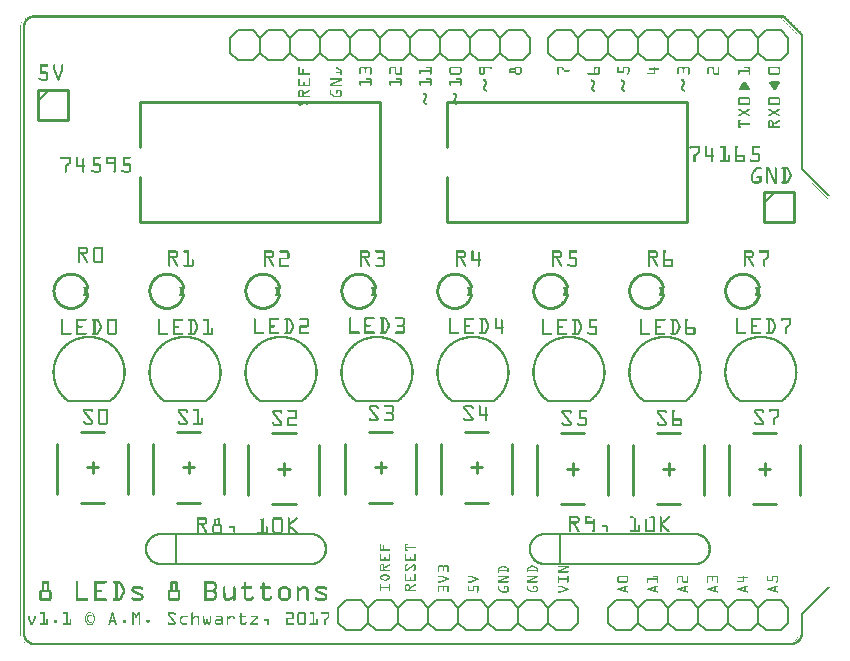
<source format=gto>
G04 MADE WITH FRITZING*
G04 WWW.FRITZING.ORG*
G04 DOUBLE SIDED*
G04 HOLES PLATED*
G04 CONTOUR ON CENTER OF CONTOUR VECTOR*
%ASAXBY*%
%FSLAX23Y23*%
%MOIN*%
%OFA0B0*%
%SFA1.0B1.0*%
%ADD10C,0.008000*%
%ADD11C,0.010000*%
%ADD12C,0.005000*%
%ADD13C,0.006000*%
%ADD14R,0.001000X0.001000*%
%LNSILK1*%
G90*
G70*
G54D10*
X480Y276D02*
X530Y276D01*
D02*
X530Y276D02*
X980Y276D01*
D02*
X980Y376D02*
X530Y376D01*
D02*
X530Y376D02*
X480Y376D01*
D02*
X530Y276D02*
X530Y376D01*
D02*
X1760Y276D02*
X1810Y276D01*
D02*
X1810Y276D02*
X2260Y276D01*
D02*
X2260Y376D02*
X1810Y376D01*
D02*
X1810Y376D02*
X1760Y376D01*
D02*
X1810Y276D02*
X1810Y376D01*
G54D11*
D02*
X2490Y1516D02*
X2490Y1416D01*
D02*
X2490Y1416D02*
X2590Y1416D01*
D02*
X2590Y1416D02*
X2590Y1516D01*
D02*
X2590Y1516D02*
X2490Y1516D01*
G54D12*
D02*
X2490Y1481D02*
X2525Y1516D01*
G54D11*
D02*
X70Y1856D02*
X70Y1756D01*
D02*
X70Y1756D02*
X170Y1756D01*
D02*
X170Y1756D02*
X170Y1856D01*
D02*
X170Y1856D02*
X70Y1856D01*
G54D12*
D02*
X70Y1821D02*
X105Y1856D01*
G54D13*
D02*
X2295Y156D02*
X2345Y156D01*
D02*
X2345Y156D02*
X2370Y131D01*
D02*
X2370Y131D02*
X2370Y81D01*
D02*
X2370Y81D02*
X2345Y56D01*
D02*
X2370Y131D02*
X2395Y156D01*
D02*
X2395Y156D02*
X2445Y156D01*
D02*
X2445Y156D02*
X2470Y131D01*
D02*
X2470Y131D02*
X2470Y81D01*
D02*
X2470Y81D02*
X2445Y56D01*
D02*
X2445Y56D02*
X2395Y56D01*
D02*
X2395Y56D02*
X2370Y81D01*
D02*
X2170Y131D02*
X2195Y156D01*
D02*
X2195Y156D02*
X2245Y156D01*
D02*
X2245Y156D02*
X2270Y131D01*
D02*
X2270Y131D02*
X2270Y81D01*
D02*
X2270Y81D02*
X2245Y56D01*
D02*
X2245Y56D02*
X2195Y56D01*
D02*
X2195Y56D02*
X2170Y81D01*
D02*
X2295Y156D02*
X2270Y131D01*
D02*
X2270Y81D02*
X2295Y56D01*
D02*
X2345Y56D02*
X2295Y56D01*
D02*
X1995Y156D02*
X2045Y156D01*
D02*
X2045Y156D02*
X2070Y131D01*
D02*
X2070Y131D02*
X2070Y81D01*
D02*
X2070Y81D02*
X2045Y56D01*
D02*
X2070Y131D02*
X2095Y156D01*
D02*
X2095Y156D02*
X2145Y156D01*
D02*
X2145Y156D02*
X2170Y131D01*
D02*
X2170Y131D02*
X2170Y81D01*
D02*
X2170Y81D02*
X2145Y56D01*
D02*
X2145Y56D02*
X2095Y56D01*
D02*
X2095Y56D02*
X2070Y81D01*
D02*
X1970Y131D02*
X1970Y81D01*
D02*
X1995Y156D02*
X1970Y131D01*
D02*
X1970Y81D02*
X1995Y56D01*
D02*
X2045Y56D02*
X1995Y56D01*
D02*
X2495Y156D02*
X2545Y156D01*
D02*
X2545Y156D02*
X2570Y131D01*
D02*
X2570Y131D02*
X2570Y81D01*
D02*
X2570Y81D02*
X2545Y56D01*
D02*
X2495Y156D02*
X2470Y131D01*
D02*
X2470Y81D02*
X2495Y56D01*
D02*
X2545Y56D02*
X2495Y56D01*
D02*
X885Y1956D02*
X835Y1956D01*
D02*
X1085Y1956D02*
X1035Y1956D01*
D02*
X985Y1956D02*
X935Y1956D01*
D02*
X1185Y1956D02*
X1135Y1956D01*
D02*
X1385Y1956D02*
X1335Y1956D01*
D02*
X1285Y1956D02*
X1235Y1956D01*
D02*
X1485Y1956D02*
X1435Y1956D01*
D02*
X1685Y1956D02*
X1635Y1956D01*
D02*
X1585Y1956D02*
X1535Y1956D01*
D02*
X785Y1956D02*
X735Y1956D01*
D02*
X910Y1981D02*
X885Y1956D01*
D02*
X835Y1956D02*
X810Y1981D01*
D02*
X810Y1981D02*
X810Y2031D01*
D02*
X810Y2031D02*
X835Y2056D01*
D02*
X835Y2056D02*
X885Y2056D01*
D02*
X885Y2056D02*
X910Y2031D01*
D02*
X1035Y1956D02*
X1010Y1981D01*
D02*
X1010Y1981D02*
X1010Y2031D01*
D02*
X1010Y2031D02*
X1035Y2056D01*
D02*
X1010Y1981D02*
X985Y1956D01*
D02*
X935Y1956D02*
X910Y1981D01*
D02*
X910Y1981D02*
X910Y2031D01*
D02*
X910Y2031D02*
X935Y2056D01*
D02*
X935Y2056D02*
X985Y2056D01*
D02*
X985Y2056D02*
X1010Y2031D01*
D02*
X1210Y1981D02*
X1185Y1956D01*
D02*
X1135Y1956D02*
X1110Y1981D01*
D02*
X1110Y1981D02*
X1110Y2031D01*
D02*
X1110Y2031D02*
X1135Y2056D01*
D02*
X1135Y2056D02*
X1185Y2056D01*
D02*
X1185Y2056D02*
X1210Y2031D01*
D02*
X1085Y1956D02*
X1110Y1981D01*
D02*
X1110Y2031D02*
X1085Y2056D01*
D02*
X1035Y2056D02*
X1085Y2056D01*
D02*
X1335Y1956D02*
X1310Y1981D01*
D02*
X1310Y1981D02*
X1310Y2031D01*
D02*
X1310Y2031D02*
X1335Y2056D01*
D02*
X1310Y1981D02*
X1285Y1956D01*
D02*
X1235Y1956D02*
X1210Y1981D01*
D02*
X1210Y1981D02*
X1210Y2031D01*
D02*
X1210Y2031D02*
X1235Y2056D01*
D02*
X1235Y2056D02*
X1285Y2056D01*
D02*
X1285Y2056D02*
X1310Y2031D01*
D02*
X1510Y1981D02*
X1485Y1956D01*
D02*
X1435Y1956D02*
X1410Y1981D01*
D02*
X1410Y1981D02*
X1410Y2031D01*
D02*
X1410Y2031D02*
X1435Y2056D01*
D02*
X1435Y2056D02*
X1485Y2056D01*
D02*
X1485Y2056D02*
X1510Y2031D01*
D02*
X1385Y1956D02*
X1410Y1981D01*
D02*
X1410Y2031D02*
X1385Y2056D01*
D02*
X1335Y2056D02*
X1385Y2056D01*
D02*
X1635Y1956D02*
X1610Y1981D01*
D02*
X1610Y1981D02*
X1610Y2031D01*
D02*
X1610Y2031D02*
X1635Y2056D01*
D02*
X1610Y1981D02*
X1585Y1956D01*
D02*
X1535Y1956D02*
X1510Y1981D01*
D02*
X1510Y1981D02*
X1510Y2031D01*
D02*
X1510Y2031D02*
X1535Y2056D01*
D02*
X1535Y2056D02*
X1585Y2056D01*
D02*
X1585Y2056D02*
X1610Y2031D01*
D02*
X1710Y1981D02*
X1710Y2031D01*
D02*
X1685Y1956D02*
X1710Y1981D01*
D02*
X1710Y2031D02*
X1685Y2056D01*
D02*
X1635Y2056D02*
X1685Y2056D01*
D02*
X735Y1956D02*
X710Y1981D01*
D02*
X710Y1981D02*
X710Y2031D01*
D02*
X710Y2031D02*
X735Y2056D01*
D02*
X785Y1956D02*
X810Y1981D01*
D02*
X810Y2031D02*
X785Y2056D01*
D02*
X735Y2056D02*
X785Y2056D01*
D02*
X1945Y1956D02*
X1895Y1956D01*
D02*
X1895Y1956D02*
X1870Y1981D01*
D02*
X1870Y1981D02*
X1870Y2031D01*
D02*
X1870Y2031D02*
X1895Y2056D01*
D02*
X2070Y1981D02*
X2045Y1956D01*
D02*
X2045Y1956D02*
X1995Y1956D01*
D02*
X1995Y1956D02*
X1970Y1981D01*
D02*
X1970Y1981D02*
X1970Y2031D01*
D02*
X1970Y2031D02*
X1995Y2056D01*
D02*
X1995Y2056D02*
X2045Y2056D01*
D02*
X2045Y2056D02*
X2070Y2031D01*
D02*
X1945Y1956D02*
X1970Y1981D01*
D02*
X1970Y2031D02*
X1945Y2056D01*
D02*
X1895Y2056D02*
X1945Y2056D01*
D02*
X2245Y1956D02*
X2195Y1956D01*
D02*
X2195Y1956D02*
X2170Y1981D01*
D02*
X2170Y1981D02*
X2170Y2031D01*
D02*
X2170Y2031D02*
X2195Y2056D01*
D02*
X2170Y1981D02*
X2145Y1956D01*
D02*
X2145Y1956D02*
X2095Y1956D01*
D02*
X2095Y1956D02*
X2070Y1981D01*
D02*
X2070Y1981D02*
X2070Y2031D01*
D02*
X2070Y2031D02*
X2095Y2056D01*
D02*
X2095Y2056D02*
X2145Y2056D01*
D02*
X2145Y2056D02*
X2170Y2031D01*
D02*
X2370Y1981D02*
X2345Y1956D01*
D02*
X2345Y1956D02*
X2295Y1956D01*
D02*
X2295Y1956D02*
X2270Y1981D01*
D02*
X2270Y1981D02*
X2270Y2031D01*
D02*
X2270Y2031D02*
X2295Y2056D01*
D02*
X2295Y2056D02*
X2345Y2056D01*
D02*
X2345Y2056D02*
X2370Y2031D01*
D02*
X2245Y1956D02*
X2270Y1981D01*
D02*
X2270Y2031D02*
X2245Y2056D01*
D02*
X2195Y2056D02*
X2245Y2056D01*
D02*
X2545Y1956D02*
X2495Y1956D01*
D02*
X2495Y1956D02*
X2470Y1981D01*
D02*
X2470Y1981D02*
X2470Y2031D01*
D02*
X2470Y2031D02*
X2495Y2056D01*
D02*
X2470Y1981D02*
X2445Y1956D01*
D02*
X2445Y1956D02*
X2395Y1956D01*
D02*
X2395Y1956D02*
X2370Y1981D01*
D02*
X2370Y1981D02*
X2370Y2031D01*
D02*
X2370Y2031D02*
X2395Y2056D01*
D02*
X2395Y2056D02*
X2445Y2056D01*
D02*
X2445Y2056D02*
X2470Y2031D01*
D02*
X2570Y1981D02*
X2570Y2031D01*
D02*
X2545Y1956D02*
X2570Y1981D01*
D02*
X2570Y2031D02*
X2545Y2056D01*
D02*
X2495Y2056D02*
X2545Y2056D01*
D02*
X1845Y1956D02*
X1795Y1956D01*
D02*
X1795Y1956D02*
X1770Y1981D01*
D02*
X1770Y1981D02*
X1770Y2031D01*
D02*
X1770Y2031D02*
X1795Y2056D01*
D02*
X1845Y1956D02*
X1870Y1981D01*
D02*
X1870Y2031D02*
X1845Y2056D01*
D02*
X1795Y2056D02*
X1845Y2056D01*
D02*
X1695Y156D02*
X1745Y156D01*
D02*
X1745Y156D02*
X1770Y131D01*
D02*
X1770Y131D02*
X1770Y81D01*
D02*
X1770Y81D02*
X1745Y56D01*
D02*
X1570Y131D02*
X1595Y156D01*
D02*
X1595Y156D02*
X1645Y156D01*
D02*
X1645Y156D02*
X1670Y131D01*
D02*
X1670Y131D02*
X1670Y81D01*
D02*
X1670Y81D02*
X1645Y56D01*
D02*
X1645Y56D02*
X1595Y56D01*
D02*
X1595Y56D02*
X1570Y81D01*
D02*
X1695Y156D02*
X1670Y131D01*
D02*
X1670Y81D02*
X1695Y56D01*
D02*
X1745Y56D02*
X1695Y56D01*
D02*
X1395Y156D02*
X1445Y156D01*
D02*
X1445Y156D02*
X1470Y131D01*
D02*
X1470Y131D02*
X1470Y81D01*
D02*
X1470Y81D02*
X1445Y56D01*
D02*
X1470Y131D02*
X1495Y156D01*
D02*
X1495Y156D02*
X1545Y156D01*
D02*
X1545Y156D02*
X1570Y131D01*
D02*
X1570Y131D02*
X1570Y81D01*
D02*
X1570Y81D02*
X1545Y56D01*
D02*
X1545Y56D02*
X1495Y56D01*
D02*
X1495Y56D02*
X1470Y81D01*
D02*
X1270Y131D02*
X1295Y156D01*
D02*
X1295Y156D02*
X1345Y156D01*
D02*
X1345Y156D02*
X1370Y131D01*
D02*
X1370Y131D02*
X1370Y81D01*
D02*
X1370Y81D02*
X1345Y56D01*
D02*
X1345Y56D02*
X1295Y56D01*
D02*
X1295Y56D02*
X1270Y81D01*
D02*
X1395Y156D02*
X1370Y131D01*
D02*
X1370Y81D02*
X1395Y56D01*
D02*
X1445Y56D02*
X1395Y56D01*
D02*
X1095Y156D02*
X1145Y156D01*
D02*
X1145Y156D02*
X1170Y131D01*
D02*
X1170Y131D02*
X1170Y81D01*
D02*
X1170Y81D02*
X1145Y56D01*
D02*
X1170Y131D02*
X1195Y156D01*
D02*
X1195Y156D02*
X1245Y156D01*
D02*
X1245Y156D02*
X1270Y131D01*
D02*
X1270Y131D02*
X1270Y81D01*
D02*
X1270Y81D02*
X1245Y56D01*
D02*
X1245Y56D02*
X1195Y56D01*
D02*
X1195Y56D02*
X1170Y81D01*
D02*
X1070Y131D02*
X1070Y81D01*
D02*
X1095Y156D02*
X1070Y131D01*
D02*
X1070Y81D02*
X1095Y56D01*
D02*
X1145Y56D02*
X1095Y56D01*
D02*
X1795Y156D02*
X1845Y156D01*
D02*
X1845Y156D02*
X1870Y131D01*
D02*
X1870Y131D02*
X1870Y81D01*
D02*
X1870Y81D02*
X1845Y56D01*
D02*
X1795Y156D02*
X1770Y131D01*
D02*
X1770Y81D02*
X1795Y56D01*
D02*
X1845Y56D02*
X1795Y56D01*
G54D11*
D02*
X411Y1415D02*
X1211Y1415D01*
D02*
X1211Y1415D02*
X1211Y1815D01*
D02*
X1211Y1815D02*
X411Y1815D01*
D02*
X411Y1415D02*
X411Y1565D01*
D02*
X411Y1665D02*
X411Y1815D01*
D02*
X1432Y1417D02*
X2232Y1417D01*
D02*
X2232Y1417D02*
X2232Y1817D01*
D02*
X2232Y1817D02*
X1432Y1817D01*
D02*
X1432Y1417D02*
X1432Y1567D01*
D02*
X1432Y1667D02*
X1432Y1817D01*
D02*
X291Y479D02*
X212Y479D01*
D02*
X370Y676D02*
X370Y509D01*
D02*
X134Y676D02*
X134Y509D01*
D02*
X291Y716D02*
X212Y716D01*
D02*
X271Y598D02*
X232Y598D01*
D02*
X252Y578D02*
X252Y617D01*
D02*
X611Y479D02*
X532Y479D01*
D02*
X690Y676D02*
X690Y509D01*
D02*
X454Y676D02*
X454Y509D01*
D02*
X611Y716D02*
X532Y716D01*
D02*
X591Y598D02*
X552Y598D01*
D02*
X572Y578D02*
X572Y617D01*
D02*
X928Y475D02*
X850Y475D01*
D02*
X1007Y672D02*
X1007Y505D01*
D02*
X771Y672D02*
X771Y505D01*
D02*
X928Y712D02*
X850Y712D01*
D02*
X909Y593D02*
X869Y593D01*
D02*
X889Y574D02*
X889Y613D01*
D02*
X1251Y479D02*
X1172Y479D01*
D02*
X1330Y676D02*
X1330Y509D01*
D02*
X1094Y676D02*
X1094Y509D01*
D02*
X1251Y716D02*
X1172Y716D01*
D02*
X1231Y598D02*
X1192Y598D01*
D02*
X1212Y578D02*
X1212Y617D01*
D02*
X1571Y479D02*
X1492Y479D01*
D02*
X1650Y676D02*
X1650Y509D01*
D02*
X1414Y676D02*
X1414Y509D01*
D02*
X1571Y716D02*
X1492Y716D01*
D02*
X1551Y598D02*
X1512Y598D01*
D02*
X1532Y578D02*
X1532Y617D01*
D02*
X1891Y475D02*
X1812Y475D01*
D02*
X1970Y672D02*
X1970Y505D01*
D02*
X1734Y672D02*
X1734Y505D01*
D02*
X1891Y712D02*
X1812Y712D01*
D02*
X1871Y593D02*
X1832Y593D01*
D02*
X1852Y574D02*
X1852Y613D01*
D02*
X2211Y475D02*
X2132Y475D01*
D02*
X2290Y672D02*
X2290Y505D01*
D02*
X2054Y672D02*
X2054Y505D01*
D02*
X2211Y712D02*
X2132Y712D01*
D02*
X2191Y593D02*
X2152Y593D01*
D02*
X2172Y574D02*
X2172Y613D01*
D02*
X2531Y475D02*
X2452Y475D01*
D02*
X2610Y672D02*
X2610Y505D01*
D02*
X2374Y672D02*
X2374Y505D01*
D02*
X2531Y712D02*
X2452Y712D01*
D02*
X2511Y593D02*
X2472Y593D01*
D02*
X2492Y574D02*
X2492Y613D01*
G54D14*
X51Y2105D02*
X2557Y2105D01*
X47Y2104D02*
X2558Y2104D01*
X44Y2103D02*
X2559Y2103D01*
X42Y2102D02*
X2560Y2102D01*
X40Y2101D02*
X2561Y2101D01*
X38Y2100D02*
X2562Y2100D01*
X35Y2099D02*
X2563Y2099D01*
X33Y2098D02*
X2564Y2098D01*
X30Y2097D02*
X32Y2097D01*
X34Y2097D02*
X51Y2097D01*
X2546Y2097D02*
X2547Y2097D01*
X2555Y2097D02*
X2565Y2097D01*
X29Y2096D02*
X30Y2096D01*
X33Y2096D02*
X47Y2096D01*
X2547Y2096D02*
X2548Y2096D01*
X2556Y2096D02*
X2566Y2096D01*
X27Y2095D02*
X28Y2095D01*
X32Y2095D02*
X45Y2095D01*
X2548Y2095D02*
X2549Y2095D01*
X2557Y2095D02*
X2567Y2095D01*
X25Y2094D02*
X26Y2094D01*
X31Y2094D02*
X43Y2094D01*
X2549Y2094D02*
X2550Y2094D01*
X2558Y2094D02*
X2568Y2094D01*
X24Y2093D02*
X25Y2093D01*
X30Y2093D02*
X41Y2093D01*
X2550Y2093D02*
X2551Y2093D01*
X2559Y2093D02*
X2569Y2093D01*
X23Y2092D02*
X23Y2092D01*
X29Y2092D02*
X40Y2092D01*
X2551Y2092D02*
X2552Y2092D01*
X2560Y2092D02*
X2570Y2092D01*
X22Y2091D02*
X22Y2091D01*
X28Y2091D02*
X38Y2091D01*
X2552Y2091D02*
X2553Y2091D01*
X2561Y2091D02*
X2571Y2091D01*
X21Y2090D02*
X21Y2090D01*
X27Y2090D02*
X37Y2090D01*
X2553Y2090D02*
X2554Y2090D01*
X2562Y2090D02*
X2572Y2090D01*
X20Y2089D02*
X20Y2089D01*
X27Y2089D02*
X36Y2089D01*
X2554Y2089D02*
X2555Y2089D01*
X2563Y2089D02*
X2573Y2089D01*
X19Y2088D02*
X19Y2088D01*
X26Y2088D02*
X35Y2088D01*
X2555Y2088D02*
X2556Y2088D01*
X2564Y2088D02*
X2574Y2088D01*
X18Y2087D02*
X18Y2087D01*
X25Y2087D02*
X34Y2087D01*
X2556Y2087D02*
X2557Y2087D01*
X2565Y2087D02*
X2575Y2087D01*
X18Y2086D02*
X18Y2086D01*
X25Y2086D02*
X33Y2086D01*
X2557Y2086D02*
X2558Y2086D01*
X2566Y2086D02*
X2576Y2086D01*
X17Y2085D02*
X17Y2085D01*
X24Y2085D02*
X33Y2085D01*
X2558Y2085D02*
X2559Y2085D01*
X2567Y2085D02*
X2577Y2085D01*
X16Y2084D02*
X16Y2084D01*
X24Y2084D02*
X32Y2084D01*
X2559Y2084D02*
X2560Y2084D01*
X2568Y2084D02*
X2578Y2084D01*
X16Y2083D02*
X16Y2083D01*
X23Y2083D02*
X31Y2083D01*
X2560Y2083D02*
X2561Y2083D01*
X2569Y2083D02*
X2579Y2083D01*
X15Y2082D02*
X15Y2082D01*
X23Y2082D02*
X31Y2082D01*
X2561Y2082D02*
X2562Y2082D01*
X2570Y2082D02*
X2580Y2082D01*
X14Y2081D02*
X15Y2081D01*
X22Y2081D02*
X30Y2081D01*
X2562Y2081D02*
X2563Y2081D01*
X2571Y2081D02*
X2581Y2081D01*
X14Y2080D02*
X14Y2080D01*
X22Y2080D02*
X29Y2080D01*
X2563Y2080D02*
X2564Y2080D01*
X2572Y2080D02*
X2582Y2080D01*
X14Y2079D02*
X14Y2079D01*
X22Y2079D02*
X29Y2079D01*
X2564Y2079D02*
X2565Y2079D01*
X2573Y2079D02*
X2583Y2079D01*
X13Y2078D02*
X13Y2078D01*
X21Y2078D02*
X29Y2078D01*
X2565Y2078D02*
X2566Y2078D01*
X2574Y2078D02*
X2584Y2078D01*
X13Y2077D02*
X13Y2077D01*
X21Y2077D02*
X28Y2077D01*
X2566Y2077D02*
X2567Y2077D01*
X2575Y2077D02*
X2585Y2077D01*
X12Y2076D02*
X12Y2076D01*
X21Y2076D02*
X28Y2076D01*
X2567Y2076D02*
X2568Y2076D01*
X2576Y2076D02*
X2586Y2076D01*
X12Y2075D02*
X12Y2075D01*
X20Y2075D02*
X28Y2075D01*
X2568Y2075D02*
X2569Y2075D01*
X2577Y2075D02*
X2587Y2075D01*
X12Y2074D02*
X12Y2074D01*
X20Y2074D02*
X27Y2074D01*
X2569Y2074D02*
X2570Y2074D01*
X2578Y2074D02*
X2588Y2074D01*
X12Y2073D02*
X12Y2073D01*
X20Y2073D02*
X27Y2073D01*
X2570Y2073D02*
X2571Y2073D01*
X2579Y2073D02*
X2589Y2073D01*
X11Y2072D02*
X11Y2072D01*
X20Y2072D02*
X27Y2072D01*
X2571Y2072D02*
X2572Y2072D01*
X2580Y2072D02*
X2590Y2072D01*
X11Y2071D02*
X11Y2071D01*
X20Y2071D02*
X27Y2071D01*
X2572Y2071D02*
X2573Y2071D01*
X2581Y2071D02*
X2591Y2071D01*
X11Y2070D02*
X11Y2070D01*
X20Y2070D02*
X27Y2070D01*
X2573Y2070D02*
X2574Y2070D01*
X2582Y2070D02*
X2592Y2070D01*
X11Y2069D02*
X11Y2069D01*
X20Y2069D02*
X26Y2069D01*
X2574Y2069D02*
X2575Y2069D01*
X2583Y2069D02*
X2593Y2069D01*
X11Y2068D02*
X11Y2068D01*
X20Y2068D02*
X26Y2068D01*
X2575Y2068D02*
X2576Y2068D01*
X2584Y2068D02*
X2594Y2068D01*
X11Y2067D02*
X11Y2067D01*
X19Y2067D02*
X26Y2067D01*
X2576Y2067D02*
X2577Y2067D01*
X2585Y2067D02*
X2595Y2067D01*
X11Y2066D02*
X11Y2066D01*
X19Y2066D02*
X26Y2066D01*
X2577Y2066D02*
X2578Y2066D01*
X2586Y2066D02*
X2596Y2066D01*
X11Y2065D02*
X11Y2065D01*
X19Y2065D02*
X26Y2065D01*
X2578Y2065D02*
X2579Y2065D01*
X2587Y2065D02*
X2597Y2065D01*
X11Y2064D02*
X11Y2064D01*
X20Y2064D02*
X27Y2064D01*
X2579Y2064D02*
X2580Y2064D01*
X2588Y2064D02*
X2598Y2064D01*
X11Y2063D02*
X11Y2063D01*
X20Y2063D02*
X27Y2063D01*
X2580Y2063D02*
X2581Y2063D01*
X2589Y2063D02*
X2599Y2063D01*
X11Y2062D02*
X11Y2062D01*
X20Y2062D02*
X27Y2062D01*
X2581Y2062D02*
X2582Y2062D01*
X2590Y2062D02*
X2600Y2062D01*
X11Y2061D02*
X11Y2061D01*
X20Y2061D02*
X27Y2061D01*
X2582Y2061D02*
X2583Y2061D01*
X2591Y2061D02*
X2601Y2061D01*
X11Y2060D02*
X11Y2060D01*
X20Y2060D02*
X27Y2060D01*
X2583Y2060D02*
X2584Y2060D01*
X2592Y2060D02*
X2602Y2060D01*
X11Y2059D02*
X11Y2059D01*
X20Y2059D02*
X27Y2059D01*
X2584Y2059D02*
X2585Y2059D01*
X2593Y2059D02*
X2603Y2059D01*
X11Y2058D02*
X11Y2058D01*
X20Y2058D02*
X27Y2058D01*
X2585Y2058D02*
X2586Y2058D01*
X2594Y2058D02*
X2604Y2058D01*
X11Y2057D02*
X11Y2057D01*
X20Y2057D02*
X27Y2057D01*
X2586Y2057D02*
X2587Y2057D01*
X2595Y2057D02*
X2605Y2057D01*
X11Y2056D02*
X11Y2056D01*
X20Y2056D02*
X27Y2056D01*
X2587Y2056D02*
X2588Y2056D01*
X2596Y2056D02*
X2606Y2056D01*
X11Y2055D02*
X11Y2055D01*
X20Y2055D02*
X27Y2055D01*
X2588Y2055D02*
X2589Y2055D01*
X2597Y2055D02*
X2607Y2055D01*
X11Y2054D02*
X11Y2054D01*
X20Y2054D02*
X27Y2054D01*
X2589Y2054D02*
X2590Y2054D01*
X2598Y2054D02*
X2608Y2054D01*
X11Y2053D02*
X11Y2053D01*
X20Y2053D02*
X27Y2053D01*
X2590Y2053D02*
X2591Y2053D01*
X2599Y2053D02*
X2609Y2053D01*
X11Y2052D02*
X11Y2052D01*
X20Y2052D02*
X27Y2052D01*
X2591Y2052D02*
X2592Y2052D01*
X2600Y2052D02*
X2610Y2052D01*
X11Y2051D02*
X11Y2051D01*
X20Y2051D02*
X27Y2051D01*
X2592Y2051D02*
X2593Y2051D01*
X2601Y2051D02*
X2611Y2051D01*
X11Y2050D02*
X11Y2050D01*
X20Y2050D02*
X27Y2050D01*
X2593Y2050D02*
X2594Y2050D01*
X2602Y2050D02*
X2612Y2050D01*
X11Y2049D02*
X11Y2049D01*
X20Y2049D02*
X27Y2049D01*
X2594Y2049D02*
X2595Y2049D01*
X2603Y2049D02*
X2613Y2049D01*
X11Y2048D02*
X11Y2048D01*
X20Y2048D02*
X27Y2048D01*
X2595Y2048D02*
X2596Y2048D01*
X2604Y2048D02*
X2614Y2048D01*
X11Y2047D02*
X11Y2047D01*
X20Y2047D02*
X27Y2047D01*
X2596Y2047D02*
X2597Y2047D01*
X2605Y2047D02*
X2615Y2047D01*
X11Y2046D02*
X11Y2046D01*
X20Y2046D02*
X27Y2046D01*
X2597Y2046D02*
X2598Y2046D01*
X2606Y2046D02*
X2616Y2046D01*
X11Y2045D02*
X11Y2045D01*
X20Y2045D02*
X27Y2045D01*
X2598Y2045D02*
X2599Y2045D01*
X2607Y2045D02*
X2617Y2045D01*
X11Y2044D02*
X11Y2044D01*
X20Y2044D02*
X27Y2044D01*
X2599Y2044D02*
X2600Y2044D01*
X2608Y2044D02*
X2618Y2044D01*
X11Y2043D02*
X11Y2043D01*
X20Y2043D02*
X27Y2043D01*
X2600Y2043D02*
X2601Y2043D01*
X2609Y2043D02*
X2619Y2043D01*
X11Y2042D02*
X11Y2042D01*
X20Y2042D02*
X27Y2042D01*
X2601Y2042D02*
X2602Y2042D01*
X2610Y2042D02*
X2619Y2042D01*
X11Y2041D02*
X11Y2041D01*
X20Y2041D02*
X27Y2041D01*
X2602Y2041D02*
X2603Y2041D01*
X2611Y2041D02*
X2619Y2041D01*
X11Y2040D02*
X11Y2040D01*
X20Y2040D02*
X27Y2040D01*
X2603Y2040D02*
X2603Y2040D01*
X2612Y2040D02*
X2619Y2040D01*
X11Y2039D02*
X11Y2039D01*
X20Y2039D02*
X27Y2039D01*
X2603Y2039D02*
X2603Y2039D01*
X2612Y2039D02*
X2619Y2039D01*
X11Y2038D02*
X11Y2038D01*
X20Y2038D02*
X27Y2038D01*
X2603Y2038D02*
X2603Y2038D01*
X2612Y2038D02*
X2619Y2038D01*
X11Y2037D02*
X11Y2037D01*
X20Y2037D02*
X27Y2037D01*
X2603Y2037D02*
X2603Y2037D01*
X2612Y2037D02*
X2619Y2037D01*
X11Y2036D02*
X11Y2036D01*
X20Y2036D02*
X27Y2036D01*
X2603Y2036D02*
X2603Y2036D01*
X2612Y2036D02*
X2619Y2036D01*
X11Y2035D02*
X11Y2035D01*
X20Y2035D02*
X27Y2035D01*
X2603Y2035D02*
X2603Y2035D01*
X2612Y2035D02*
X2619Y2035D01*
X11Y2034D02*
X11Y2034D01*
X20Y2034D02*
X27Y2034D01*
X2603Y2034D02*
X2603Y2034D01*
X2612Y2034D02*
X2619Y2034D01*
X11Y2033D02*
X11Y2033D01*
X20Y2033D02*
X27Y2033D01*
X2603Y2033D02*
X2603Y2033D01*
X2612Y2033D02*
X2619Y2033D01*
X11Y2032D02*
X11Y2032D01*
X20Y2032D02*
X27Y2032D01*
X2603Y2032D02*
X2603Y2032D01*
X2612Y2032D02*
X2619Y2032D01*
X11Y2031D02*
X11Y2031D01*
X20Y2031D02*
X27Y2031D01*
X2603Y2031D02*
X2603Y2031D01*
X2612Y2031D02*
X2619Y2031D01*
X11Y2030D02*
X11Y2030D01*
X20Y2030D02*
X27Y2030D01*
X2603Y2030D02*
X2603Y2030D01*
X2612Y2030D02*
X2619Y2030D01*
X11Y2029D02*
X11Y2029D01*
X20Y2029D02*
X27Y2029D01*
X2603Y2029D02*
X2603Y2029D01*
X2612Y2029D02*
X2619Y2029D01*
X11Y2028D02*
X11Y2028D01*
X20Y2028D02*
X27Y2028D01*
X2603Y2028D02*
X2603Y2028D01*
X2612Y2028D02*
X2619Y2028D01*
X11Y2027D02*
X11Y2027D01*
X20Y2027D02*
X27Y2027D01*
X2603Y2027D02*
X2603Y2027D01*
X2612Y2027D02*
X2619Y2027D01*
X11Y2026D02*
X11Y2026D01*
X20Y2026D02*
X27Y2026D01*
X2603Y2026D02*
X2603Y2026D01*
X2612Y2026D02*
X2619Y2026D01*
X11Y2025D02*
X11Y2025D01*
X20Y2025D02*
X27Y2025D01*
X2603Y2025D02*
X2603Y2025D01*
X2612Y2025D02*
X2619Y2025D01*
X11Y2024D02*
X11Y2024D01*
X20Y2024D02*
X27Y2024D01*
X2603Y2024D02*
X2603Y2024D01*
X2612Y2024D02*
X2619Y2024D01*
X11Y2023D02*
X11Y2023D01*
X20Y2023D02*
X27Y2023D01*
X2603Y2023D02*
X2603Y2023D01*
X2612Y2023D02*
X2619Y2023D01*
X11Y2022D02*
X11Y2022D01*
X20Y2022D02*
X27Y2022D01*
X2603Y2022D02*
X2603Y2022D01*
X2612Y2022D02*
X2619Y2022D01*
X11Y2021D02*
X11Y2021D01*
X20Y2021D02*
X27Y2021D01*
X2603Y2021D02*
X2603Y2021D01*
X2612Y2021D02*
X2619Y2021D01*
X11Y2020D02*
X11Y2020D01*
X20Y2020D02*
X27Y2020D01*
X2603Y2020D02*
X2603Y2020D01*
X2612Y2020D02*
X2619Y2020D01*
X11Y2019D02*
X11Y2019D01*
X20Y2019D02*
X27Y2019D01*
X2603Y2019D02*
X2603Y2019D01*
X2612Y2019D02*
X2619Y2019D01*
X11Y2018D02*
X11Y2018D01*
X20Y2018D02*
X27Y2018D01*
X2603Y2018D02*
X2603Y2018D01*
X2612Y2018D02*
X2619Y2018D01*
X11Y2017D02*
X11Y2017D01*
X20Y2017D02*
X27Y2017D01*
X2603Y2017D02*
X2603Y2017D01*
X2612Y2017D02*
X2619Y2017D01*
X11Y2016D02*
X11Y2016D01*
X20Y2016D02*
X27Y2016D01*
X2603Y2016D02*
X2603Y2016D01*
X2612Y2016D02*
X2619Y2016D01*
X11Y2015D02*
X11Y2015D01*
X20Y2015D02*
X27Y2015D01*
X2603Y2015D02*
X2603Y2015D01*
X2612Y2015D02*
X2619Y2015D01*
X11Y2014D02*
X11Y2014D01*
X20Y2014D02*
X27Y2014D01*
X2603Y2014D02*
X2603Y2014D01*
X2612Y2014D02*
X2619Y2014D01*
X11Y2013D02*
X11Y2013D01*
X20Y2013D02*
X27Y2013D01*
X2603Y2013D02*
X2603Y2013D01*
X2612Y2013D02*
X2619Y2013D01*
X11Y2012D02*
X11Y2012D01*
X20Y2012D02*
X27Y2012D01*
X2603Y2012D02*
X2603Y2012D01*
X2612Y2012D02*
X2619Y2012D01*
X11Y2011D02*
X11Y2011D01*
X20Y2011D02*
X27Y2011D01*
X2603Y2011D02*
X2603Y2011D01*
X2612Y2011D02*
X2619Y2011D01*
X11Y2010D02*
X11Y2010D01*
X20Y2010D02*
X27Y2010D01*
X2603Y2010D02*
X2603Y2010D01*
X2612Y2010D02*
X2619Y2010D01*
X11Y2009D02*
X11Y2009D01*
X20Y2009D02*
X27Y2009D01*
X2603Y2009D02*
X2603Y2009D01*
X2612Y2009D02*
X2619Y2009D01*
X11Y2008D02*
X11Y2008D01*
X20Y2008D02*
X27Y2008D01*
X2603Y2008D02*
X2603Y2008D01*
X2612Y2008D02*
X2619Y2008D01*
X11Y2007D02*
X11Y2007D01*
X20Y2007D02*
X27Y2007D01*
X2603Y2007D02*
X2603Y2007D01*
X2612Y2007D02*
X2619Y2007D01*
X11Y2006D02*
X11Y2006D01*
X20Y2006D02*
X27Y2006D01*
X2603Y2006D02*
X2603Y2006D01*
X2612Y2006D02*
X2619Y2006D01*
X11Y2005D02*
X11Y2005D01*
X20Y2005D02*
X27Y2005D01*
X2603Y2005D02*
X2603Y2005D01*
X2612Y2005D02*
X2619Y2005D01*
X11Y2004D02*
X11Y2004D01*
X20Y2004D02*
X27Y2004D01*
X2603Y2004D02*
X2603Y2004D01*
X2612Y2004D02*
X2619Y2004D01*
X11Y2003D02*
X11Y2003D01*
X20Y2003D02*
X27Y2003D01*
X2603Y2003D02*
X2603Y2003D01*
X2612Y2003D02*
X2619Y2003D01*
X11Y2002D02*
X11Y2002D01*
X20Y2002D02*
X27Y2002D01*
X2603Y2002D02*
X2603Y2002D01*
X2612Y2002D02*
X2619Y2002D01*
X11Y2001D02*
X11Y2001D01*
X20Y2001D02*
X27Y2001D01*
X2603Y2001D02*
X2603Y2001D01*
X2612Y2001D02*
X2619Y2001D01*
X11Y2000D02*
X11Y2000D01*
X20Y2000D02*
X27Y2000D01*
X2603Y2000D02*
X2603Y2000D01*
X2612Y2000D02*
X2619Y2000D01*
X11Y1999D02*
X11Y1999D01*
X20Y1999D02*
X27Y1999D01*
X2603Y1999D02*
X2603Y1999D01*
X2612Y1999D02*
X2619Y1999D01*
X11Y1998D02*
X11Y1998D01*
X20Y1998D02*
X27Y1998D01*
X2603Y1998D02*
X2603Y1998D01*
X2612Y1998D02*
X2619Y1998D01*
X11Y1997D02*
X11Y1997D01*
X20Y1997D02*
X27Y1997D01*
X2603Y1997D02*
X2603Y1997D01*
X2612Y1997D02*
X2619Y1997D01*
X11Y1996D02*
X11Y1996D01*
X20Y1996D02*
X27Y1996D01*
X2603Y1996D02*
X2603Y1996D01*
X2612Y1996D02*
X2619Y1996D01*
X11Y1995D02*
X11Y1995D01*
X20Y1995D02*
X27Y1995D01*
X2603Y1995D02*
X2603Y1995D01*
X2612Y1995D02*
X2619Y1995D01*
X11Y1994D02*
X11Y1994D01*
X20Y1994D02*
X27Y1994D01*
X2603Y1994D02*
X2603Y1994D01*
X2612Y1994D02*
X2619Y1994D01*
X11Y1993D02*
X11Y1993D01*
X20Y1993D02*
X27Y1993D01*
X2603Y1993D02*
X2603Y1993D01*
X2612Y1993D02*
X2619Y1993D01*
X11Y1992D02*
X11Y1992D01*
X20Y1992D02*
X27Y1992D01*
X2603Y1992D02*
X2603Y1992D01*
X2612Y1992D02*
X2619Y1992D01*
X11Y1991D02*
X11Y1991D01*
X20Y1991D02*
X27Y1991D01*
X2603Y1991D02*
X2603Y1991D01*
X2612Y1991D02*
X2619Y1991D01*
X11Y1990D02*
X11Y1990D01*
X20Y1990D02*
X27Y1990D01*
X2603Y1990D02*
X2603Y1990D01*
X2612Y1990D02*
X2619Y1990D01*
X11Y1989D02*
X11Y1989D01*
X20Y1989D02*
X27Y1989D01*
X2603Y1989D02*
X2603Y1989D01*
X2612Y1989D02*
X2619Y1989D01*
X11Y1988D02*
X11Y1988D01*
X20Y1988D02*
X27Y1988D01*
X2603Y1988D02*
X2603Y1988D01*
X2612Y1988D02*
X2619Y1988D01*
X11Y1987D02*
X11Y1987D01*
X20Y1987D02*
X27Y1987D01*
X2603Y1987D02*
X2603Y1987D01*
X2612Y1987D02*
X2619Y1987D01*
X11Y1986D02*
X11Y1986D01*
X20Y1986D02*
X27Y1986D01*
X2603Y1986D02*
X2603Y1986D01*
X2612Y1986D02*
X2619Y1986D01*
X11Y1985D02*
X11Y1985D01*
X20Y1985D02*
X27Y1985D01*
X2603Y1985D02*
X2603Y1985D01*
X2612Y1985D02*
X2619Y1985D01*
X11Y1984D02*
X11Y1984D01*
X20Y1984D02*
X27Y1984D01*
X2603Y1984D02*
X2603Y1984D01*
X2612Y1984D02*
X2619Y1984D01*
X11Y1983D02*
X11Y1983D01*
X20Y1983D02*
X27Y1983D01*
X2603Y1983D02*
X2603Y1983D01*
X2612Y1983D02*
X2619Y1983D01*
X11Y1982D02*
X11Y1982D01*
X20Y1982D02*
X27Y1982D01*
X2603Y1982D02*
X2603Y1982D01*
X2612Y1982D02*
X2619Y1982D01*
X11Y1981D02*
X11Y1981D01*
X20Y1981D02*
X27Y1981D01*
X2603Y1981D02*
X2603Y1981D01*
X2612Y1981D02*
X2619Y1981D01*
X11Y1980D02*
X11Y1980D01*
X20Y1980D02*
X27Y1980D01*
X2603Y1980D02*
X2603Y1980D01*
X2612Y1980D02*
X2619Y1980D01*
X11Y1979D02*
X11Y1979D01*
X20Y1979D02*
X27Y1979D01*
X2603Y1979D02*
X2603Y1979D01*
X2612Y1979D02*
X2619Y1979D01*
X11Y1978D02*
X11Y1978D01*
X20Y1978D02*
X27Y1978D01*
X2603Y1978D02*
X2603Y1978D01*
X2612Y1978D02*
X2619Y1978D01*
X11Y1977D02*
X11Y1977D01*
X20Y1977D02*
X27Y1977D01*
X2603Y1977D02*
X2603Y1977D01*
X2612Y1977D02*
X2619Y1977D01*
X11Y1976D02*
X11Y1976D01*
X20Y1976D02*
X27Y1976D01*
X2603Y1976D02*
X2603Y1976D01*
X2612Y1976D02*
X2619Y1976D01*
X11Y1975D02*
X11Y1975D01*
X20Y1975D02*
X27Y1975D01*
X2603Y1975D02*
X2603Y1975D01*
X2612Y1975D02*
X2619Y1975D01*
X11Y1974D02*
X11Y1974D01*
X20Y1974D02*
X27Y1974D01*
X2603Y1974D02*
X2603Y1974D01*
X2612Y1974D02*
X2619Y1974D01*
X11Y1973D02*
X11Y1973D01*
X20Y1973D02*
X27Y1973D01*
X2603Y1973D02*
X2603Y1973D01*
X2612Y1973D02*
X2619Y1973D01*
X11Y1972D02*
X11Y1972D01*
X20Y1972D02*
X27Y1972D01*
X2603Y1972D02*
X2603Y1972D01*
X2612Y1972D02*
X2619Y1972D01*
X11Y1971D02*
X11Y1971D01*
X20Y1971D02*
X27Y1971D01*
X2603Y1971D02*
X2603Y1971D01*
X2612Y1971D02*
X2619Y1971D01*
X11Y1970D02*
X11Y1970D01*
X20Y1970D02*
X27Y1970D01*
X2603Y1970D02*
X2603Y1970D01*
X2612Y1970D02*
X2619Y1970D01*
X11Y1969D02*
X11Y1969D01*
X20Y1969D02*
X27Y1969D01*
X2603Y1969D02*
X2603Y1969D01*
X2612Y1969D02*
X2619Y1969D01*
X11Y1968D02*
X11Y1968D01*
X20Y1968D02*
X27Y1968D01*
X2603Y1968D02*
X2603Y1968D01*
X2612Y1968D02*
X2619Y1968D01*
X11Y1967D02*
X11Y1967D01*
X20Y1967D02*
X27Y1967D01*
X2603Y1967D02*
X2603Y1967D01*
X2612Y1967D02*
X2619Y1967D01*
X11Y1966D02*
X11Y1966D01*
X20Y1966D02*
X27Y1966D01*
X2603Y1966D02*
X2603Y1966D01*
X2612Y1966D02*
X2619Y1966D01*
X11Y1965D02*
X11Y1965D01*
X20Y1965D02*
X27Y1965D01*
X2603Y1965D02*
X2603Y1965D01*
X2612Y1965D02*
X2619Y1965D01*
X11Y1964D02*
X11Y1964D01*
X20Y1964D02*
X27Y1964D01*
X2603Y1964D02*
X2603Y1964D01*
X2612Y1964D02*
X2619Y1964D01*
X11Y1963D02*
X11Y1963D01*
X20Y1963D02*
X27Y1963D01*
X2603Y1963D02*
X2603Y1963D01*
X2612Y1963D02*
X2619Y1963D01*
X11Y1962D02*
X11Y1962D01*
X20Y1962D02*
X27Y1962D01*
X2603Y1962D02*
X2603Y1962D01*
X2612Y1962D02*
X2619Y1962D01*
X11Y1961D02*
X11Y1961D01*
X20Y1961D02*
X27Y1961D01*
X2603Y1961D02*
X2603Y1961D01*
X2612Y1961D02*
X2619Y1961D01*
X11Y1960D02*
X11Y1960D01*
X20Y1960D02*
X27Y1960D01*
X2603Y1960D02*
X2603Y1960D01*
X2612Y1960D02*
X2619Y1960D01*
X11Y1959D02*
X11Y1959D01*
X20Y1959D02*
X27Y1959D01*
X2603Y1959D02*
X2603Y1959D01*
X2612Y1959D02*
X2619Y1959D01*
X11Y1958D02*
X11Y1958D01*
X20Y1958D02*
X27Y1958D01*
X2603Y1958D02*
X2603Y1958D01*
X2612Y1958D02*
X2619Y1958D01*
X11Y1957D02*
X11Y1957D01*
X20Y1957D02*
X27Y1957D01*
X2603Y1957D02*
X2603Y1957D01*
X2612Y1957D02*
X2619Y1957D01*
X11Y1956D02*
X11Y1956D01*
X20Y1956D02*
X27Y1956D01*
X2603Y1956D02*
X2603Y1956D01*
X2612Y1956D02*
X2619Y1956D01*
X11Y1955D02*
X11Y1955D01*
X20Y1955D02*
X27Y1955D01*
X2603Y1955D02*
X2603Y1955D01*
X2612Y1955D02*
X2619Y1955D01*
X11Y1954D02*
X11Y1954D01*
X20Y1954D02*
X27Y1954D01*
X2603Y1954D02*
X2603Y1954D01*
X2612Y1954D02*
X2619Y1954D01*
X11Y1953D02*
X11Y1953D01*
X20Y1953D02*
X27Y1953D01*
X2603Y1953D02*
X2603Y1953D01*
X2612Y1953D02*
X2619Y1953D01*
X11Y1952D02*
X11Y1952D01*
X20Y1952D02*
X27Y1952D01*
X2603Y1952D02*
X2603Y1952D01*
X2612Y1952D02*
X2619Y1952D01*
X11Y1951D02*
X11Y1951D01*
X20Y1951D02*
X27Y1951D01*
X2603Y1951D02*
X2603Y1951D01*
X2612Y1951D02*
X2619Y1951D01*
X11Y1950D02*
X11Y1950D01*
X20Y1950D02*
X27Y1950D01*
X2603Y1950D02*
X2603Y1950D01*
X2612Y1950D02*
X2619Y1950D01*
X11Y1949D02*
X11Y1949D01*
X20Y1949D02*
X27Y1949D01*
X2603Y1949D02*
X2603Y1949D01*
X2612Y1949D02*
X2619Y1949D01*
X11Y1948D02*
X11Y1948D01*
X20Y1948D02*
X27Y1948D01*
X2603Y1948D02*
X2603Y1948D01*
X2612Y1948D02*
X2619Y1948D01*
X11Y1947D02*
X11Y1947D01*
X20Y1947D02*
X27Y1947D01*
X2603Y1947D02*
X2603Y1947D01*
X2612Y1947D02*
X2619Y1947D01*
X11Y1946D02*
X11Y1946D01*
X20Y1946D02*
X27Y1946D01*
X2603Y1946D02*
X2603Y1946D01*
X2612Y1946D02*
X2619Y1946D01*
X11Y1945D02*
X11Y1945D01*
X20Y1945D02*
X27Y1945D01*
X2603Y1945D02*
X2603Y1945D01*
X2612Y1945D02*
X2619Y1945D01*
X11Y1944D02*
X11Y1944D01*
X20Y1944D02*
X27Y1944D01*
X2603Y1944D02*
X2603Y1944D01*
X2612Y1944D02*
X2619Y1944D01*
X11Y1943D02*
X11Y1943D01*
X20Y1943D02*
X27Y1943D01*
X2603Y1943D02*
X2603Y1943D01*
X2612Y1943D02*
X2619Y1943D01*
X11Y1942D02*
X11Y1942D01*
X20Y1942D02*
X27Y1942D01*
X2603Y1942D02*
X2603Y1942D01*
X2612Y1942D02*
X2619Y1942D01*
X11Y1941D02*
X11Y1941D01*
X20Y1941D02*
X27Y1941D01*
X77Y1941D02*
X102Y1941D01*
X122Y1941D02*
X125Y1941D01*
X150Y1941D02*
X152Y1941D01*
X2603Y1941D02*
X2603Y1941D01*
X2612Y1941D02*
X2619Y1941D01*
X11Y1940D02*
X11Y1940D01*
X20Y1940D02*
X27Y1940D01*
X77Y1940D02*
X103Y1940D01*
X121Y1940D02*
X126Y1940D01*
X149Y1940D02*
X153Y1940D01*
X2603Y1940D02*
X2603Y1940D01*
X2612Y1940D02*
X2619Y1940D01*
X11Y1939D02*
X11Y1939D01*
X20Y1939D02*
X27Y1939D01*
X77Y1939D02*
X104Y1939D01*
X121Y1939D02*
X126Y1939D01*
X148Y1939D02*
X154Y1939D01*
X2603Y1939D02*
X2603Y1939D01*
X2612Y1939D02*
X2619Y1939D01*
X11Y1938D02*
X11Y1938D01*
X20Y1938D02*
X27Y1938D01*
X77Y1938D02*
X104Y1938D01*
X121Y1938D02*
X127Y1938D01*
X148Y1938D02*
X154Y1938D01*
X2603Y1938D02*
X2603Y1938D01*
X2612Y1938D02*
X2619Y1938D01*
X11Y1937D02*
X11Y1937D01*
X20Y1937D02*
X27Y1937D01*
X77Y1937D02*
X104Y1937D01*
X121Y1937D02*
X127Y1937D01*
X148Y1937D02*
X154Y1937D01*
X2603Y1937D02*
X2603Y1937D01*
X2612Y1937D02*
X2619Y1937D01*
X11Y1936D02*
X11Y1936D01*
X20Y1936D02*
X27Y1936D01*
X77Y1936D02*
X103Y1936D01*
X121Y1936D02*
X127Y1936D01*
X148Y1936D02*
X154Y1936D01*
X2603Y1936D02*
X2603Y1936D01*
X2612Y1936D02*
X2619Y1936D01*
X11Y1935D02*
X11Y1935D01*
X20Y1935D02*
X27Y1935D01*
X77Y1935D02*
X102Y1935D01*
X121Y1935D02*
X127Y1935D01*
X148Y1935D02*
X154Y1935D01*
X2603Y1935D02*
X2603Y1935D01*
X2612Y1935D02*
X2619Y1935D01*
X11Y1934D02*
X11Y1934D01*
X20Y1934D02*
X27Y1934D01*
X77Y1934D02*
X83Y1934D01*
X121Y1934D02*
X127Y1934D01*
X148Y1934D02*
X154Y1934D01*
X2603Y1934D02*
X2603Y1934D01*
X2612Y1934D02*
X2619Y1934D01*
X11Y1933D02*
X11Y1933D01*
X20Y1933D02*
X27Y1933D01*
X77Y1933D02*
X83Y1933D01*
X121Y1933D02*
X127Y1933D01*
X148Y1933D02*
X154Y1933D01*
X1144Y1933D02*
X1158Y1933D01*
X1164Y1933D02*
X1178Y1933D01*
X1244Y1933D02*
X1260Y1933D01*
X1278Y1933D02*
X1280Y1933D01*
X1364Y1933D02*
X1380Y1933D01*
X1444Y1933D02*
X1478Y1933D01*
X1542Y1933D02*
X1580Y1933D01*
X1662Y1933D02*
X1678Y1933D01*
X1801Y1933D02*
X1817Y1933D01*
X1924Y1933D02*
X1939Y1933D01*
X2002Y1933D02*
X2004Y1933D01*
X2022Y1933D02*
X2037Y1933D01*
X2204Y1933D02*
X2218Y1933D01*
X2224Y1933D02*
X2237Y1933D01*
X2304Y1933D02*
X2320Y1933D01*
X2337Y1933D02*
X2339Y1933D01*
X2427Y1933D02*
X2442Y1933D01*
X2506Y1933D02*
X2540Y1933D01*
X2603Y1933D02*
X2603Y1933D01*
X2612Y1933D02*
X2619Y1933D01*
X11Y1932D02*
X11Y1932D01*
X20Y1932D02*
X27Y1932D01*
X77Y1932D02*
X83Y1932D01*
X121Y1932D02*
X127Y1932D01*
X148Y1932D02*
X154Y1932D01*
X938Y1932D02*
X941Y1932D01*
X1064Y1932D02*
X1065Y1932D01*
X1143Y1932D02*
X1160Y1932D01*
X1162Y1932D02*
X1179Y1932D01*
X1243Y1932D02*
X1262Y1932D01*
X1277Y1932D02*
X1281Y1932D01*
X1364Y1932D02*
X1381Y1932D01*
X1443Y1932D02*
X1479Y1932D01*
X1541Y1932D02*
X1580Y1932D01*
X1660Y1932D02*
X1679Y1932D01*
X1801Y1932D02*
X1818Y1932D01*
X1923Y1932D02*
X1940Y1932D01*
X2001Y1932D02*
X2005Y1932D01*
X2020Y1932D02*
X2039Y1932D01*
X2125Y1932D02*
X2126Y1932D01*
X2203Y1932D02*
X2219Y1932D01*
X2222Y1932D02*
X2239Y1932D01*
X2303Y1932D02*
X2321Y1932D01*
X2337Y1932D02*
X2340Y1932D01*
X2426Y1932D02*
X2443Y1932D01*
X2505Y1932D02*
X2541Y1932D01*
X2603Y1932D02*
X2603Y1932D01*
X2612Y1932D02*
X2619Y1932D01*
X11Y1931D02*
X11Y1931D01*
X20Y1931D02*
X27Y1931D01*
X77Y1931D02*
X83Y1931D01*
X121Y1931D02*
X127Y1931D01*
X148Y1931D02*
X154Y1931D01*
X938Y1931D02*
X942Y1931D01*
X1064Y1931D02*
X1068Y1931D01*
X1142Y1931D02*
X1180Y1931D01*
X1242Y1931D02*
X1262Y1931D01*
X1277Y1931D02*
X1281Y1931D01*
X1363Y1931D02*
X1381Y1931D01*
X1442Y1931D02*
X1480Y1931D01*
X1541Y1931D02*
X1581Y1931D01*
X1660Y1931D02*
X1680Y1931D01*
X1801Y1931D02*
X1819Y1931D01*
X1923Y1931D02*
X1941Y1931D01*
X2001Y1931D02*
X2005Y1931D01*
X2020Y1931D02*
X2040Y1931D01*
X2123Y1931D02*
X2127Y1931D01*
X2202Y1931D02*
X2240Y1931D01*
X2302Y1931D02*
X2322Y1931D01*
X2336Y1931D02*
X2340Y1931D01*
X2425Y1931D02*
X2443Y1931D01*
X2504Y1931D02*
X2542Y1931D01*
X2603Y1931D02*
X2603Y1931D01*
X2612Y1931D02*
X2619Y1931D01*
X11Y1930D02*
X11Y1930D01*
X20Y1930D02*
X27Y1930D01*
X77Y1930D02*
X83Y1930D01*
X121Y1930D02*
X127Y1930D01*
X148Y1930D02*
X154Y1930D01*
X937Y1930D02*
X942Y1930D01*
X1064Y1930D02*
X1070Y1930D01*
X1142Y1930D02*
X1181Y1930D01*
X1242Y1930D02*
X1263Y1930D01*
X1277Y1930D02*
X1281Y1930D01*
X1364Y1930D02*
X1381Y1930D01*
X1441Y1930D02*
X1480Y1930D01*
X1541Y1930D02*
X1581Y1930D01*
X1659Y1930D02*
X1680Y1930D01*
X1801Y1930D02*
X1820Y1930D01*
X1923Y1930D02*
X1941Y1930D01*
X2001Y1930D02*
X2005Y1930D01*
X2019Y1930D02*
X2040Y1930D01*
X2123Y1930D02*
X2127Y1930D01*
X2201Y1930D02*
X2240Y1930D01*
X2301Y1930D02*
X2322Y1930D01*
X2336Y1930D02*
X2340Y1930D01*
X2426Y1930D02*
X2443Y1930D01*
X2504Y1930D02*
X2543Y1930D01*
X2603Y1930D02*
X2603Y1930D01*
X2612Y1930D02*
X2619Y1930D01*
X11Y1929D02*
X11Y1929D01*
X20Y1929D02*
X27Y1929D01*
X77Y1929D02*
X83Y1929D01*
X121Y1929D02*
X127Y1929D01*
X148Y1929D02*
X154Y1929D01*
X937Y1929D02*
X942Y1929D01*
X1064Y1929D02*
X1072Y1929D01*
X1141Y1929D02*
X1181Y1929D01*
X1241Y1929D02*
X1263Y1929D01*
X1277Y1929D02*
X1281Y1929D01*
X1364Y1929D02*
X1381Y1929D01*
X1441Y1929D02*
X1481Y1929D01*
X1541Y1929D02*
X1581Y1929D01*
X1659Y1929D02*
X1681Y1929D01*
X1801Y1929D02*
X1821Y1929D01*
X1923Y1929D02*
X1941Y1929D01*
X2001Y1929D02*
X2005Y1929D01*
X2019Y1929D02*
X2040Y1929D01*
X2106Y1929D02*
X2139Y1929D01*
X2201Y1929D02*
X2240Y1929D01*
X2301Y1929D02*
X2323Y1929D01*
X2336Y1929D02*
X2340Y1929D01*
X2426Y1929D02*
X2443Y1929D01*
X2503Y1929D02*
X2543Y1929D01*
X2603Y1929D02*
X2603Y1929D01*
X2612Y1929D02*
X2619Y1929D01*
X11Y1928D02*
X11Y1928D01*
X20Y1928D02*
X27Y1928D01*
X77Y1928D02*
X83Y1928D01*
X121Y1928D02*
X127Y1928D01*
X148Y1928D02*
X154Y1928D01*
X937Y1928D02*
X942Y1928D01*
X1064Y1928D02*
X1074Y1928D01*
X1141Y1928D02*
X1146Y1928D01*
X1157Y1928D02*
X1165Y1928D01*
X1177Y1928D02*
X1181Y1928D01*
X1241Y1928D02*
X1246Y1928D01*
X1259Y1928D02*
X1263Y1928D01*
X1277Y1928D02*
X1281Y1928D01*
X1376Y1928D02*
X1381Y1928D01*
X1441Y1928D02*
X1446Y1928D01*
X1476Y1928D02*
X1481Y1928D01*
X1541Y1928D02*
X1546Y1928D01*
X1554Y1928D02*
X1559Y1928D01*
X1576Y1928D02*
X1581Y1928D01*
X1643Y1928D02*
X1663Y1928D01*
X1676Y1928D02*
X1681Y1928D01*
X1801Y1928D02*
X1805Y1928D01*
X1816Y1928D02*
X1822Y1928D01*
X1923Y1928D02*
X1928Y1928D01*
X1936Y1928D02*
X1941Y1928D01*
X2001Y1928D02*
X2005Y1928D01*
X2019Y1928D02*
X2023Y1928D01*
X2036Y1928D02*
X2041Y1928D01*
X2106Y1928D02*
X2140Y1928D01*
X2201Y1928D02*
X2205Y1928D01*
X2217Y1928D02*
X2225Y1928D01*
X2236Y1928D02*
X2241Y1928D01*
X2301Y1928D02*
X2305Y1928D01*
X2318Y1928D02*
X2323Y1928D01*
X2336Y1928D02*
X2340Y1928D01*
X2438Y1928D02*
X2443Y1928D01*
X2503Y1928D02*
X2508Y1928D01*
X2538Y1928D02*
X2543Y1928D01*
X2603Y1928D02*
X2603Y1928D01*
X2612Y1928D02*
X2619Y1928D01*
X11Y1927D02*
X11Y1927D01*
X20Y1927D02*
X27Y1927D01*
X77Y1927D02*
X83Y1927D01*
X121Y1927D02*
X127Y1927D01*
X148Y1927D02*
X154Y1927D01*
X937Y1927D02*
X942Y1927D01*
X952Y1927D02*
X954Y1927D01*
X1065Y1927D02*
X1076Y1927D01*
X1141Y1927D02*
X1146Y1927D01*
X1159Y1927D02*
X1164Y1927D01*
X1177Y1927D02*
X1181Y1927D01*
X1241Y1927D02*
X1246Y1927D01*
X1259Y1927D02*
X1263Y1927D01*
X1277Y1927D02*
X1281Y1927D01*
X1377Y1927D02*
X1381Y1927D01*
X1441Y1927D02*
X1445Y1927D01*
X1476Y1927D02*
X1481Y1927D01*
X1541Y1927D02*
X1545Y1927D01*
X1554Y1927D02*
X1559Y1927D01*
X1577Y1927D02*
X1580Y1927D01*
X1641Y1927D02*
X1663Y1927D01*
X1676Y1927D02*
X1681Y1927D01*
X1801Y1927D02*
X1805Y1927D01*
X1817Y1927D02*
X1823Y1927D01*
X1923Y1927D02*
X1927Y1927D01*
X1936Y1927D02*
X1941Y1927D01*
X2001Y1927D02*
X2005Y1927D01*
X2019Y1927D02*
X2023Y1927D01*
X2036Y1927D02*
X2041Y1927D01*
X2105Y1927D02*
X2140Y1927D01*
X2201Y1927D02*
X2205Y1927D01*
X2218Y1927D02*
X2223Y1927D01*
X2236Y1927D02*
X2241Y1927D01*
X2301Y1927D02*
X2305Y1927D01*
X2319Y1927D02*
X2323Y1927D01*
X2336Y1927D02*
X2340Y1927D01*
X2439Y1927D02*
X2443Y1927D01*
X2503Y1927D02*
X2508Y1927D01*
X2539Y1927D02*
X2543Y1927D01*
X2603Y1927D02*
X2603Y1927D01*
X2612Y1927D02*
X2619Y1927D01*
X11Y1926D02*
X11Y1926D01*
X20Y1926D02*
X27Y1926D01*
X77Y1926D02*
X83Y1926D01*
X121Y1926D02*
X127Y1926D01*
X148Y1926D02*
X154Y1926D01*
X937Y1926D02*
X942Y1926D01*
X951Y1926D02*
X955Y1926D01*
X1067Y1926D02*
X1078Y1926D01*
X1141Y1926D02*
X1146Y1926D01*
X1159Y1926D02*
X1163Y1926D01*
X1177Y1926D02*
X1181Y1926D01*
X1241Y1926D02*
X1246Y1926D01*
X1259Y1926D02*
X1263Y1926D01*
X1277Y1926D02*
X1281Y1926D01*
X1377Y1926D02*
X1381Y1926D01*
X1441Y1926D02*
X1445Y1926D01*
X1476Y1926D02*
X1481Y1926D01*
X1541Y1926D02*
X1545Y1926D01*
X1554Y1926D02*
X1559Y1926D01*
X1578Y1926D02*
X1579Y1926D01*
X1641Y1926D02*
X1663Y1926D01*
X1676Y1926D02*
X1681Y1926D01*
X1801Y1926D02*
X1805Y1926D01*
X1818Y1926D02*
X1824Y1926D01*
X1923Y1926D02*
X1927Y1926D01*
X1936Y1926D02*
X1941Y1926D01*
X2001Y1926D02*
X2005Y1926D01*
X2019Y1926D02*
X2023Y1926D01*
X2036Y1926D02*
X2041Y1926D01*
X2106Y1926D02*
X2140Y1926D01*
X2201Y1926D02*
X2205Y1926D01*
X2218Y1926D02*
X2223Y1926D01*
X2236Y1926D02*
X2241Y1926D01*
X2301Y1926D02*
X2305Y1926D01*
X2319Y1926D02*
X2323Y1926D01*
X2336Y1926D02*
X2340Y1926D01*
X2439Y1926D02*
X2443Y1926D01*
X2503Y1926D02*
X2508Y1926D01*
X2539Y1926D02*
X2543Y1926D01*
X2603Y1926D02*
X2603Y1926D01*
X2612Y1926D02*
X2619Y1926D01*
X11Y1925D02*
X11Y1925D01*
X20Y1925D02*
X27Y1925D01*
X77Y1925D02*
X83Y1925D01*
X121Y1925D02*
X127Y1925D01*
X147Y1925D02*
X154Y1925D01*
X937Y1925D02*
X942Y1925D01*
X951Y1925D02*
X955Y1925D01*
X1069Y1925D02*
X1079Y1925D01*
X1141Y1925D02*
X1146Y1925D01*
X1159Y1925D02*
X1163Y1925D01*
X1177Y1925D02*
X1181Y1925D01*
X1241Y1925D02*
X1246Y1925D01*
X1259Y1925D02*
X1263Y1925D01*
X1277Y1925D02*
X1281Y1925D01*
X1377Y1925D02*
X1381Y1925D01*
X1441Y1925D02*
X1445Y1925D01*
X1476Y1925D02*
X1481Y1925D01*
X1541Y1925D02*
X1545Y1925D01*
X1554Y1925D02*
X1559Y1925D01*
X1641Y1925D02*
X1663Y1925D01*
X1676Y1925D02*
X1681Y1925D01*
X1801Y1925D02*
X1805Y1925D01*
X1818Y1925D02*
X1824Y1925D01*
X1923Y1925D02*
X1927Y1925D01*
X1936Y1925D02*
X1941Y1925D01*
X2001Y1925D02*
X2005Y1925D01*
X2019Y1925D02*
X2023Y1925D01*
X2036Y1925D02*
X2041Y1925D01*
X2106Y1925D02*
X2140Y1925D01*
X2201Y1925D02*
X2205Y1925D01*
X2219Y1925D02*
X2223Y1925D01*
X2236Y1925D02*
X2241Y1925D01*
X2301Y1925D02*
X2305Y1925D01*
X2319Y1925D02*
X2323Y1925D01*
X2336Y1925D02*
X2340Y1925D01*
X2439Y1925D02*
X2443Y1925D01*
X2503Y1925D02*
X2508Y1925D01*
X2539Y1925D02*
X2543Y1925D01*
X2603Y1925D02*
X2603Y1925D01*
X2612Y1925D02*
X2619Y1925D01*
X11Y1924D02*
X11Y1924D01*
X20Y1924D02*
X27Y1924D01*
X77Y1924D02*
X83Y1924D01*
X121Y1924D02*
X128Y1924D01*
X147Y1924D02*
X154Y1924D01*
X937Y1924D02*
X942Y1924D01*
X951Y1924D02*
X955Y1924D01*
X1071Y1924D02*
X1080Y1924D01*
X1141Y1924D02*
X1146Y1924D01*
X1159Y1924D02*
X1163Y1924D01*
X1177Y1924D02*
X1181Y1924D01*
X1241Y1924D02*
X1246Y1924D01*
X1259Y1924D02*
X1263Y1924D01*
X1277Y1924D02*
X1281Y1924D01*
X1377Y1924D02*
X1381Y1924D01*
X1441Y1924D02*
X1445Y1924D01*
X1476Y1924D02*
X1481Y1924D01*
X1541Y1924D02*
X1545Y1924D01*
X1554Y1924D02*
X1559Y1924D01*
X1641Y1924D02*
X1663Y1924D01*
X1676Y1924D02*
X1681Y1924D01*
X1801Y1924D02*
X1805Y1924D01*
X1819Y1924D02*
X1825Y1924D01*
X1923Y1924D02*
X1927Y1924D01*
X1936Y1924D02*
X1941Y1924D01*
X2001Y1924D02*
X2005Y1924D01*
X2019Y1924D02*
X2023Y1924D01*
X2036Y1924D02*
X2041Y1924D01*
X2123Y1924D02*
X2127Y1924D01*
X2201Y1924D02*
X2205Y1924D01*
X2219Y1924D02*
X2223Y1924D01*
X2236Y1924D02*
X2241Y1924D01*
X2301Y1924D02*
X2305Y1924D01*
X2319Y1924D02*
X2323Y1924D01*
X2336Y1924D02*
X2340Y1924D01*
X2439Y1924D02*
X2443Y1924D01*
X2503Y1924D02*
X2508Y1924D01*
X2539Y1924D02*
X2543Y1924D01*
X2603Y1924D02*
X2603Y1924D01*
X2612Y1924D02*
X2619Y1924D01*
X11Y1923D02*
X11Y1923D01*
X20Y1923D02*
X27Y1923D01*
X77Y1923D02*
X83Y1923D01*
X122Y1923D02*
X128Y1923D01*
X147Y1923D02*
X153Y1923D01*
X937Y1923D02*
X942Y1923D01*
X951Y1923D02*
X955Y1923D01*
X1073Y1923D02*
X1081Y1923D01*
X1141Y1923D02*
X1146Y1923D01*
X1159Y1923D02*
X1163Y1923D01*
X1177Y1923D02*
X1181Y1923D01*
X1241Y1923D02*
X1246Y1923D01*
X1259Y1923D02*
X1263Y1923D01*
X1277Y1923D02*
X1281Y1923D01*
X1341Y1923D02*
X1381Y1923D01*
X1441Y1923D02*
X1445Y1923D01*
X1476Y1923D02*
X1481Y1923D01*
X1541Y1923D02*
X1545Y1923D01*
X1554Y1923D02*
X1559Y1923D01*
X1641Y1923D02*
X1646Y1923D01*
X1658Y1923D02*
X1663Y1923D01*
X1676Y1923D02*
X1681Y1923D01*
X1801Y1923D02*
X1805Y1923D01*
X1820Y1923D02*
X1839Y1923D01*
X1923Y1923D02*
X1927Y1923D01*
X1936Y1923D02*
X1941Y1923D01*
X2001Y1923D02*
X2005Y1923D01*
X2019Y1923D02*
X2023Y1923D01*
X2036Y1923D02*
X2041Y1923D01*
X2123Y1923D02*
X2127Y1923D01*
X2201Y1923D02*
X2205Y1923D01*
X2219Y1923D02*
X2223Y1923D01*
X2236Y1923D02*
X2241Y1923D01*
X2301Y1923D02*
X2305Y1923D01*
X2319Y1923D02*
X2323Y1923D01*
X2336Y1923D02*
X2340Y1923D01*
X2404Y1923D02*
X2443Y1923D01*
X2503Y1923D02*
X2508Y1923D01*
X2539Y1923D02*
X2543Y1923D01*
X2603Y1923D02*
X2603Y1923D01*
X2612Y1923D02*
X2619Y1923D01*
X11Y1922D02*
X11Y1922D01*
X20Y1922D02*
X27Y1922D01*
X77Y1922D02*
X83Y1922D01*
X122Y1922D02*
X129Y1922D01*
X146Y1922D02*
X153Y1922D01*
X937Y1922D02*
X942Y1922D01*
X951Y1922D02*
X955Y1922D01*
X1075Y1922D02*
X1081Y1922D01*
X1141Y1922D02*
X1146Y1922D01*
X1159Y1922D02*
X1163Y1922D01*
X1177Y1922D02*
X1181Y1922D01*
X1241Y1922D02*
X1246Y1922D01*
X1259Y1922D02*
X1263Y1922D01*
X1277Y1922D02*
X1281Y1922D01*
X1341Y1922D02*
X1381Y1922D01*
X1441Y1922D02*
X1445Y1922D01*
X1476Y1922D02*
X1481Y1922D01*
X1541Y1922D02*
X1545Y1922D01*
X1554Y1922D02*
X1559Y1922D01*
X1641Y1922D02*
X1645Y1922D01*
X1659Y1922D02*
X1663Y1922D01*
X1676Y1922D02*
X1681Y1922D01*
X1801Y1922D02*
X1805Y1922D01*
X1821Y1922D02*
X1840Y1922D01*
X1923Y1922D02*
X1927Y1922D01*
X1936Y1922D02*
X1941Y1922D01*
X2001Y1922D02*
X2005Y1922D01*
X2019Y1922D02*
X2023Y1922D01*
X2036Y1922D02*
X2041Y1922D01*
X2123Y1922D02*
X2127Y1922D01*
X2201Y1922D02*
X2205Y1922D01*
X2219Y1922D02*
X2223Y1922D01*
X2236Y1922D02*
X2241Y1922D01*
X2301Y1922D02*
X2305Y1922D01*
X2319Y1922D02*
X2323Y1922D01*
X2336Y1922D02*
X2340Y1922D01*
X2403Y1922D02*
X2443Y1922D01*
X2503Y1922D02*
X2508Y1922D01*
X2539Y1922D02*
X2543Y1922D01*
X2603Y1922D02*
X2603Y1922D01*
X2612Y1922D02*
X2619Y1922D01*
X11Y1921D02*
X11Y1921D01*
X20Y1921D02*
X27Y1921D01*
X77Y1921D02*
X83Y1921D01*
X122Y1921D02*
X129Y1921D01*
X146Y1921D02*
X152Y1921D01*
X937Y1921D02*
X942Y1921D01*
X951Y1921D02*
X955Y1921D01*
X1076Y1921D02*
X1081Y1921D01*
X1141Y1921D02*
X1146Y1921D01*
X1159Y1921D02*
X1163Y1921D01*
X1177Y1921D02*
X1181Y1921D01*
X1241Y1921D02*
X1246Y1921D01*
X1259Y1921D02*
X1263Y1921D01*
X1277Y1921D02*
X1281Y1921D01*
X1341Y1921D02*
X1381Y1921D01*
X1441Y1921D02*
X1445Y1921D01*
X1476Y1921D02*
X1481Y1921D01*
X1541Y1921D02*
X1545Y1921D01*
X1554Y1921D02*
X1559Y1921D01*
X1641Y1921D02*
X1645Y1921D01*
X1659Y1921D02*
X1663Y1921D01*
X1676Y1921D02*
X1681Y1921D01*
X1801Y1921D02*
X1805Y1921D01*
X1822Y1921D02*
X1841Y1921D01*
X1923Y1921D02*
X1927Y1921D01*
X1936Y1921D02*
X1941Y1921D01*
X2001Y1921D02*
X2005Y1921D01*
X2019Y1921D02*
X2023Y1921D01*
X2036Y1921D02*
X2041Y1921D01*
X2123Y1921D02*
X2127Y1921D01*
X2201Y1921D02*
X2205Y1921D01*
X2219Y1921D02*
X2223Y1921D01*
X2236Y1921D02*
X2241Y1921D01*
X2301Y1921D02*
X2305Y1921D01*
X2319Y1921D02*
X2323Y1921D01*
X2336Y1921D02*
X2340Y1921D01*
X2403Y1921D02*
X2443Y1921D01*
X2503Y1921D02*
X2508Y1921D01*
X2539Y1921D02*
X2543Y1921D01*
X2603Y1921D02*
X2603Y1921D01*
X2612Y1921D02*
X2619Y1921D01*
X11Y1920D02*
X11Y1920D01*
X20Y1920D02*
X27Y1920D01*
X77Y1920D02*
X83Y1920D01*
X123Y1920D02*
X129Y1920D01*
X145Y1920D02*
X152Y1920D01*
X937Y1920D02*
X942Y1920D01*
X951Y1920D02*
X955Y1920D01*
X1077Y1920D02*
X1081Y1920D01*
X1141Y1920D02*
X1146Y1920D01*
X1159Y1920D02*
X1163Y1920D01*
X1177Y1920D02*
X1181Y1920D01*
X1241Y1920D02*
X1246Y1920D01*
X1259Y1920D02*
X1263Y1920D01*
X1277Y1920D02*
X1281Y1920D01*
X1341Y1920D02*
X1381Y1920D01*
X1441Y1920D02*
X1445Y1920D01*
X1476Y1920D02*
X1481Y1920D01*
X1541Y1920D02*
X1545Y1920D01*
X1554Y1920D02*
X1559Y1920D01*
X1641Y1920D02*
X1645Y1920D01*
X1659Y1920D02*
X1663Y1920D01*
X1676Y1920D02*
X1681Y1920D01*
X1801Y1920D02*
X1805Y1920D01*
X1823Y1920D02*
X1841Y1920D01*
X1923Y1920D02*
X1927Y1920D01*
X1936Y1920D02*
X1941Y1920D01*
X2001Y1920D02*
X2005Y1920D01*
X2019Y1920D02*
X2023Y1920D01*
X2036Y1920D02*
X2041Y1920D01*
X2123Y1920D02*
X2127Y1920D01*
X2201Y1920D02*
X2205Y1920D01*
X2219Y1920D02*
X2223Y1920D01*
X2236Y1920D02*
X2241Y1920D01*
X2301Y1920D02*
X2305Y1920D01*
X2319Y1920D02*
X2323Y1920D01*
X2336Y1920D02*
X2340Y1920D01*
X2403Y1920D02*
X2443Y1920D01*
X2503Y1920D02*
X2508Y1920D01*
X2539Y1920D02*
X2543Y1920D01*
X2603Y1920D02*
X2603Y1920D01*
X2612Y1920D02*
X2619Y1920D01*
X11Y1919D02*
X11Y1919D01*
X20Y1919D02*
X27Y1919D01*
X77Y1919D02*
X83Y1919D01*
X123Y1919D02*
X130Y1919D01*
X145Y1919D02*
X152Y1919D01*
X937Y1919D02*
X942Y1919D01*
X951Y1919D02*
X955Y1919D01*
X1077Y1919D02*
X1082Y1919D01*
X1141Y1919D02*
X1146Y1919D01*
X1159Y1919D02*
X1163Y1919D01*
X1177Y1919D02*
X1181Y1919D01*
X1241Y1919D02*
X1246Y1919D01*
X1259Y1919D02*
X1263Y1919D01*
X1277Y1919D02*
X1281Y1919D01*
X1341Y1919D02*
X1381Y1919D01*
X1441Y1919D02*
X1445Y1919D01*
X1476Y1919D02*
X1481Y1919D01*
X1541Y1919D02*
X1545Y1919D01*
X1554Y1919D02*
X1559Y1919D01*
X1641Y1919D02*
X1645Y1919D01*
X1659Y1919D02*
X1663Y1919D01*
X1676Y1919D02*
X1681Y1919D01*
X1801Y1919D02*
X1805Y1919D01*
X1824Y1919D02*
X1840Y1919D01*
X1923Y1919D02*
X1927Y1919D01*
X1936Y1919D02*
X1941Y1919D01*
X2001Y1919D02*
X2005Y1919D01*
X2019Y1919D02*
X2023Y1919D01*
X2036Y1919D02*
X2041Y1919D01*
X2123Y1919D02*
X2127Y1919D01*
X2201Y1919D02*
X2205Y1919D01*
X2219Y1919D02*
X2223Y1919D01*
X2236Y1919D02*
X2241Y1919D01*
X2301Y1919D02*
X2305Y1919D01*
X2319Y1919D02*
X2323Y1919D01*
X2336Y1919D02*
X2340Y1919D01*
X2403Y1919D02*
X2443Y1919D01*
X2503Y1919D02*
X2508Y1919D01*
X2539Y1919D02*
X2543Y1919D01*
X2603Y1919D02*
X2603Y1919D01*
X2612Y1919D02*
X2619Y1919D01*
X11Y1918D02*
X11Y1918D01*
X20Y1918D02*
X27Y1918D01*
X77Y1918D02*
X97Y1918D01*
X123Y1918D02*
X130Y1918D01*
X145Y1918D02*
X151Y1918D01*
X937Y1918D02*
X942Y1918D01*
X951Y1918D02*
X955Y1918D01*
X1077Y1918D02*
X1082Y1918D01*
X1141Y1918D02*
X1146Y1918D01*
X1159Y1918D02*
X1163Y1918D01*
X1177Y1918D02*
X1181Y1918D01*
X1241Y1918D02*
X1246Y1918D01*
X1259Y1918D02*
X1263Y1918D01*
X1277Y1918D02*
X1281Y1918D01*
X1341Y1918D02*
X1381Y1918D01*
X1441Y1918D02*
X1445Y1918D01*
X1476Y1918D02*
X1481Y1918D01*
X1541Y1918D02*
X1545Y1918D01*
X1554Y1918D02*
X1559Y1918D01*
X1641Y1918D02*
X1663Y1918D01*
X1676Y1918D02*
X1681Y1918D01*
X1801Y1918D02*
X1805Y1918D01*
X1825Y1918D02*
X1839Y1918D01*
X1923Y1918D02*
X1927Y1918D01*
X1936Y1918D02*
X1941Y1918D01*
X2001Y1918D02*
X2023Y1918D01*
X2036Y1918D02*
X2041Y1918D01*
X2123Y1918D02*
X2127Y1918D01*
X2201Y1918D02*
X2205Y1918D01*
X2219Y1918D02*
X2223Y1918D01*
X2236Y1918D02*
X2241Y1918D01*
X2301Y1918D02*
X2305Y1918D01*
X2319Y1918D02*
X2323Y1918D01*
X2336Y1918D02*
X2340Y1918D01*
X2403Y1918D02*
X2443Y1918D01*
X2503Y1918D02*
X2508Y1918D01*
X2539Y1918D02*
X2543Y1918D01*
X2603Y1918D02*
X2603Y1918D01*
X2612Y1918D02*
X2619Y1918D01*
X11Y1917D02*
X11Y1917D01*
X20Y1917D02*
X27Y1917D01*
X77Y1917D02*
X100Y1917D01*
X124Y1917D02*
X130Y1917D01*
X144Y1917D02*
X151Y1917D01*
X937Y1917D02*
X942Y1917D01*
X951Y1917D02*
X955Y1917D01*
X1063Y1917D02*
X1082Y1917D01*
X1141Y1917D02*
X1146Y1917D01*
X1159Y1917D02*
X1163Y1917D01*
X1177Y1917D02*
X1181Y1917D01*
X1241Y1917D02*
X1246Y1917D01*
X1259Y1917D02*
X1263Y1917D01*
X1277Y1917D02*
X1281Y1917D01*
X1341Y1917D02*
X1345Y1917D01*
X1377Y1917D02*
X1381Y1917D01*
X1441Y1917D02*
X1445Y1917D01*
X1476Y1917D02*
X1481Y1917D01*
X1541Y1917D02*
X1545Y1917D01*
X1554Y1917D02*
X1559Y1917D01*
X1641Y1917D02*
X1663Y1917D01*
X1676Y1917D02*
X1681Y1917D01*
X1801Y1917D02*
X1805Y1917D01*
X1923Y1917D02*
X1927Y1917D01*
X1936Y1917D02*
X1941Y1917D01*
X2001Y1917D02*
X2023Y1917D01*
X2036Y1917D02*
X2041Y1917D01*
X2123Y1917D02*
X2127Y1917D01*
X2201Y1917D02*
X2205Y1917D01*
X2219Y1917D02*
X2223Y1917D01*
X2236Y1917D02*
X2241Y1917D01*
X2301Y1917D02*
X2305Y1917D01*
X2319Y1917D02*
X2323Y1917D01*
X2336Y1917D02*
X2340Y1917D01*
X2403Y1917D02*
X2408Y1917D01*
X2439Y1917D02*
X2443Y1917D01*
X2503Y1917D02*
X2508Y1917D01*
X2539Y1917D02*
X2543Y1917D01*
X2603Y1917D02*
X2603Y1917D01*
X2612Y1917D02*
X2619Y1917D01*
X11Y1916D02*
X11Y1916D01*
X20Y1916D02*
X27Y1916D01*
X77Y1916D02*
X102Y1916D01*
X124Y1916D02*
X131Y1916D01*
X144Y1916D02*
X150Y1916D01*
X937Y1916D02*
X942Y1916D01*
X951Y1916D02*
X955Y1916D01*
X1062Y1916D02*
X1082Y1916D01*
X1141Y1916D02*
X1146Y1916D01*
X1159Y1916D02*
X1163Y1916D01*
X1177Y1916D02*
X1181Y1916D01*
X1241Y1916D02*
X1246Y1916D01*
X1259Y1916D02*
X1263Y1916D01*
X1277Y1916D02*
X1281Y1916D01*
X1341Y1916D02*
X1345Y1916D01*
X1377Y1916D02*
X1381Y1916D01*
X1441Y1916D02*
X1445Y1916D01*
X1476Y1916D02*
X1481Y1916D01*
X1541Y1916D02*
X1545Y1916D01*
X1554Y1916D02*
X1559Y1916D01*
X1641Y1916D02*
X1663Y1916D01*
X1676Y1916D02*
X1681Y1916D01*
X1801Y1916D02*
X1805Y1916D01*
X1923Y1916D02*
X1927Y1916D01*
X1936Y1916D02*
X1941Y1916D01*
X2001Y1916D02*
X2023Y1916D01*
X2036Y1916D02*
X2041Y1916D01*
X2123Y1916D02*
X2127Y1916D01*
X2201Y1916D02*
X2205Y1916D01*
X2219Y1916D02*
X2223Y1916D01*
X2236Y1916D02*
X2241Y1916D01*
X2301Y1916D02*
X2305Y1916D01*
X2319Y1916D02*
X2323Y1916D01*
X2336Y1916D02*
X2340Y1916D01*
X2403Y1916D02*
X2408Y1916D01*
X2439Y1916D02*
X2443Y1916D01*
X2503Y1916D02*
X2508Y1916D01*
X2539Y1916D02*
X2543Y1916D01*
X2603Y1916D02*
X2603Y1916D01*
X2612Y1916D02*
X2619Y1916D01*
X11Y1915D02*
X11Y1915D01*
X20Y1915D02*
X27Y1915D01*
X77Y1915D02*
X103Y1915D01*
X125Y1915D02*
X131Y1915D01*
X143Y1915D02*
X150Y1915D01*
X937Y1915D02*
X942Y1915D01*
X951Y1915D02*
X955Y1915D01*
X1062Y1915D02*
X1082Y1915D01*
X1141Y1915D02*
X1146Y1915D01*
X1159Y1915D02*
X1163Y1915D01*
X1177Y1915D02*
X1181Y1915D01*
X1241Y1915D02*
X1246Y1915D01*
X1259Y1915D02*
X1263Y1915D01*
X1277Y1915D02*
X1281Y1915D01*
X1341Y1915D02*
X1345Y1915D01*
X1377Y1915D02*
X1381Y1915D01*
X1441Y1915D02*
X1445Y1915D01*
X1476Y1915D02*
X1481Y1915D01*
X1541Y1915D02*
X1545Y1915D01*
X1554Y1915D02*
X1559Y1915D01*
X1641Y1915D02*
X1663Y1915D01*
X1676Y1915D02*
X1681Y1915D01*
X1801Y1915D02*
X1805Y1915D01*
X1902Y1915D02*
X1904Y1915D01*
X1923Y1915D02*
X1927Y1915D01*
X1936Y1915D02*
X1941Y1915D01*
X2001Y1915D02*
X2023Y1915D01*
X2036Y1915D02*
X2040Y1915D01*
X2123Y1915D02*
X2127Y1915D01*
X2201Y1915D02*
X2205Y1915D01*
X2219Y1915D02*
X2223Y1915D01*
X2236Y1915D02*
X2241Y1915D01*
X2301Y1915D02*
X2305Y1915D01*
X2319Y1915D02*
X2323Y1915D01*
X2336Y1915D02*
X2340Y1915D01*
X2403Y1915D02*
X2408Y1915D01*
X2439Y1915D02*
X2443Y1915D01*
X2503Y1915D02*
X2508Y1915D01*
X2539Y1915D02*
X2543Y1915D01*
X2603Y1915D02*
X2603Y1915D01*
X2612Y1915D02*
X2619Y1915D01*
X11Y1914D02*
X11Y1914D01*
X20Y1914D02*
X27Y1914D01*
X77Y1914D02*
X103Y1914D01*
X125Y1914D02*
X132Y1914D01*
X143Y1914D02*
X150Y1914D01*
X937Y1914D02*
X942Y1914D01*
X951Y1914D02*
X955Y1914D01*
X1061Y1914D02*
X1082Y1914D01*
X1141Y1914D02*
X1146Y1914D01*
X1159Y1914D02*
X1163Y1914D01*
X1177Y1914D02*
X1181Y1914D01*
X1241Y1914D02*
X1246Y1914D01*
X1259Y1914D02*
X1263Y1914D01*
X1277Y1914D02*
X1281Y1914D01*
X1341Y1914D02*
X1345Y1914D01*
X1377Y1914D02*
X1381Y1914D01*
X1441Y1914D02*
X1445Y1914D01*
X1476Y1914D02*
X1481Y1914D01*
X1541Y1914D02*
X1545Y1914D01*
X1554Y1914D02*
X1559Y1914D01*
X1642Y1914D02*
X1663Y1914D01*
X1676Y1914D02*
X1681Y1914D01*
X1801Y1914D02*
X1805Y1914D01*
X1901Y1914D02*
X1905Y1914D01*
X1923Y1914D02*
X1927Y1914D01*
X1936Y1914D02*
X1941Y1914D01*
X2001Y1914D02*
X2023Y1914D01*
X2035Y1914D02*
X2040Y1914D01*
X2103Y1914D02*
X2127Y1914D01*
X2201Y1914D02*
X2205Y1914D01*
X2219Y1914D02*
X2222Y1914D01*
X2236Y1914D02*
X2241Y1914D01*
X2301Y1914D02*
X2305Y1914D01*
X2319Y1914D02*
X2323Y1914D01*
X2336Y1914D02*
X2340Y1914D01*
X2403Y1914D02*
X2408Y1914D01*
X2439Y1914D02*
X2443Y1914D01*
X2503Y1914D02*
X2508Y1914D01*
X2539Y1914D02*
X2543Y1914D01*
X2603Y1914D02*
X2603Y1914D01*
X2612Y1914D02*
X2619Y1914D01*
X11Y1913D02*
X11Y1913D01*
X20Y1913D02*
X27Y1913D01*
X77Y1913D02*
X104Y1913D01*
X125Y1913D02*
X132Y1913D01*
X143Y1913D02*
X149Y1913D01*
X937Y1913D02*
X942Y1913D01*
X951Y1913D02*
X955Y1913D01*
X1061Y1913D02*
X1082Y1913D01*
X1141Y1913D02*
X1146Y1913D01*
X1161Y1913D02*
X1161Y1913D01*
X1177Y1913D02*
X1181Y1913D01*
X1241Y1913D02*
X1246Y1913D01*
X1259Y1913D02*
X1264Y1913D01*
X1276Y1913D02*
X1281Y1913D01*
X1341Y1913D02*
X1345Y1913D01*
X1377Y1913D02*
X1381Y1913D01*
X1441Y1913D02*
X1446Y1913D01*
X1476Y1913D02*
X1481Y1913D01*
X1541Y1913D02*
X1546Y1913D01*
X1554Y1913D02*
X1559Y1913D01*
X1643Y1913D02*
X1663Y1913D01*
X1676Y1913D02*
X1681Y1913D01*
X1801Y1913D02*
X1805Y1913D01*
X1901Y1913D02*
X1905Y1913D01*
X1923Y1913D02*
X1928Y1913D01*
X1936Y1913D02*
X1941Y1913D01*
X2001Y1913D02*
X2023Y1913D01*
X2035Y1913D02*
X2040Y1913D01*
X2101Y1913D02*
X2127Y1913D01*
X2201Y1913D02*
X2205Y1913D01*
X2220Y1913D02*
X2221Y1913D01*
X2236Y1913D02*
X2241Y1913D01*
X2301Y1913D02*
X2305Y1913D01*
X2319Y1913D02*
X2323Y1913D01*
X2336Y1913D02*
X2340Y1913D01*
X2403Y1913D02*
X2408Y1913D01*
X2439Y1913D02*
X2443Y1913D01*
X2503Y1913D02*
X2508Y1913D01*
X2538Y1913D02*
X2543Y1913D01*
X2603Y1913D02*
X2603Y1913D01*
X2612Y1913D02*
X2619Y1913D01*
X11Y1912D02*
X11Y1912D01*
X20Y1912D02*
X27Y1912D01*
X77Y1912D02*
X104Y1912D01*
X126Y1912D02*
X132Y1912D01*
X142Y1912D02*
X149Y1912D01*
X937Y1912D02*
X976Y1912D01*
X1060Y1912D02*
X1082Y1912D01*
X1141Y1912D02*
X1146Y1912D01*
X1177Y1912D02*
X1181Y1912D01*
X1241Y1912D02*
X1246Y1912D01*
X1259Y1912D02*
X1281Y1912D01*
X1341Y1912D02*
X1345Y1912D01*
X1377Y1912D02*
X1381Y1912D01*
X1441Y1912D02*
X1481Y1912D01*
X1541Y1912D02*
X1559Y1912D01*
X1659Y1912D02*
X1681Y1912D01*
X1801Y1912D02*
X1807Y1912D01*
X1901Y1912D02*
X1941Y1912D01*
X2035Y1912D02*
X2039Y1912D01*
X2101Y1912D02*
X2127Y1912D01*
X2201Y1912D02*
X2205Y1912D01*
X2236Y1912D02*
X2241Y1912D01*
X2301Y1912D02*
X2305Y1912D01*
X2319Y1912D02*
X2340Y1912D01*
X2403Y1912D02*
X2408Y1912D01*
X2439Y1912D02*
X2443Y1912D01*
X2503Y1912D02*
X2543Y1912D01*
X2603Y1912D02*
X2603Y1912D01*
X2612Y1912D02*
X2619Y1912D01*
X11Y1911D02*
X11Y1911D01*
X20Y1911D02*
X27Y1911D01*
X78Y1911D02*
X104Y1911D01*
X126Y1911D02*
X133Y1911D01*
X142Y1911D02*
X148Y1911D01*
X937Y1911D02*
X977Y1911D01*
X1077Y1911D02*
X1082Y1911D01*
X1141Y1911D02*
X1146Y1911D01*
X1177Y1911D02*
X1181Y1911D01*
X1241Y1911D02*
X1246Y1911D01*
X1259Y1911D02*
X1281Y1911D01*
X1341Y1911D02*
X1345Y1911D01*
X1377Y1911D02*
X1381Y1911D01*
X1442Y1911D02*
X1480Y1911D01*
X1541Y1911D02*
X1559Y1911D01*
X1659Y1911D02*
X1680Y1911D01*
X1801Y1911D02*
X1807Y1911D01*
X1901Y1911D02*
X1941Y1911D01*
X2034Y1911D02*
X2039Y1911D01*
X2101Y1911D02*
X2127Y1911D01*
X2201Y1911D02*
X2205Y1911D01*
X2236Y1911D02*
X2241Y1911D01*
X2301Y1911D02*
X2305Y1911D01*
X2319Y1911D02*
X2340Y1911D01*
X2403Y1911D02*
X2408Y1911D01*
X2439Y1911D02*
X2443Y1911D01*
X2504Y1911D02*
X2542Y1911D01*
X2603Y1911D02*
X2603Y1911D01*
X2612Y1911D02*
X2619Y1911D01*
X11Y1910D02*
X11Y1910D01*
X20Y1910D02*
X27Y1910D01*
X98Y1910D02*
X104Y1910D01*
X127Y1910D02*
X133Y1910D01*
X142Y1910D02*
X148Y1910D01*
X937Y1910D02*
X977Y1910D01*
X1077Y1910D02*
X1082Y1910D01*
X1141Y1910D02*
X1145Y1910D01*
X1177Y1910D02*
X1181Y1910D01*
X1241Y1910D02*
X1245Y1910D01*
X1260Y1910D02*
X1281Y1910D01*
X1341Y1910D02*
X1345Y1910D01*
X1377Y1910D02*
X1381Y1910D01*
X1442Y1910D02*
X1480Y1910D01*
X1541Y1910D02*
X1559Y1910D01*
X1660Y1910D02*
X1680Y1910D01*
X1801Y1910D02*
X1807Y1910D01*
X1901Y1910D02*
X1941Y1910D01*
X2034Y1910D02*
X2039Y1910D01*
X2101Y1910D02*
X2127Y1910D01*
X2201Y1910D02*
X2205Y1910D01*
X2236Y1910D02*
X2240Y1910D01*
X2301Y1910D02*
X2305Y1910D01*
X2320Y1910D02*
X2340Y1910D01*
X2403Y1910D02*
X2408Y1910D01*
X2439Y1910D02*
X2443Y1910D01*
X2504Y1910D02*
X2542Y1910D01*
X2603Y1910D02*
X2603Y1910D01*
X2612Y1910D02*
X2619Y1910D01*
X11Y1909D02*
X11Y1909D01*
X20Y1909D02*
X27Y1909D01*
X98Y1909D02*
X104Y1909D01*
X127Y1909D02*
X134Y1909D01*
X141Y1909D02*
X148Y1909D01*
X937Y1909D02*
X977Y1909D01*
X1077Y1909D02*
X1082Y1909D01*
X1142Y1909D02*
X1145Y1909D01*
X1177Y1909D02*
X1181Y1909D01*
X1242Y1909D02*
X1245Y1909D01*
X1261Y1909D02*
X1281Y1909D01*
X1342Y1909D02*
X1345Y1909D01*
X1377Y1909D02*
X1380Y1909D01*
X1443Y1909D02*
X1479Y1909D01*
X1541Y1909D02*
X1558Y1909D01*
X1661Y1909D02*
X1679Y1909D01*
X1801Y1909D02*
X1807Y1909D01*
X1901Y1909D02*
X1940Y1909D01*
X2034Y1909D02*
X2038Y1909D01*
X2103Y1909D02*
X2127Y1909D01*
X2201Y1909D02*
X2205Y1909D01*
X2237Y1909D02*
X2240Y1909D01*
X2301Y1909D02*
X2305Y1909D01*
X2320Y1909D02*
X2340Y1909D01*
X2404Y1909D02*
X2407Y1909D01*
X2439Y1909D02*
X2443Y1909D01*
X2505Y1909D02*
X2541Y1909D01*
X2603Y1909D02*
X2603Y1909D01*
X2612Y1909D02*
X2619Y1909D01*
X11Y1908D02*
X11Y1908D01*
X20Y1908D02*
X27Y1908D01*
X98Y1908D02*
X104Y1908D01*
X127Y1908D02*
X134Y1908D01*
X141Y1908D02*
X147Y1908D01*
X937Y1908D02*
X976Y1908D01*
X1078Y1908D02*
X1081Y1908D01*
X1143Y1908D02*
X1144Y1908D01*
X1178Y1908D02*
X1179Y1908D01*
X1243Y1908D02*
X1244Y1908D01*
X1262Y1908D02*
X1281Y1908D01*
X1343Y1908D02*
X1344Y1908D01*
X1378Y1908D02*
X1379Y1908D01*
X1445Y1908D02*
X1477Y1908D01*
X1542Y1908D02*
X1557Y1908D01*
X1662Y1908D02*
X1677Y1908D01*
X1802Y1908D02*
X1806Y1908D01*
X1902Y1908D02*
X1939Y1908D01*
X2035Y1908D02*
X2037Y1908D01*
X2202Y1908D02*
X2204Y1908D01*
X2238Y1908D02*
X2239Y1908D01*
X2302Y1908D02*
X2304Y1908D01*
X2322Y1908D02*
X2340Y1908D01*
X2405Y1908D02*
X2406Y1908D01*
X2440Y1908D02*
X2442Y1908D01*
X2507Y1908D02*
X2540Y1908D01*
X2603Y1908D02*
X2603Y1908D01*
X2612Y1908D02*
X2619Y1908D01*
X11Y1907D02*
X11Y1907D01*
X20Y1907D02*
X27Y1907D01*
X98Y1907D02*
X104Y1907D01*
X128Y1907D02*
X134Y1907D01*
X140Y1907D02*
X147Y1907D01*
X1079Y1907D02*
X1080Y1907D01*
X2603Y1907D02*
X2603Y1907D01*
X2612Y1907D02*
X2619Y1907D01*
X11Y1906D02*
X11Y1906D01*
X20Y1906D02*
X27Y1906D01*
X98Y1906D02*
X104Y1906D01*
X128Y1906D02*
X135Y1906D01*
X140Y1906D02*
X147Y1906D01*
X2603Y1906D02*
X2603Y1906D01*
X2612Y1906D02*
X2619Y1906D01*
X11Y1905D02*
X11Y1905D01*
X20Y1905D02*
X27Y1905D01*
X98Y1905D02*
X104Y1905D01*
X129Y1905D02*
X135Y1905D01*
X140Y1905D02*
X146Y1905D01*
X2603Y1905D02*
X2603Y1905D01*
X2612Y1905D02*
X2619Y1905D01*
X11Y1904D02*
X11Y1904D01*
X20Y1904D02*
X27Y1904D01*
X98Y1904D02*
X104Y1904D01*
X129Y1904D02*
X136Y1904D01*
X139Y1904D02*
X146Y1904D01*
X2603Y1904D02*
X2603Y1904D01*
X2612Y1904D02*
X2619Y1904D01*
X11Y1903D02*
X11Y1903D01*
X20Y1903D02*
X27Y1903D01*
X98Y1903D02*
X104Y1903D01*
X129Y1903D02*
X136Y1903D01*
X139Y1903D02*
X145Y1903D01*
X2603Y1903D02*
X2603Y1903D01*
X2612Y1903D02*
X2619Y1903D01*
X11Y1902D02*
X11Y1902D01*
X20Y1902D02*
X27Y1902D01*
X98Y1902D02*
X104Y1902D01*
X130Y1902D02*
X136Y1902D01*
X138Y1902D02*
X145Y1902D01*
X2603Y1902D02*
X2603Y1902D01*
X2612Y1902D02*
X2619Y1902D01*
X11Y1901D02*
X11Y1901D01*
X20Y1901D02*
X27Y1901D01*
X98Y1901D02*
X104Y1901D01*
X130Y1901D02*
X145Y1901D01*
X2603Y1901D02*
X2603Y1901D01*
X2612Y1901D02*
X2619Y1901D01*
X11Y1900D02*
X11Y1900D01*
X20Y1900D02*
X27Y1900D01*
X98Y1900D02*
X104Y1900D01*
X130Y1900D02*
X144Y1900D01*
X2603Y1900D02*
X2603Y1900D01*
X2612Y1900D02*
X2619Y1900D01*
X11Y1899D02*
X11Y1899D01*
X20Y1899D02*
X27Y1899D01*
X98Y1899D02*
X104Y1899D01*
X131Y1899D02*
X144Y1899D01*
X2603Y1899D02*
X2603Y1899D01*
X2612Y1899D02*
X2619Y1899D01*
X11Y1898D02*
X11Y1898D01*
X20Y1898D02*
X27Y1898D01*
X98Y1898D02*
X104Y1898D01*
X131Y1898D02*
X143Y1898D01*
X2603Y1898D02*
X2603Y1898D01*
X2612Y1898D02*
X2619Y1898D01*
X11Y1897D02*
X11Y1897D01*
X20Y1897D02*
X27Y1897D01*
X72Y1897D02*
X74Y1897D01*
X98Y1897D02*
X104Y1897D01*
X132Y1897D02*
X143Y1897D01*
X2603Y1897D02*
X2603Y1897D01*
X2612Y1897D02*
X2619Y1897D01*
X11Y1896D02*
X11Y1896D01*
X20Y1896D02*
X27Y1896D01*
X71Y1896D02*
X77Y1896D01*
X98Y1896D02*
X104Y1896D01*
X132Y1896D02*
X143Y1896D01*
X2603Y1896D02*
X2603Y1896D01*
X2612Y1896D02*
X2619Y1896D01*
X11Y1895D02*
X11Y1895D01*
X20Y1895D02*
X27Y1895D01*
X71Y1895D02*
X79Y1895D01*
X98Y1895D02*
X104Y1895D01*
X132Y1895D02*
X142Y1895D01*
X939Y1895D02*
X940Y1895D01*
X974Y1895D02*
X976Y1895D01*
X1044Y1895D02*
X1081Y1895D01*
X1164Y1895D02*
X1180Y1895D01*
X1264Y1895D02*
X1280Y1895D01*
X1364Y1895D02*
X1380Y1895D01*
X1464Y1895D02*
X1480Y1895D01*
X2603Y1895D02*
X2603Y1895D01*
X2612Y1895D02*
X2619Y1895D01*
X11Y1894D02*
X11Y1894D01*
X20Y1894D02*
X27Y1894D01*
X70Y1894D02*
X104Y1894D01*
X133Y1894D02*
X142Y1894D01*
X938Y1894D02*
X941Y1894D01*
X973Y1894D02*
X977Y1894D01*
X1043Y1894D02*
X1082Y1894D01*
X1164Y1894D02*
X1181Y1894D01*
X1263Y1894D02*
X1281Y1894D01*
X1363Y1894D02*
X1381Y1894D01*
X1463Y1894D02*
X1481Y1894D01*
X2603Y1894D02*
X2603Y1894D01*
X2612Y1894D02*
X2619Y1894D01*
X11Y1893D02*
X11Y1893D01*
X20Y1893D02*
X27Y1893D01*
X70Y1893D02*
X104Y1893D01*
X133Y1893D02*
X141Y1893D01*
X938Y1893D02*
X942Y1893D01*
X973Y1893D02*
X977Y1893D01*
X1042Y1893D02*
X1082Y1893D01*
X1163Y1893D02*
X1181Y1893D01*
X1263Y1893D02*
X1281Y1893D01*
X1363Y1893D02*
X1381Y1893D01*
X1463Y1893D02*
X1481Y1893D01*
X2603Y1893D02*
X2603Y1893D01*
X2612Y1893D02*
X2619Y1893D01*
X11Y1892D02*
X11Y1892D01*
X20Y1892D02*
X27Y1892D01*
X71Y1892D02*
X104Y1892D01*
X134Y1892D02*
X141Y1892D01*
X937Y1892D02*
X942Y1892D01*
X973Y1892D02*
X977Y1892D01*
X1042Y1892D02*
X1082Y1892D01*
X1164Y1892D02*
X1181Y1892D01*
X1264Y1892D02*
X1281Y1892D01*
X1364Y1892D02*
X1381Y1892D01*
X1464Y1892D02*
X1481Y1892D01*
X1553Y1892D02*
X1558Y1892D01*
X2213Y1892D02*
X2218Y1892D01*
X2603Y1892D02*
X2603Y1892D01*
X2612Y1892D02*
X2619Y1892D01*
X11Y1891D02*
X11Y1891D01*
X20Y1891D02*
X27Y1891D01*
X72Y1891D02*
X103Y1891D01*
X134Y1891D02*
X141Y1891D01*
X937Y1891D02*
X942Y1891D01*
X973Y1891D02*
X977Y1891D01*
X1042Y1891D02*
X1082Y1891D01*
X1165Y1891D02*
X1181Y1891D01*
X1265Y1891D02*
X1281Y1891D01*
X1365Y1891D02*
X1381Y1891D01*
X1465Y1891D02*
X1481Y1891D01*
X1553Y1891D02*
X1561Y1891D01*
X1913Y1891D02*
X1916Y1891D01*
X2013Y1891D02*
X2016Y1891D01*
X2213Y1891D02*
X2221Y1891D01*
X2603Y1891D02*
X2603Y1891D01*
X2612Y1891D02*
X2619Y1891D01*
X11Y1890D02*
X11Y1890D01*
X20Y1890D02*
X27Y1890D01*
X74Y1890D02*
X102Y1890D01*
X134Y1890D02*
X140Y1890D01*
X937Y1890D02*
X942Y1890D01*
X973Y1890D02*
X977Y1890D01*
X1044Y1890D02*
X1082Y1890D01*
X1177Y1890D02*
X1181Y1890D01*
X1277Y1890D02*
X1281Y1890D01*
X1377Y1890D02*
X1381Y1890D01*
X1476Y1890D02*
X1481Y1890D01*
X1553Y1890D02*
X1562Y1890D01*
X1913Y1890D02*
X1920Y1890D01*
X2013Y1890D02*
X2020Y1890D01*
X2213Y1890D02*
X2222Y1890D01*
X2603Y1890D02*
X2603Y1890D01*
X2612Y1890D02*
X2619Y1890D01*
X11Y1889D02*
X11Y1889D01*
X20Y1889D02*
X27Y1889D01*
X76Y1889D02*
X101Y1889D01*
X135Y1889D02*
X140Y1889D01*
X937Y1889D02*
X942Y1889D01*
X973Y1889D02*
X977Y1889D01*
X1072Y1889D02*
X1082Y1889D01*
X1177Y1889D02*
X1181Y1889D01*
X1277Y1889D02*
X1281Y1889D01*
X1377Y1889D02*
X1381Y1889D01*
X1476Y1889D02*
X1481Y1889D01*
X1553Y1889D02*
X1563Y1889D01*
X1913Y1889D02*
X1921Y1889D01*
X2013Y1889D02*
X2021Y1889D01*
X2213Y1889D02*
X2223Y1889D01*
X2603Y1889D02*
X2603Y1889D01*
X2612Y1889D02*
X2619Y1889D01*
X11Y1888D02*
X11Y1888D01*
X20Y1888D02*
X27Y1888D01*
X79Y1888D02*
X100Y1888D01*
X136Y1888D02*
X139Y1888D01*
X937Y1888D02*
X942Y1888D01*
X973Y1888D02*
X977Y1888D01*
X1069Y1888D02*
X1081Y1888D01*
X1177Y1888D02*
X1181Y1888D01*
X1277Y1888D02*
X1281Y1888D01*
X1377Y1888D02*
X1381Y1888D01*
X1476Y1888D02*
X1481Y1888D01*
X1553Y1888D02*
X1564Y1888D01*
X1913Y1888D02*
X1923Y1888D01*
X2013Y1888D02*
X2023Y1888D01*
X2213Y1888D02*
X2224Y1888D01*
X2603Y1888D02*
X2603Y1888D01*
X2612Y1888D02*
X2619Y1888D01*
X11Y1887D02*
X11Y1887D01*
X20Y1887D02*
X27Y1887D01*
X937Y1887D02*
X942Y1887D01*
X973Y1887D02*
X977Y1887D01*
X1067Y1887D02*
X1079Y1887D01*
X1177Y1887D02*
X1181Y1887D01*
X1277Y1887D02*
X1281Y1887D01*
X1377Y1887D02*
X1381Y1887D01*
X1476Y1887D02*
X1481Y1887D01*
X1553Y1887D02*
X1565Y1887D01*
X1913Y1887D02*
X1924Y1887D01*
X2013Y1887D02*
X2024Y1887D01*
X2213Y1887D02*
X2224Y1887D01*
X2603Y1887D02*
X2603Y1887D01*
X2612Y1887D02*
X2619Y1887D01*
X11Y1886D02*
X11Y1886D01*
X20Y1886D02*
X27Y1886D01*
X937Y1886D02*
X942Y1886D01*
X973Y1886D02*
X977Y1886D01*
X1065Y1886D02*
X1077Y1886D01*
X1177Y1886D02*
X1181Y1886D01*
X1277Y1886D02*
X1281Y1886D01*
X1377Y1886D02*
X1381Y1886D01*
X1476Y1886D02*
X1481Y1886D01*
X1554Y1886D02*
X1565Y1886D01*
X1913Y1886D02*
X1924Y1886D01*
X2013Y1886D02*
X2024Y1886D01*
X2213Y1886D02*
X2225Y1886D01*
X2603Y1886D02*
X2603Y1886D01*
X2612Y1886D02*
X2619Y1886D01*
X11Y1885D02*
X11Y1885D01*
X20Y1885D02*
X27Y1885D01*
X937Y1885D02*
X942Y1885D01*
X973Y1885D02*
X977Y1885D01*
X1062Y1885D02*
X1075Y1885D01*
X1141Y1885D02*
X1181Y1885D01*
X1241Y1885D02*
X1281Y1885D01*
X1341Y1885D02*
X1381Y1885D01*
X1441Y1885D02*
X1481Y1885D01*
X1558Y1885D02*
X1566Y1885D01*
X1913Y1885D02*
X1925Y1885D01*
X2013Y1885D02*
X2025Y1885D01*
X2218Y1885D02*
X2225Y1885D01*
X2424Y1885D02*
X2424Y1885D01*
X2512Y1885D02*
X2538Y1885D01*
X2603Y1885D02*
X2603Y1885D01*
X2612Y1885D02*
X2619Y1885D01*
X11Y1884D02*
X11Y1884D01*
X20Y1884D02*
X27Y1884D01*
X937Y1884D02*
X942Y1884D01*
X956Y1884D02*
X959Y1884D01*
X973Y1884D02*
X977Y1884D01*
X1060Y1884D02*
X1072Y1884D01*
X1141Y1884D02*
X1181Y1884D01*
X1241Y1884D02*
X1281Y1884D01*
X1341Y1884D02*
X1381Y1884D01*
X1441Y1884D02*
X1481Y1884D01*
X1559Y1884D02*
X1566Y1884D01*
X1917Y1884D02*
X1925Y1884D01*
X2017Y1884D02*
X2025Y1884D01*
X2219Y1884D02*
X2226Y1884D01*
X2422Y1884D02*
X2427Y1884D01*
X2509Y1884D02*
X2541Y1884D01*
X2603Y1884D02*
X2603Y1884D01*
X2612Y1884D02*
X2619Y1884D01*
X11Y1883D02*
X11Y1883D01*
X20Y1883D02*
X27Y1883D01*
X937Y1883D02*
X942Y1883D01*
X955Y1883D02*
X959Y1883D01*
X973Y1883D02*
X977Y1883D01*
X1058Y1883D02*
X1070Y1883D01*
X1141Y1883D02*
X1181Y1883D01*
X1241Y1883D02*
X1281Y1883D01*
X1341Y1883D02*
X1381Y1883D01*
X1441Y1883D02*
X1481Y1883D01*
X1560Y1883D02*
X1566Y1883D01*
X1919Y1883D02*
X1925Y1883D01*
X2019Y1883D02*
X2025Y1883D01*
X2220Y1883D02*
X2226Y1883D01*
X2421Y1883D02*
X2427Y1883D01*
X2508Y1883D02*
X2542Y1883D01*
X2603Y1883D02*
X2603Y1883D01*
X2612Y1883D02*
X2619Y1883D01*
X11Y1882D02*
X11Y1882D01*
X20Y1882D02*
X27Y1882D01*
X937Y1882D02*
X942Y1882D01*
X955Y1882D02*
X959Y1882D01*
X973Y1882D02*
X977Y1882D01*
X1056Y1882D02*
X1068Y1882D01*
X1141Y1882D02*
X1181Y1882D01*
X1241Y1882D02*
X1281Y1882D01*
X1341Y1882D02*
X1381Y1882D01*
X1441Y1882D02*
X1481Y1882D01*
X1560Y1882D02*
X1566Y1882D01*
X1920Y1882D02*
X1926Y1882D01*
X2020Y1882D02*
X2026Y1882D01*
X2220Y1882D02*
X2226Y1882D01*
X2420Y1882D02*
X2428Y1882D01*
X2507Y1882D02*
X2542Y1882D01*
X2603Y1882D02*
X2603Y1882D01*
X2612Y1882D02*
X2619Y1882D01*
X11Y1881D02*
X11Y1881D01*
X20Y1881D02*
X27Y1881D01*
X937Y1881D02*
X942Y1881D01*
X955Y1881D02*
X959Y1881D01*
X973Y1881D02*
X977Y1881D01*
X1053Y1881D02*
X1065Y1881D01*
X1141Y1881D02*
X1181Y1881D01*
X1241Y1881D02*
X1281Y1881D01*
X1341Y1881D02*
X1381Y1881D01*
X1441Y1881D02*
X1481Y1881D01*
X1560Y1881D02*
X1566Y1881D01*
X1920Y1881D02*
X1926Y1881D01*
X2020Y1881D02*
X2026Y1881D01*
X2220Y1881D02*
X2226Y1881D01*
X2419Y1881D02*
X2429Y1881D01*
X2507Y1881D02*
X2543Y1881D01*
X2603Y1881D02*
X2603Y1881D01*
X2612Y1881D02*
X2619Y1881D01*
X11Y1880D02*
X11Y1880D01*
X20Y1880D02*
X27Y1880D01*
X937Y1880D02*
X942Y1880D01*
X955Y1880D02*
X959Y1880D01*
X973Y1880D02*
X977Y1880D01*
X1051Y1880D02*
X1063Y1880D01*
X1141Y1880D02*
X1146Y1880D01*
X1176Y1880D02*
X1181Y1880D01*
X1241Y1880D02*
X1246Y1880D01*
X1276Y1880D02*
X1281Y1880D01*
X1341Y1880D02*
X1346Y1880D01*
X1376Y1880D02*
X1381Y1880D01*
X1441Y1880D02*
X1446Y1880D01*
X1476Y1880D02*
X1481Y1880D01*
X1560Y1880D02*
X1566Y1880D01*
X1920Y1880D02*
X1926Y1880D01*
X2020Y1880D02*
X2026Y1880D01*
X2220Y1880D02*
X2226Y1880D01*
X2419Y1880D02*
X2430Y1880D01*
X2507Y1880D02*
X2543Y1880D01*
X2603Y1880D02*
X2603Y1880D01*
X2612Y1880D02*
X2619Y1880D01*
X11Y1879D02*
X11Y1879D01*
X20Y1879D02*
X27Y1879D01*
X937Y1879D02*
X942Y1879D01*
X955Y1879D02*
X959Y1879D01*
X973Y1879D02*
X977Y1879D01*
X1049Y1879D02*
X1061Y1879D01*
X1141Y1879D02*
X1146Y1879D01*
X1177Y1879D02*
X1181Y1879D01*
X1241Y1879D02*
X1246Y1879D01*
X1277Y1879D02*
X1281Y1879D01*
X1341Y1879D02*
X1345Y1879D01*
X1377Y1879D02*
X1381Y1879D01*
X1441Y1879D02*
X1445Y1879D01*
X1476Y1879D02*
X1481Y1879D01*
X1560Y1879D02*
X1566Y1879D01*
X1920Y1879D02*
X1926Y1879D01*
X2020Y1879D02*
X2026Y1879D01*
X2220Y1879D02*
X2226Y1879D01*
X2418Y1879D02*
X2430Y1879D01*
X2507Y1879D02*
X2542Y1879D01*
X2603Y1879D02*
X2603Y1879D01*
X2612Y1879D02*
X2619Y1879D01*
X11Y1878D02*
X11Y1878D01*
X20Y1878D02*
X27Y1878D01*
X937Y1878D02*
X942Y1878D01*
X955Y1878D02*
X959Y1878D01*
X973Y1878D02*
X977Y1878D01*
X1046Y1878D02*
X1059Y1878D01*
X1141Y1878D02*
X1146Y1878D01*
X1177Y1878D02*
X1181Y1878D01*
X1241Y1878D02*
X1246Y1878D01*
X1277Y1878D02*
X1281Y1878D01*
X1341Y1878D02*
X1345Y1878D01*
X1377Y1878D02*
X1381Y1878D01*
X1441Y1878D02*
X1445Y1878D01*
X1476Y1878D02*
X1481Y1878D01*
X1560Y1878D02*
X1566Y1878D01*
X1920Y1878D02*
X1926Y1878D01*
X2020Y1878D02*
X2026Y1878D01*
X2219Y1878D02*
X2225Y1878D01*
X2417Y1878D02*
X2431Y1878D01*
X2508Y1878D02*
X2542Y1878D01*
X2603Y1878D02*
X2603Y1878D01*
X2612Y1878D02*
X2619Y1878D01*
X11Y1877D02*
X11Y1877D01*
X20Y1877D02*
X27Y1877D01*
X937Y1877D02*
X942Y1877D01*
X955Y1877D02*
X959Y1877D01*
X973Y1877D02*
X977Y1877D01*
X1044Y1877D02*
X1056Y1877D01*
X1141Y1877D02*
X1146Y1877D01*
X1177Y1877D02*
X1181Y1877D01*
X1241Y1877D02*
X1246Y1877D01*
X1277Y1877D02*
X1281Y1877D01*
X1341Y1877D02*
X1345Y1877D01*
X1377Y1877D02*
X1381Y1877D01*
X1441Y1877D02*
X1445Y1877D01*
X1476Y1877D02*
X1481Y1877D01*
X1559Y1877D02*
X1565Y1877D01*
X1920Y1877D02*
X1926Y1877D01*
X2020Y1877D02*
X2026Y1877D01*
X2219Y1877D02*
X2225Y1877D01*
X2417Y1877D02*
X2432Y1877D01*
X2508Y1877D02*
X2541Y1877D01*
X2603Y1877D02*
X2603Y1877D01*
X2612Y1877D02*
X2619Y1877D01*
X11Y1876D02*
X11Y1876D01*
X20Y1876D02*
X27Y1876D01*
X937Y1876D02*
X942Y1876D01*
X955Y1876D02*
X959Y1876D01*
X973Y1876D02*
X977Y1876D01*
X1042Y1876D02*
X1054Y1876D01*
X1141Y1876D02*
X1146Y1876D01*
X1177Y1876D02*
X1181Y1876D01*
X1241Y1876D02*
X1246Y1876D01*
X1277Y1876D02*
X1281Y1876D01*
X1341Y1876D02*
X1345Y1876D01*
X1377Y1876D02*
X1381Y1876D01*
X1441Y1876D02*
X1445Y1876D01*
X1476Y1876D02*
X1481Y1876D01*
X1559Y1876D02*
X1565Y1876D01*
X1919Y1876D02*
X1925Y1876D01*
X2019Y1876D02*
X2025Y1876D01*
X2219Y1876D02*
X2225Y1876D01*
X2416Y1876D02*
X2432Y1876D01*
X2509Y1876D02*
X2541Y1876D01*
X2603Y1876D02*
X2603Y1876D01*
X2612Y1876D02*
X2619Y1876D01*
X11Y1875D02*
X11Y1875D01*
X20Y1875D02*
X27Y1875D01*
X937Y1875D02*
X942Y1875D01*
X955Y1875D02*
X960Y1875D01*
X973Y1875D02*
X977Y1875D01*
X1042Y1875D02*
X1052Y1875D01*
X1141Y1875D02*
X1146Y1875D01*
X1177Y1875D02*
X1181Y1875D01*
X1241Y1875D02*
X1246Y1875D01*
X1277Y1875D02*
X1281Y1875D01*
X1341Y1875D02*
X1345Y1875D01*
X1377Y1875D02*
X1381Y1875D01*
X1441Y1875D02*
X1445Y1875D01*
X1476Y1875D02*
X1481Y1875D01*
X1558Y1875D02*
X1565Y1875D01*
X1919Y1875D02*
X1925Y1875D01*
X2019Y1875D02*
X2025Y1875D01*
X2218Y1875D02*
X2225Y1875D01*
X2415Y1875D02*
X2433Y1875D01*
X2510Y1875D02*
X2540Y1875D01*
X2603Y1875D02*
X2603Y1875D01*
X2612Y1875D02*
X2619Y1875D01*
X11Y1874D02*
X11Y1874D01*
X20Y1874D02*
X27Y1874D01*
X937Y1874D02*
X977Y1874D01*
X1042Y1874D02*
X1080Y1874D01*
X1141Y1874D02*
X1146Y1874D01*
X1177Y1874D02*
X1181Y1874D01*
X1241Y1874D02*
X1246Y1874D01*
X1277Y1874D02*
X1281Y1874D01*
X1341Y1874D02*
X1345Y1874D01*
X1377Y1874D02*
X1381Y1874D01*
X1441Y1874D02*
X1445Y1874D01*
X1476Y1874D02*
X1481Y1874D01*
X1558Y1874D02*
X1564Y1874D01*
X1918Y1874D02*
X1925Y1874D01*
X2018Y1874D02*
X2025Y1874D01*
X2218Y1874D02*
X2224Y1874D01*
X2415Y1874D02*
X2434Y1874D01*
X2510Y1874D02*
X2539Y1874D01*
X2603Y1874D02*
X2603Y1874D01*
X2612Y1874D02*
X2619Y1874D01*
X11Y1873D02*
X11Y1873D01*
X20Y1873D02*
X27Y1873D01*
X937Y1873D02*
X977Y1873D01*
X1042Y1873D02*
X1081Y1873D01*
X1141Y1873D02*
X1146Y1873D01*
X1177Y1873D02*
X1181Y1873D01*
X1241Y1873D02*
X1246Y1873D01*
X1277Y1873D02*
X1281Y1873D01*
X1341Y1873D02*
X1345Y1873D01*
X1377Y1873D02*
X1381Y1873D01*
X1441Y1873D02*
X1445Y1873D01*
X1476Y1873D02*
X1481Y1873D01*
X1557Y1873D02*
X1564Y1873D01*
X1918Y1873D02*
X1924Y1873D01*
X2018Y1873D02*
X2024Y1873D01*
X2217Y1873D02*
X2224Y1873D01*
X2414Y1873D02*
X2434Y1873D01*
X2511Y1873D02*
X2539Y1873D01*
X2603Y1873D02*
X2603Y1873D01*
X2612Y1873D02*
X2619Y1873D01*
X11Y1872D02*
X11Y1872D01*
X20Y1872D02*
X27Y1872D01*
X937Y1872D02*
X977Y1872D01*
X1042Y1872D02*
X1082Y1872D01*
X1141Y1872D02*
X1145Y1872D01*
X1177Y1872D02*
X1181Y1872D01*
X1241Y1872D02*
X1245Y1872D01*
X1277Y1872D02*
X1281Y1872D01*
X1341Y1872D02*
X1345Y1872D01*
X1377Y1872D02*
X1381Y1872D01*
X1441Y1872D02*
X1445Y1872D01*
X1477Y1872D02*
X1481Y1872D01*
X1557Y1872D02*
X1564Y1872D01*
X1918Y1872D02*
X1924Y1872D01*
X2018Y1872D02*
X2024Y1872D01*
X2217Y1872D02*
X2223Y1872D01*
X2413Y1872D02*
X2435Y1872D01*
X2512Y1872D02*
X2538Y1872D01*
X2603Y1872D02*
X2603Y1872D01*
X2612Y1872D02*
X2619Y1872D01*
X11Y1871D02*
X11Y1871D01*
X20Y1871D02*
X27Y1871D01*
X937Y1871D02*
X977Y1871D01*
X1042Y1871D02*
X1081Y1871D01*
X1142Y1871D02*
X1145Y1871D01*
X1177Y1871D02*
X1180Y1871D01*
X1242Y1871D02*
X1245Y1871D01*
X1277Y1871D02*
X1280Y1871D01*
X1342Y1871D02*
X1345Y1871D01*
X1377Y1871D02*
X1380Y1871D01*
X1442Y1871D02*
X1445Y1871D01*
X1477Y1871D02*
X1480Y1871D01*
X1557Y1871D02*
X1563Y1871D01*
X1917Y1871D02*
X1924Y1871D01*
X2017Y1871D02*
X2024Y1871D01*
X2216Y1871D02*
X2223Y1871D01*
X2413Y1871D02*
X2436Y1871D01*
X2512Y1871D02*
X2537Y1871D01*
X2603Y1871D02*
X2603Y1871D01*
X2612Y1871D02*
X2619Y1871D01*
X11Y1870D02*
X11Y1870D01*
X20Y1870D02*
X27Y1870D01*
X937Y1870D02*
X977Y1870D01*
X1042Y1870D02*
X1081Y1870D01*
X1556Y1870D02*
X1563Y1870D01*
X1917Y1870D02*
X1923Y1870D01*
X2017Y1870D02*
X2023Y1870D01*
X2216Y1870D02*
X2223Y1870D01*
X2412Y1870D02*
X2436Y1870D01*
X2513Y1870D02*
X2537Y1870D01*
X2603Y1870D02*
X2603Y1870D01*
X2612Y1870D02*
X2619Y1870D01*
X11Y1869D02*
X11Y1869D01*
X20Y1869D02*
X27Y1869D01*
X1556Y1869D02*
X1562Y1869D01*
X1916Y1869D02*
X1923Y1869D01*
X2016Y1869D02*
X2023Y1869D01*
X2215Y1869D02*
X2222Y1869D01*
X2411Y1869D02*
X2437Y1869D01*
X2514Y1869D02*
X2536Y1869D01*
X2603Y1869D02*
X2603Y1869D01*
X2612Y1869D02*
X2619Y1869D01*
X11Y1868D02*
X11Y1868D01*
X20Y1868D02*
X27Y1868D01*
X1555Y1868D02*
X1562Y1868D01*
X1916Y1868D02*
X1922Y1868D01*
X2016Y1868D02*
X2022Y1868D01*
X2215Y1868D02*
X2222Y1868D01*
X2411Y1868D02*
X2438Y1868D01*
X2514Y1868D02*
X2535Y1868D01*
X2603Y1868D02*
X2603Y1868D01*
X2612Y1868D02*
X2619Y1868D01*
X11Y1867D02*
X11Y1867D01*
X20Y1867D02*
X27Y1867D01*
X1555Y1867D02*
X1561Y1867D01*
X1915Y1867D02*
X1922Y1867D01*
X2015Y1867D02*
X2022Y1867D01*
X2215Y1867D02*
X2221Y1867D01*
X2410Y1867D02*
X2438Y1867D01*
X2515Y1867D02*
X2535Y1867D01*
X2603Y1867D02*
X2603Y1867D01*
X2612Y1867D02*
X2619Y1867D01*
X11Y1866D02*
X11Y1866D01*
X20Y1866D02*
X27Y1866D01*
X1554Y1866D02*
X1561Y1866D01*
X1915Y1866D02*
X1921Y1866D01*
X2015Y1866D02*
X2021Y1866D01*
X2214Y1866D02*
X2221Y1866D01*
X2409Y1866D02*
X2439Y1866D01*
X2516Y1866D02*
X2534Y1866D01*
X2603Y1866D02*
X2603Y1866D01*
X2612Y1866D02*
X2619Y1866D01*
X11Y1865D02*
X11Y1865D01*
X20Y1865D02*
X27Y1865D01*
X1554Y1865D02*
X1560Y1865D01*
X1914Y1865D02*
X1921Y1865D01*
X2014Y1865D02*
X2021Y1865D01*
X2214Y1865D02*
X2220Y1865D01*
X2409Y1865D02*
X2440Y1865D01*
X2516Y1865D02*
X2533Y1865D01*
X2603Y1865D02*
X2603Y1865D01*
X2612Y1865D02*
X2619Y1865D01*
X11Y1864D02*
X11Y1864D01*
X20Y1864D02*
X27Y1864D01*
X1554Y1864D02*
X1560Y1864D01*
X1914Y1864D02*
X1920Y1864D01*
X2014Y1864D02*
X2020Y1864D01*
X2214Y1864D02*
X2220Y1864D01*
X2408Y1864D02*
X2440Y1864D01*
X2517Y1864D02*
X2533Y1864D01*
X2603Y1864D02*
X2603Y1864D01*
X2612Y1864D02*
X2619Y1864D01*
X11Y1863D02*
X11Y1863D01*
X20Y1863D02*
X27Y1863D01*
X1554Y1863D02*
X1560Y1863D01*
X1914Y1863D02*
X1920Y1863D01*
X2014Y1863D02*
X2020Y1863D01*
X2214Y1863D02*
X2220Y1863D01*
X2407Y1863D02*
X2441Y1863D01*
X2518Y1863D02*
X2532Y1863D01*
X2603Y1863D02*
X2603Y1863D01*
X2612Y1863D02*
X2619Y1863D01*
X11Y1862D02*
X11Y1862D01*
X20Y1862D02*
X27Y1862D01*
X1554Y1862D02*
X1560Y1862D01*
X1914Y1862D02*
X1920Y1862D01*
X2014Y1862D02*
X2020Y1862D01*
X2214Y1862D02*
X2220Y1862D01*
X2407Y1862D02*
X2442Y1862D01*
X2518Y1862D02*
X2531Y1862D01*
X2603Y1862D02*
X2603Y1862D01*
X2612Y1862D02*
X2619Y1862D01*
X11Y1861D02*
X11Y1861D01*
X20Y1861D02*
X27Y1861D01*
X1554Y1861D02*
X1560Y1861D01*
X1914Y1861D02*
X1920Y1861D01*
X2014Y1861D02*
X2020Y1861D01*
X2214Y1861D02*
X2220Y1861D01*
X2406Y1861D02*
X2442Y1861D01*
X2519Y1861D02*
X2531Y1861D01*
X2603Y1861D02*
X2603Y1861D01*
X2612Y1861D02*
X2619Y1861D01*
X11Y1860D02*
X11Y1860D01*
X20Y1860D02*
X27Y1860D01*
X1554Y1860D02*
X1561Y1860D01*
X1914Y1860D02*
X1920Y1860D01*
X2014Y1860D02*
X2020Y1860D01*
X2214Y1860D02*
X2221Y1860D01*
X2406Y1860D02*
X2442Y1860D01*
X2520Y1860D02*
X2530Y1860D01*
X2603Y1860D02*
X2603Y1860D01*
X2612Y1860D02*
X2619Y1860D01*
X11Y1859D02*
X11Y1859D01*
X20Y1859D02*
X27Y1859D01*
X1555Y1859D02*
X1562Y1859D01*
X1914Y1859D02*
X1920Y1859D01*
X2014Y1859D02*
X2020Y1859D01*
X2215Y1859D02*
X2221Y1859D01*
X2406Y1859D02*
X2442Y1859D01*
X2520Y1859D02*
X2529Y1859D01*
X2603Y1859D02*
X2603Y1859D01*
X2612Y1859D02*
X2619Y1859D01*
X11Y1858D02*
X11Y1858D01*
X20Y1858D02*
X27Y1858D01*
X1555Y1858D02*
X1563Y1858D01*
X1914Y1858D02*
X1921Y1858D01*
X2014Y1858D02*
X2021Y1858D01*
X2215Y1858D02*
X2223Y1858D01*
X2407Y1858D02*
X2441Y1858D01*
X2521Y1858D02*
X2529Y1858D01*
X2603Y1858D02*
X2603Y1858D01*
X2612Y1858D02*
X2619Y1858D01*
X11Y1857D02*
X11Y1857D01*
X20Y1857D02*
X27Y1857D01*
X942Y1857D02*
X950Y1857D01*
X973Y1857D02*
X976Y1857D01*
X1043Y1857D02*
X1045Y1857D01*
X1064Y1857D02*
X1076Y1857D01*
X1556Y1857D02*
X1566Y1857D01*
X1915Y1857D02*
X1922Y1857D01*
X2015Y1857D02*
X2022Y1857D01*
X2216Y1857D02*
X2225Y1857D01*
X2408Y1857D02*
X2441Y1857D01*
X2522Y1857D02*
X2528Y1857D01*
X2603Y1857D02*
X2603Y1857D01*
X2612Y1857D02*
X2619Y1857D01*
X11Y1856D02*
X11Y1856D01*
X20Y1856D02*
X27Y1856D01*
X941Y1856D02*
X952Y1856D01*
X972Y1856D02*
X977Y1856D01*
X1042Y1856D02*
X1046Y1856D01*
X1064Y1856D02*
X1078Y1856D01*
X1556Y1856D02*
X1566Y1856D01*
X1915Y1856D02*
X1925Y1856D01*
X2015Y1856D02*
X2025Y1856D01*
X2216Y1856D02*
X2225Y1856D01*
X2409Y1856D02*
X2439Y1856D01*
X2523Y1856D02*
X2526Y1856D01*
X2603Y1856D02*
X2603Y1856D01*
X2612Y1856D02*
X2619Y1856D01*
X11Y1855D02*
X11Y1855D01*
X20Y1855D02*
X27Y1855D01*
X939Y1855D02*
X953Y1855D01*
X970Y1855D02*
X977Y1855D01*
X1042Y1855D02*
X1046Y1855D01*
X1064Y1855D02*
X1079Y1855D01*
X1557Y1855D02*
X1566Y1855D01*
X1916Y1855D02*
X1925Y1855D01*
X2016Y1855D02*
X2025Y1855D01*
X2217Y1855D02*
X2225Y1855D01*
X2603Y1855D02*
X2603Y1855D01*
X2612Y1855D02*
X2619Y1855D01*
X11Y1854D02*
X11Y1854D01*
X20Y1854D02*
X27Y1854D01*
X939Y1854D02*
X954Y1854D01*
X968Y1854D02*
X977Y1854D01*
X1042Y1854D02*
X1046Y1854D01*
X1064Y1854D02*
X1080Y1854D01*
X1558Y1854D02*
X1565Y1854D01*
X1917Y1854D02*
X1925Y1854D01*
X2017Y1854D02*
X2025Y1854D01*
X2218Y1854D02*
X2225Y1854D01*
X2603Y1854D02*
X2603Y1854D01*
X2612Y1854D02*
X2619Y1854D01*
X11Y1853D02*
X11Y1853D01*
X20Y1853D02*
X27Y1853D01*
X938Y1853D02*
X954Y1853D01*
X967Y1853D02*
X976Y1853D01*
X1042Y1853D02*
X1046Y1853D01*
X1064Y1853D02*
X1081Y1853D01*
X1560Y1853D02*
X1565Y1853D01*
X1918Y1853D02*
X1925Y1853D01*
X2018Y1853D02*
X2025Y1853D01*
X2219Y1853D02*
X2225Y1853D01*
X2603Y1853D02*
X2603Y1853D01*
X2612Y1853D02*
X2619Y1853D01*
X11Y1852D02*
X11Y1852D01*
X20Y1852D02*
X27Y1852D01*
X938Y1852D02*
X943Y1852D01*
X949Y1852D02*
X955Y1852D01*
X965Y1852D02*
X974Y1852D01*
X1042Y1852D02*
X1046Y1852D01*
X1064Y1852D02*
X1069Y1852D01*
X1075Y1852D02*
X1081Y1852D01*
X1561Y1852D02*
X1565Y1852D01*
X1919Y1852D02*
X1925Y1852D01*
X2019Y1852D02*
X2025Y1852D01*
X2221Y1852D02*
X2225Y1852D01*
X2603Y1852D02*
X2603Y1852D01*
X2612Y1852D02*
X2619Y1852D01*
X11Y1851D02*
X11Y1851D01*
X20Y1851D02*
X27Y1851D01*
X938Y1851D02*
X942Y1851D01*
X950Y1851D02*
X955Y1851D01*
X963Y1851D02*
X973Y1851D01*
X1042Y1851D02*
X1046Y1851D01*
X1064Y1851D02*
X1068Y1851D01*
X1077Y1851D02*
X1081Y1851D01*
X1564Y1851D02*
X1565Y1851D01*
X1920Y1851D02*
X1925Y1851D01*
X2020Y1851D02*
X2025Y1851D01*
X2224Y1851D02*
X2225Y1851D01*
X2603Y1851D02*
X2603Y1851D01*
X2612Y1851D02*
X2619Y1851D01*
X11Y1850D02*
X11Y1850D01*
X20Y1850D02*
X27Y1850D01*
X938Y1850D02*
X942Y1850D01*
X951Y1850D02*
X955Y1850D01*
X961Y1850D02*
X971Y1850D01*
X1042Y1850D02*
X1046Y1850D01*
X1064Y1850D02*
X1068Y1850D01*
X1077Y1850D02*
X1082Y1850D01*
X1922Y1850D02*
X1925Y1850D01*
X2022Y1850D02*
X2025Y1850D01*
X2603Y1850D02*
X2603Y1850D01*
X2612Y1850D02*
X2619Y1850D01*
X11Y1849D02*
X11Y1849D01*
X20Y1849D02*
X27Y1849D01*
X937Y1849D02*
X942Y1849D01*
X951Y1849D02*
X955Y1849D01*
X960Y1849D02*
X969Y1849D01*
X1042Y1849D02*
X1046Y1849D01*
X1064Y1849D02*
X1068Y1849D01*
X1077Y1849D02*
X1082Y1849D01*
X2603Y1849D02*
X2603Y1849D01*
X2612Y1849D02*
X2619Y1849D01*
X11Y1848D02*
X11Y1848D01*
X20Y1848D02*
X27Y1848D01*
X937Y1848D02*
X942Y1848D01*
X951Y1848D02*
X955Y1848D01*
X958Y1848D02*
X968Y1848D01*
X1042Y1848D02*
X1046Y1848D01*
X1064Y1848D02*
X1068Y1848D01*
X1077Y1848D02*
X1082Y1848D01*
X2603Y1848D02*
X2603Y1848D01*
X2612Y1848D02*
X2619Y1848D01*
X11Y1847D02*
X11Y1847D01*
X20Y1847D02*
X27Y1847D01*
X937Y1847D02*
X942Y1847D01*
X951Y1847D02*
X966Y1847D01*
X1042Y1847D02*
X1046Y1847D01*
X1064Y1847D02*
X1068Y1847D01*
X1077Y1847D02*
X1082Y1847D01*
X1353Y1847D02*
X1355Y1847D01*
X1453Y1847D02*
X1455Y1847D01*
X2603Y1847D02*
X2603Y1847D01*
X2612Y1847D02*
X2619Y1847D01*
X11Y1846D02*
X11Y1846D01*
X20Y1846D02*
X27Y1846D01*
X937Y1846D02*
X942Y1846D01*
X951Y1846D02*
X964Y1846D01*
X1042Y1846D02*
X1047Y1846D01*
X1064Y1846D02*
X1068Y1846D01*
X1077Y1846D02*
X1082Y1846D01*
X1353Y1846D02*
X1359Y1846D01*
X1453Y1846D02*
X1459Y1846D01*
X2603Y1846D02*
X2603Y1846D01*
X2612Y1846D02*
X2619Y1846D01*
X11Y1845D02*
X11Y1845D01*
X20Y1845D02*
X27Y1845D01*
X937Y1845D02*
X942Y1845D01*
X951Y1845D02*
X962Y1845D01*
X1042Y1845D02*
X1047Y1845D01*
X1065Y1845D02*
X1067Y1845D01*
X1077Y1845D02*
X1082Y1845D01*
X1353Y1845D02*
X1361Y1845D01*
X1453Y1845D02*
X1461Y1845D01*
X2603Y1845D02*
X2603Y1845D01*
X2612Y1845D02*
X2619Y1845D01*
X11Y1844D02*
X11Y1844D01*
X20Y1844D02*
X27Y1844D01*
X937Y1844D02*
X942Y1844D01*
X951Y1844D02*
X961Y1844D01*
X1043Y1844D02*
X1048Y1844D01*
X1077Y1844D02*
X1082Y1844D01*
X1353Y1844D02*
X1363Y1844D01*
X1453Y1844D02*
X1463Y1844D01*
X2603Y1844D02*
X2603Y1844D01*
X2612Y1844D02*
X2619Y1844D01*
X11Y1843D02*
X11Y1843D01*
X20Y1843D02*
X27Y1843D01*
X937Y1843D02*
X942Y1843D01*
X951Y1843D02*
X959Y1843D01*
X1043Y1843D02*
X1050Y1843D01*
X1077Y1843D02*
X1082Y1843D01*
X1353Y1843D02*
X1364Y1843D01*
X1453Y1843D02*
X1463Y1843D01*
X2603Y1843D02*
X2603Y1843D01*
X2612Y1843D02*
X2619Y1843D01*
X11Y1842D02*
X11Y1842D01*
X20Y1842D02*
X27Y1842D01*
X937Y1842D02*
X942Y1842D01*
X951Y1842D02*
X957Y1842D01*
X1044Y1842D02*
X1051Y1842D01*
X1077Y1842D02*
X1082Y1842D01*
X1353Y1842D02*
X1364Y1842D01*
X1453Y1842D02*
X1464Y1842D01*
X2603Y1842D02*
X2603Y1842D01*
X2612Y1842D02*
X2619Y1842D01*
X11Y1841D02*
X11Y1841D01*
X20Y1841D02*
X27Y1841D01*
X937Y1841D02*
X942Y1841D01*
X951Y1841D02*
X956Y1841D01*
X1045Y1841D02*
X1052Y1841D01*
X1077Y1841D02*
X1082Y1841D01*
X1353Y1841D02*
X1365Y1841D01*
X1453Y1841D02*
X1465Y1841D01*
X2603Y1841D02*
X2603Y1841D01*
X2612Y1841D02*
X2619Y1841D01*
X11Y1840D02*
X11Y1840D01*
X20Y1840D02*
X27Y1840D01*
X937Y1840D02*
X942Y1840D01*
X951Y1840D02*
X955Y1840D01*
X1046Y1840D02*
X1054Y1840D01*
X1077Y1840D02*
X1082Y1840D01*
X1357Y1840D02*
X1365Y1840D01*
X1457Y1840D02*
X1465Y1840D01*
X2603Y1840D02*
X2603Y1840D01*
X2612Y1840D02*
X2619Y1840D01*
X11Y1839D02*
X11Y1839D01*
X20Y1839D02*
X27Y1839D01*
X937Y1839D02*
X942Y1839D01*
X951Y1839D02*
X955Y1839D01*
X1047Y1839D02*
X1055Y1839D01*
X1077Y1839D02*
X1082Y1839D01*
X1359Y1839D02*
X1366Y1839D01*
X1459Y1839D02*
X1466Y1839D01*
X2603Y1839D02*
X2603Y1839D01*
X2612Y1839D02*
X2619Y1839D01*
X11Y1838D02*
X11Y1838D01*
X20Y1838D02*
X27Y1838D01*
X937Y1838D02*
X942Y1838D01*
X951Y1838D02*
X955Y1838D01*
X1049Y1838D02*
X1056Y1838D01*
X1077Y1838D02*
X1082Y1838D01*
X1360Y1838D02*
X1366Y1838D01*
X1460Y1838D02*
X1466Y1838D01*
X2603Y1838D02*
X2603Y1838D01*
X2612Y1838D02*
X2619Y1838D01*
X11Y1837D02*
X11Y1837D01*
X20Y1837D02*
X27Y1837D01*
X937Y1837D02*
X975Y1837D01*
X1050Y1837D02*
X1058Y1837D01*
X1076Y1837D02*
X1081Y1837D01*
X1360Y1837D02*
X1366Y1837D01*
X1460Y1837D02*
X1466Y1837D01*
X2603Y1837D02*
X2603Y1837D01*
X2612Y1837D02*
X2619Y1837D01*
X11Y1836D02*
X11Y1836D01*
X20Y1836D02*
X27Y1836D01*
X937Y1836D02*
X976Y1836D01*
X1051Y1836D02*
X1081Y1836D01*
X1360Y1836D02*
X1366Y1836D01*
X1460Y1836D02*
X1466Y1836D01*
X2603Y1836D02*
X2603Y1836D01*
X2612Y1836D02*
X2619Y1836D01*
X11Y1835D02*
X11Y1835D01*
X20Y1835D02*
X27Y1835D01*
X937Y1835D02*
X977Y1835D01*
X1052Y1835D02*
X1080Y1835D01*
X1360Y1835D02*
X1366Y1835D01*
X1460Y1835D02*
X1466Y1835D01*
X2603Y1835D02*
X2603Y1835D01*
X2612Y1835D02*
X2619Y1835D01*
X11Y1834D02*
X11Y1834D01*
X20Y1834D02*
X27Y1834D01*
X937Y1834D02*
X977Y1834D01*
X1054Y1834D02*
X1079Y1834D01*
X1360Y1834D02*
X1366Y1834D01*
X1460Y1834D02*
X1466Y1834D01*
X2603Y1834D02*
X2603Y1834D01*
X2612Y1834D02*
X2619Y1834D01*
X11Y1833D02*
X11Y1833D01*
X20Y1833D02*
X27Y1833D01*
X937Y1833D02*
X977Y1833D01*
X1055Y1833D02*
X1078Y1833D01*
X1360Y1833D02*
X1366Y1833D01*
X1460Y1833D02*
X1466Y1833D01*
X2603Y1833D02*
X2603Y1833D01*
X2612Y1833D02*
X2619Y1833D01*
X11Y1832D02*
X11Y1832D01*
X20Y1832D02*
X27Y1832D01*
X938Y1832D02*
X975Y1832D01*
X1057Y1832D02*
X1077Y1832D01*
X1360Y1832D02*
X1366Y1832D01*
X1459Y1832D02*
X1466Y1832D01*
X2603Y1832D02*
X2603Y1832D01*
X2612Y1832D02*
X2619Y1832D01*
X11Y1831D02*
X11Y1831D01*
X20Y1831D02*
X27Y1831D01*
X1359Y1831D02*
X1365Y1831D01*
X1459Y1831D02*
X1465Y1831D01*
X2406Y1831D02*
X2440Y1831D01*
X2506Y1831D02*
X2540Y1831D01*
X2603Y1831D02*
X2603Y1831D01*
X2612Y1831D02*
X2619Y1831D01*
X11Y1830D02*
X11Y1830D01*
X20Y1830D02*
X27Y1830D01*
X1359Y1830D02*
X1365Y1830D01*
X1459Y1830D02*
X1465Y1830D01*
X2405Y1830D02*
X2441Y1830D01*
X2505Y1830D02*
X2541Y1830D01*
X2603Y1830D02*
X2603Y1830D01*
X2612Y1830D02*
X2619Y1830D01*
X11Y1829D02*
X11Y1829D01*
X20Y1829D02*
X27Y1829D01*
X1358Y1829D02*
X1365Y1829D01*
X1458Y1829D02*
X1465Y1829D01*
X2404Y1829D02*
X2442Y1829D01*
X2504Y1829D02*
X2542Y1829D01*
X2603Y1829D02*
X2603Y1829D01*
X2612Y1829D02*
X2619Y1829D01*
X11Y1828D02*
X11Y1828D01*
X20Y1828D02*
X27Y1828D01*
X1358Y1828D02*
X1364Y1828D01*
X1458Y1828D02*
X1464Y1828D01*
X2404Y1828D02*
X2443Y1828D01*
X2504Y1828D02*
X2543Y1828D01*
X2603Y1828D02*
X2603Y1828D01*
X2612Y1828D02*
X2619Y1828D01*
X11Y1827D02*
X11Y1827D01*
X20Y1827D02*
X27Y1827D01*
X1357Y1827D02*
X1364Y1827D01*
X1457Y1827D02*
X1464Y1827D01*
X2403Y1827D02*
X2443Y1827D01*
X2503Y1827D02*
X2543Y1827D01*
X2603Y1827D02*
X2603Y1827D01*
X2612Y1827D02*
X2619Y1827D01*
X11Y1826D02*
X11Y1826D01*
X20Y1826D02*
X27Y1826D01*
X1357Y1826D02*
X1364Y1826D01*
X1457Y1826D02*
X1463Y1826D01*
X2403Y1826D02*
X2408Y1826D01*
X2439Y1826D02*
X2443Y1826D01*
X2503Y1826D02*
X2508Y1826D01*
X2539Y1826D02*
X2543Y1826D01*
X2603Y1826D02*
X2603Y1826D01*
X2612Y1826D02*
X2619Y1826D01*
X11Y1825D02*
X11Y1825D01*
X20Y1825D02*
X27Y1825D01*
X1356Y1825D02*
X1363Y1825D01*
X1456Y1825D02*
X1463Y1825D01*
X2403Y1825D02*
X2408Y1825D01*
X2439Y1825D02*
X2443Y1825D01*
X2503Y1825D02*
X2508Y1825D01*
X2539Y1825D02*
X2543Y1825D01*
X2603Y1825D02*
X2603Y1825D01*
X2612Y1825D02*
X2619Y1825D01*
X11Y1824D02*
X11Y1824D01*
X20Y1824D02*
X27Y1824D01*
X1356Y1824D02*
X1363Y1824D01*
X1456Y1824D02*
X1463Y1824D01*
X2403Y1824D02*
X2408Y1824D01*
X2439Y1824D02*
X2443Y1824D01*
X2503Y1824D02*
X2508Y1824D01*
X2539Y1824D02*
X2543Y1824D01*
X2603Y1824D02*
X2603Y1824D01*
X2612Y1824D02*
X2619Y1824D01*
X11Y1823D02*
X11Y1823D01*
X20Y1823D02*
X27Y1823D01*
X1356Y1823D02*
X1362Y1823D01*
X1455Y1823D02*
X1462Y1823D01*
X2403Y1823D02*
X2408Y1823D01*
X2439Y1823D02*
X2443Y1823D01*
X2503Y1823D02*
X2508Y1823D01*
X2539Y1823D02*
X2543Y1823D01*
X2603Y1823D02*
X2603Y1823D01*
X2612Y1823D02*
X2619Y1823D01*
X11Y1822D02*
X11Y1822D01*
X20Y1822D02*
X27Y1822D01*
X1355Y1822D02*
X1362Y1822D01*
X1455Y1822D02*
X1462Y1822D01*
X2403Y1822D02*
X2408Y1822D01*
X2439Y1822D02*
X2443Y1822D01*
X2503Y1822D02*
X2508Y1822D01*
X2539Y1822D02*
X2543Y1822D01*
X2603Y1822D02*
X2603Y1822D01*
X2612Y1822D02*
X2619Y1822D01*
X11Y1821D02*
X11Y1821D01*
X20Y1821D02*
X27Y1821D01*
X1355Y1821D02*
X1361Y1821D01*
X1455Y1821D02*
X1461Y1821D01*
X2403Y1821D02*
X2408Y1821D01*
X2439Y1821D02*
X2443Y1821D01*
X2503Y1821D02*
X2508Y1821D01*
X2539Y1821D02*
X2543Y1821D01*
X2603Y1821D02*
X2603Y1821D01*
X2612Y1821D02*
X2619Y1821D01*
X11Y1820D02*
X11Y1820D01*
X20Y1820D02*
X27Y1820D01*
X975Y1820D02*
X975Y1820D01*
X1354Y1820D02*
X1361Y1820D01*
X1454Y1820D02*
X1461Y1820D01*
X2403Y1820D02*
X2408Y1820D01*
X2439Y1820D02*
X2443Y1820D01*
X2503Y1820D02*
X2508Y1820D01*
X2539Y1820D02*
X2543Y1820D01*
X2603Y1820D02*
X2603Y1820D01*
X2612Y1820D02*
X2619Y1820D01*
X11Y1819D02*
X11Y1819D01*
X20Y1819D02*
X27Y1819D01*
X972Y1819D02*
X977Y1819D01*
X1354Y1819D02*
X1360Y1819D01*
X1454Y1819D02*
X1460Y1819D01*
X2403Y1819D02*
X2408Y1819D01*
X2439Y1819D02*
X2443Y1819D01*
X2503Y1819D02*
X2508Y1819D01*
X2539Y1819D02*
X2543Y1819D01*
X2603Y1819D02*
X2603Y1819D01*
X2612Y1819D02*
X2619Y1819D01*
X11Y1818D02*
X11Y1818D01*
X20Y1818D02*
X27Y1818D01*
X968Y1818D02*
X977Y1818D01*
X1354Y1818D02*
X1360Y1818D01*
X1454Y1818D02*
X1460Y1818D01*
X2403Y1818D02*
X2408Y1818D01*
X2439Y1818D02*
X2443Y1818D01*
X2503Y1818D02*
X2508Y1818D01*
X2539Y1818D02*
X2543Y1818D01*
X2603Y1818D02*
X2603Y1818D01*
X2612Y1818D02*
X2619Y1818D01*
X11Y1817D02*
X11Y1817D01*
X20Y1817D02*
X27Y1817D01*
X965Y1817D02*
X977Y1817D01*
X1354Y1817D02*
X1360Y1817D01*
X1454Y1817D02*
X1460Y1817D01*
X2403Y1817D02*
X2408Y1817D01*
X2439Y1817D02*
X2443Y1817D01*
X2503Y1817D02*
X2508Y1817D01*
X2539Y1817D02*
X2543Y1817D01*
X2603Y1817D02*
X2603Y1817D01*
X2612Y1817D02*
X2619Y1817D01*
X11Y1816D02*
X11Y1816D01*
X20Y1816D02*
X27Y1816D01*
X961Y1816D02*
X977Y1816D01*
X1354Y1816D02*
X1360Y1816D01*
X1454Y1816D02*
X1460Y1816D01*
X2403Y1816D02*
X2408Y1816D01*
X2439Y1816D02*
X2443Y1816D01*
X2503Y1816D02*
X2508Y1816D01*
X2539Y1816D02*
X2543Y1816D01*
X2603Y1816D02*
X2603Y1816D01*
X2612Y1816D02*
X2619Y1816D01*
X11Y1815D02*
X11Y1815D01*
X20Y1815D02*
X27Y1815D01*
X958Y1815D02*
X975Y1815D01*
X1354Y1815D02*
X1360Y1815D01*
X1454Y1815D02*
X1460Y1815D01*
X2403Y1815D02*
X2408Y1815D01*
X2439Y1815D02*
X2443Y1815D01*
X2503Y1815D02*
X2508Y1815D01*
X2539Y1815D02*
X2543Y1815D01*
X2603Y1815D02*
X2603Y1815D01*
X2612Y1815D02*
X2619Y1815D01*
X11Y1814D02*
X11Y1814D01*
X20Y1814D02*
X27Y1814D01*
X954Y1814D02*
X972Y1814D01*
X1355Y1814D02*
X1361Y1814D01*
X1454Y1814D02*
X1461Y1814D01*
X2403Y1814D02*
X2408Y1814D01*
X2439Y1814D02*
X2443Y1814D01*
X2503Y1814D02*
X2508Y1814D01*
X2539Y1814D02*
X2543Y1814D01*
X2603Y1814D02*
X2603Y1814D01*
X2612Y1814D02*
X2619Y1814D01*
X11Y1813D02*
X11Y1813D01*
X20Y1813D02*
X27Y1813D01*
X951Y1813D02*
X969Y1813D01*
X1355Y1813D02*
X1362Y1813D01*
X1455Y1813D02*
X1462Y1813D01*
X2403Y1813D02*
X2408Y1813D01*
X2439Y1813D02*
X2443Y1813D01*
X2503Y1813D02*
X2508Y1813D01*
X2539Y1813D02*
X2543Y1813D01*
X2603Y1813D02*
X2603Y1813D01*
X2612Y1813D02*
X2619Y1813D01*
X11Y1812D02*
X11Y1812D01*
X20Y1812D02*
X27Y1812D01*
X947Y1812D02*
X968Y1812D01*
X1355Y1812D02*
X1365Y1812D01*
X1455Y1812D02*
X1465Y1812D01*
X2403Y1812D02*
X2408Y1812D01*
X2439Y1812D02*
X2443Y1812D01*
X2503Y1812D02*
X2508Y1812D01*
X2539Y1812D02*
X2543Y1812D01*
X2603Y1812D02*
X2603Y1812D01*
X2612Y1812D02*
X2619Y1812D01*
X11Y1811D02*
X11Y1811D01*
X20Y1811D02*
X27Y1811D01*
X944Y1811D02*
X962Y1811D01*
X964Y1811D02*
X968Y1811D01*
X1356Y1811D02*
X1366Y1811D01*
X1456Y1811D02*
X1466Y1811D01*
X2403Y1811D02*
X2443Y1811D01*
X2503Y1811D02*
X2543Y1811D01*
X2603Y1811D02*
X2603Y1811D01*
X2612Y1811D02*
X2619Y1811D01*
X11Y1810D02*
X11Y1810D01*
X20Y1810D02*
X27Y1810D01*
X941Y1810D02*
X958Y1810D01*
X964Y1810D02*
X968Y1810D01*
X1357Y1810D02*
X1366Y1810D01*
X1457Y1810D02*
X1466Y1810D01*
X2403Y1810D02*
X2443Y1810D01*
X2503Y1810D02*
X2543Y1810D01*
X2603Y1810D02*
X2603Y1810D01*
X2612Y1810D02*
X2619Y1810D01*
X11Y1809D02*
X11Y1809D01*
X20Y1809D02*
X27Y1809D01*
X938Y1809D02*
X955Y1809D01*
X964Y1809D02*
X968Y1809D01*
X1358Y1809D02*
X1366Y1809D01*
X1458Y1809D02*
X1466Y1809D01*
X2404Y1809D02*
X2442Y1809D01*
X2504Y1809D02*
X2542Y1809D01*
X2603Y1809D02*
X2603Y1809D01*
X2612Y1809D02*
X2619Y1809D01*
X11Y1808D02*
X11Y1808D01*
X20Y1808D02*
X27Y1808D01*
X938Y1808D02*
X952Y1808D01*
X964Y1808D02*
X968Y1808D01*
X1359Y1808D02*
X1366Y1808D01*
X1459Y1808D02*
X1465Y1808D01*
X2404Y1808D02*
X2442Y1808D01*
X2504Y1808D02*
X2542Y1808D01*
X2603Y1808D02*
X2603Y1808D01*
X2612Y1808D02*
X2619Y1808D01*
X11Y1807D02*
X11Y1807D01*
X20Y1807D02*
X27Y1807D01*
X938Y1807D02*
X949Y1807D01*
X967Y1807D02*
X968Y1807D01*
X1360Y1807D02*
X1365Y1807D01*
X1460Y1807D02*
X1465Y1807D01*
X2405Y1807D02*
X2441Y1807D01*
X2505Y1807D02*
X2541Y1807D01*
X2603Y1807D02*
X2603Y1807D01*
X2612Y1807D02*
X2619Y1807D01*
X11Y1806D02*
X11Y1806D01*
X20Y1806D02*
X27Y1806D01*
X938Y1806D02*
X949Y1806D01*
X1362Y1806D02*
X1365Y1806D01*
X1462Y1806D02*
X1464Y1806D01*
X2407Y1806D02*
X2439Y1806D01*
X2507Y1806D02*
X2539Y1806D01*
X2603Y1806D02*
X2603Y1806D01*
X2612Y1806D02*
X2619Y1806D01*
X11Y1805D02*
X11Y1805D01*
X20Y1805D02*
X27Y1805D01*
X939Y1805D02*
X946Y1805D01*
X2603Y1805D02*
X2603Y1805D01*
X2612Y1805D02*
X2619Y1805D01*
X11Y1804D02*
X11Y1804D01*
X20Y1804D02*
X27Y1804D01*
X941Y1804D02*
X943Y1804D01*
X2603Y1804D02*
X2603Y1804D01*
X2612Y1804D02*
X2619Y1804D01*
X11Y1803D02*
X11Y1803D01*
X20Y1803D02*
X27Y1803D01*
X2603Y1803D02*
X2603Y1803D01*
X2612Y1803D02*
X2619Y1803D01*
X11Y1802D02*
X11Y1802D01*
X20Y1802D02*
X27Y1802D01*
X2603Y1802D02*
X2603Y1802D01*
X2612Y1802D02*
X2619Y1802D01*
X11Y1801D02*
X11Y1801D01*
X20Y1801D02*
X27Y1801D01*
X2603Y1801D02*
X2603Y1801D01*
X2612Y1801D02*
X2619Y1801D01*
X11Y1800D02*
X11Y1800D01*
X20Y1800D02*
X27Y1800D01*
X2603Y1800D02*
X2603Y1800D01*
X2612Y1800D02*
X2619Y1800D01*
X11Y1799D02*
X11Y1799D01*
X20Y1799D02*
X27Y1799D01*
X2603Y1799D02*
X2603Y1799D01*
X2612Y1799D02*
X2619Y1799D01*
X11Y1798D02*
X11Y1798D01*
X20Y1798D02*
X27Y1798D01*
X2603Y1798D02*
X2603Y1798D01*
X2612Y1798D02*
X2619Y1798D01*
X11Y1797D02*
X11Y1797D01*
X20Y1797D02*
X27Y1797D01*
X2603Y1797D02*
X2603Y1797D01*
X2612Y1797D02*
X2619Y1797D01*
X11Y1796D02*
X11Y1796D01*
X20Y1796D02*
X27Y1796D01*
X2603Y1796D02*
X2603Y1796D01*
X2612Y1796D02*
X2619Y1796D01*
X11Y1795D02*
X11Y1795D01*
X20Y1795D02*
X27Y1795D01*
X2603Y1795D02*
X2603Y1795D01*
X2612Y1795D02*
X2619Y1795D01*
X11Y1794D02*
X11Y1794D01*
X20Y1794D02*
X27Y1794D01*
X2603Y1794D02*
X2603Y1794D01*
X2612Y1794D02*
X2619Y1794D01*
X11Y1793D02*
X11Y1793D01*
X20Y1793D02*
X27Y1793D01*
X2404Y1793D02*
X2407Y1793D01*
X2439Y1793D02*
X2442Y1793D01*
X2504Y1793D02*
X2507Y1793D01*
X2539Y1793D02*
X2542Y1793D01*
X2603Y1793D02*
X2603Y1793D01*
X2612Y1793D02*
X2619Y1793D01*
X11Y1792D02*
X11Y1792D01*
X20Y1792D02*
X27Y1792D01*
X2403Y1792D02*
X2409Y1792D01*
X2437Y1792D02*
X2443Y1792D01*
X2503Y1792D02*
X2509Y1792D01*
X2537Y1792D02*
X2543Y1792D01*
X2603Y1792D02*
X2603Y1792D01*
X2612Y1792D02*
X2619Y1792D01*
X11Y1791D02*
X11Y1791D01*
X20Y1791D02*
X27Y1791D01*
X2403Y1791D02*
X2411Y1791D01*
X2435Y1791D02*
X2443Y1791D01*
X2503Y1791D02*
X2511Y1791D01*
X2535Y1791D02*
X2543Y1791D01*
X2603Y1791D02*
X2603Y1791D01*
X2612Y1791D02*
X2619Y1791D01*
X11Y1790D02*
X11Y1790D01*
X20Y1790D02*
X27Y1790D01*
X2404Y1790D02*
X2413Y1790D01*
X2434Y1790D02*
X2442Y1790D01*
X2504Y1790D02*
X2512Y1790D01*
X2534Y1790D02*
X2542Y1790D01*
X2603Y1790D02*
X2603Y1790D01*
X2612Y1790D02*
X2619Y1790D01*
X11Y1789D02*
X11Y1789D01*
X20Y1789D02*
X27Y1789D01*
X2405Y1789D02*
X2414Y1789D01*
X2432Y1789D02*
X2441Y1789D01*
X2505Y1789D02*
X2514Y1789D01*
X2532Y1789D02*
X2541Y1789D01*
X2603Y1789D02*
X2603Y1789D01*
X2612Y1789D02*
X2619Y1789D01*
X11Y1788D02*
X11Y1788D01*
X20Y1788D02*
X27Y1788D01*
X2406Y1788D02*
X2416Y1788D01*
X2430Y1788D02*
X2440Y1788D01*
X2506Y1788D02*
X2516Y1788D01*
X2530Y1788D02*
X2540Y1788D01*
X2603Y1788D02*
X2603Y1788D01*
X2612Y1788D02*
X2619Y1788D01*
X11Y1787D02*
X11Y1787D01*
X20Y1787D02*
X27Y1787D01*
X2408Y1787D02*
X2418Y1787D01*
X2429Y1787D02*
X2438Y1787D01*
X2508Y1787D02*
X2518Y1787D01*
X2529Y1787D02*
X2538Y1787D01*
X2603Y1787D02*
X2603Y1787D01*
X2612Y1787D02*
X2619Y1787D01*
X11Y1786D02*
X11Y1786D01*
X20Y1786D02*
X27Y1786D01*
X2410Y1786D02*
X2419Y1786D01*
X2427Y1786D02*
X2436Y1786D01*
X2510Y1786D02*
X2519Y1786D01*
X2527Y1786D02*
X2536Y1786D01*
X2603Y1786D02*
X2603Y1786D01*
X2612Y1786D02*
X2619Y1786D01*
X11Y1785D02*
X11Y1785D01*
X20Y1785D02*
X27Y1785D01*
X2412Y1785D02*
X2421Y1785D01*
X2425Y1785D02*
X2435Y1785D01*
X2512Y1785D02*
X2521Y1785D01*
X2525Y1785D02*
X2535Y1785D01*
X2603Y1785D02*
X2603Y1785D01*
X2612Y1785D02*
X2619Y1785D01*
X11Y1784D02*
X11Y1784D01*
X20Y1784D02*
X27Y1784D01*
X2413Y1784D02*
X2433Y1784D01*
X2513Y1784D02*
X2533Y1784D01*
X2603Y1784D02*
X2603Y1784D01*
X2612Y1784D02*
X2619Y1784D01*
X11Y1783D02*
X11Y1783D01*
X20Y1783D02*
X27Y1783D01*
X2415Y1783D02*
X2431Y1783D01*
X2515Y1783D02*
X2531Y1783D01*
X2603Y1783D02*
X2603Y1783D01*
X2612Y1783D02*
X2619Y1783D01*
X11Y1782D02*
X11Y1782D01*
X20Y1782D02*
X27Y1782D01*
X2417Y1782D02*
X2429Y1782D01*
X2517Y1782D02*
X2529Y1782D01*
X2603Y1782D02*
X2603Y1782D01*
X2612Y1782D02*
X2619Y1782D01*
X11Y1781D02*
X11Y1781D01*
X20Y1781D02*
X27Y1781D01*
X2418Y1781D02*
X2428Y1781D01*
X2518Y1781D02*
X2528Y1781D01*
X2603Y1781D02*
X2603Y1781D01*
X2612Y1781D02*
X2619Y1781D01*
X11Y1780D02*
X11Y1780D01*
X20Y1780D02*
X27Y1780D01*
X2417Y1780D02*
X2430Y1780D01*
X2516Y1780D02*
X2530Y1780D01*
X2603Y1780D02*
X2603Y1780D01*
X2612Y1780D02*
X2619Y1780D01*
X11Y1779D02*
X11Y1779D01*
X20Y1779D02*
X27Y1779D01*
X2415Y1779D02*
X2431Y1779D01*
X2515Y1779D02*
X2531Y1779D01*
X2603Y1779D02*
X2603Y1779D01*
X2612Y1779D02*
X2619Y1779D01*
X11Y1778D02*
X11Y1778D01*
X20Y1778D02*
X27Y1778D01*
X2413Y1778D02*
X2433Y1778D01*
X2513Y1778D02*
X2533Y1778D01*
X2603Y1778D02*
X2603Y1778D01*
X2612Y1778D02*
X2619Y1778D01*
X11Y1777D02*
X11Y1777D01*
X20Y1777D02*
X27Y1777D01*
X2411Y1777D02*
X2421Y1777D01*
X2425Y1777D02*
X2435Y1777D01*
X2511Y1777D02*
X2521Y1777D01*
X2525Y1777D02*
X2535Y1777D01*
X2603Y1777D02*
X2603Y1777D01*
X2612Y1777D02*
X2619Y1777D01*
X11Y1776D02*
X11Y1776D01*
X20Y1776D02*
X27Y1776D01*
X2410Y1776D02*
X2419Y1776D01*
X2427Y1776D02*
X2437Y1776D01*
X2510Y1776D02*
X2519Y1776D01*
X2527Y1776D02*
X2536Y1776D01*
X2603Y1776D02*
X2603Y1776D01*
X2612Y1776D02*
X2619Y1776D01*
X11Y1775D02*
X11Y1775D01*
X20Y1775D02*
X27Y1775D01*
X2408Y1775D02*
X2417Y1775D01*
X2429Y1775D02*
X2438Y1775D01*
X2508Y1775D02*
X2517Y1775D01*
X2529Y1775D02*
X2538Y1775D01*
X2603Y1775D02*
X2603Y1775D01*
X2612Y1775D02*
X2619Y1775D01*
X11Y1774D02*
X11Y1774D01*
X20Y1774D02*
X27Y1774D01*
X2406Y1774D02*
X2416Y1774D01*
X2430Y1774D02*
X2440Y1774D01*
X2506Y1774D02*
X2516Y1774D01*
X2530Y1774D02*
X2540Y1774D01*
X2603Y1774D02*
X2603Y1774D01*
X2612Y1774D02*
X2619Y1774D01*
X11Y1773D02*
X11Y1773D01*
X20Y1773D02*
X27Y1773D01*
X2405Y1773D02*
X2414Y1773D01*
X2432Y1773D02*
X2442Y1773D01*
X2505Y1773D02*
X2514Y1773D01*
X2532Y1773D02*
X2542Y1773D01*
X2603Y1773D02*
X2603Y1773D01*
X2612Y1773D02*
X2619Y1773D01*
X11Y1772D02*
X11Y1772D01*
X20Y1772D02*
X27Y1772D01*
X2404Y1772D02*
X2412Y1772D01*
X2434Y1772D02*
X2443Y1772D01*
X2504Y1772D02*
X2512Y1772D01*
X2534Y1772D02*
X2542Y1772D01*
X2603Y1772D02*
X2603Y1772D01*
X2612Y1772D02*
X2619Y1772D01*
X11Y1771D02*
X11Y1771D01*
X20Y1771D02*
X27Y1771D01*
X2403Y1771D02*
X2411Y1771D01*
X2436Y1771D02*
X2443Y1771D01*
X2503Y1771D02*
X2511Y1771D01*
X2536Y1771D02*
X2543Y1771D01*
X2603Y1771D02*
X2603Y1771D01*
X2612Y1771D02*
X2619Y1771D01*
X11Y1770D02*
X11Y1770D01*
X20Y1770D02*
X27Y1770D01*
X2403Y1770D02*
X2409Y1770D01*
X2437Y1770D02*
X2443Y1770D01*
X2503Y1770D02*
X2509Y1770D01*
X2537Y1770D02*
X2543Y1770D01*
X2603Y1770D02*
X2603Y1770D01*
X2612Y1770D02*
X2619Y1770D01*
X11Y1769D02*
X11Y1769D01*
X20Y1769D02*
X27Y1769D01*
X2404Y1769D02*
X2407Y1769D01*
X2439Y1769D02*
X2442Y1769D01*
X2504Y1769D02*
X2507Y1769D01*
X2539Y1769D02*
X2542Y1769D01*
X2603Y1769D02*
X2603Y1769D01*
X2612Y1769D02*
X2619Y1769D01*
X11Y1768D02*
X11Y1768D01*
X20Y1768D02*
X27Y1768D01*
X2603Y1768D02*
X2603Y1768D01*
X2612Y1768D02*
X2619Y1768D01*
X11Y1767D02*
X11Y1767D01*
X20Y1767D02*
X27Y1767D01*
X2603Y1767D02*
X2603Y1767D01*
X2612Y1767D02*
X2619Y1767D01*
X11Y1766D02*
X11Y1766D01*
X20Y1766D02*
X27Y1766D01*
X2603Y1766D02*
X2603Y1766D01*
X2612Y1766D02*
X2619Y1766D01*
X11Y1765D02*
X11Y1765D01*
X20Y1765D02*
X27Y1765D01*
X2603Y1765D02*
X2603Y1765D01*
X2612Y1765D02*
X2619Y1765D01*
X11Y1764D02*
X11Y1764D01*
X20Y1764D02*
X27Y1764D01*
X2603Y1764D02*
X2603Y1764D01*
X2612Y1764D02*
X2619Y1764D01*
X11Y1763D02*
X11Y1763D01*
X20Y1763D02*
X27Y1763D01*
X2603Y1763D02*
X2603Y1763D01*
X2612Y1763D02*
X2619Y1763D01*
X11Y1762D02*
X11Y1762D01*
X20Y1762D02*
X27Y1762D01*
X2603Y1762D02*
X2603Y1762D01*
X2612Y1762D02*
X2619Y1762D01*
X11Y1761D02*
X11Y1761D01*
X20Y1761D02*
X27Y1761D01*
X2603Y1761D02*
X2603Y1761D01*
X2612Y1761D02*
X2619Y1761D01*
X11Y1760D02*
X11Y1760D01*
X20Y1760D02*
X27Y1760D01*
X2603Y1760D02*
X2603Y1760D01*
X2612Y1760D02*
X2619Y1760D01*
X11Y1759D02*
X11Y1759D01*
X20Y1759D02*
X27Y1759D01*
X2603Y1759D02*
X2603Y1759D01*
X2612Y1759D02*
X2619Y1759D01*
X11Y1758D02*
X11Y1758D01*
X20Y1758D02*
X27Y1758D01*
X2603Y1758D02*
X2603Y1758D01*
X2612Y1758D02*
X2619Y1758D01*
X11Y1757D02*
X11Y1757D01*
X20Y1757D02*
X27Y1757D01*
X2603Y1757D02*
X2603Y1757D01*
X2612Y1757D02*
X2619Y1757D01*
X11Y1756D02*
X11Y1756D01*
X20Y1756D02*
X27Y1756D01*
X2403Y1756D02*
X2411Y1756D01*
X2509Y1756D02*
X2515Y1756D01*
X2540Y1756D02*
X2542Y1756D01*
X2603Y1756D02*
X2603Y1756D01*
X2612Y1756D02*
X2619Y1756D01*
X11Y1755D02*
X11Y1755D01*
X20Y1755D02*
X27Y1755D01*
X2403Y1755D02*
X2412Y1755D01*
X2507Y1755D02*
X2517Y1755D01*
X2538Y1755D02*
X2542Y1755D01*
X2603Y1755D02*
X2603Y1755D01*
X2612Y1755D02*
X2619Y1755D01*
X11Y1754D02*
X11Y1754D01*
X20Y1754D02*
X27Y1754D01*
X2403Y1754D02*
X2412Y1754D01*
X2506Y1754D02*
X2518Y1754D01*
X2536Y1754D02*
X2543Y1754D01*
X2603Y1754D02*
X2603Y1754D01*
X2612Y1754D02*
X2619Y1754D01*
X11Y1753D02*
X11Y1753D01*
X20Y1753D02*
X27Y1753D01*
X2403Y1753D02*
X2412Y1753D01*
X2505Y1753D02*
X2519Y1753D01*
X2535Y1753D02*
X2543Y1753D01*
X2603Y1753D02*
X2603Y1753D01*
X2612Y1753D02*
X2619Y1753D01*
X11Y1752D02*
X11Y1752D01*
X20Y1752D02*
X27Y1752D01*
X2403Y1752D02*
X2411Y1752D01*
X2504Y1752D02*
X2520Y1752D01*
X2533Y1752D02*
X2542Y1752D01*
X2603Y1752D02*
X2603Y1752D01*
X2612Y1752D02*
X2619Y1752D01*
X11Y1751D02*
X11Y1751D01*
X20Y1751D02*
X27Y1751D01*
X2403Y1751D02*
X2408Y1751D01*
X2504Y1751D02*
X2510Y1751D01*
X2514Y1751D02*
X2520Y1751D01*
X2531Y1751D02*
X2541Y1751D01*
X2603Y1751D02*
X2603Y1751D01*
X2612Y1751D02*
X2619Y1751D01*
X11Y1750D02*
X11Y1750D01*
X20Y1750D02*
X27Y1750D01*
X2403Y1750D02*
X2408Y1750D01*
X2503Y1750D02*
X2508Y1750D01*
X2516Y1750D02*
X2521Y1750D01*
X2530Y1750D02*
X2539Y1750D01*
X2603Y1750D02*
X2603Y1750D01*
X2612Y1750D02*
X2619Y1750D01*
X11Y1749D02*
X11Y1749D01*
X20Y1749D02*
X27Y1749D01*
X2403Y1749D02*
X2408Y1749D01*
X2503Y1749D02*
X2508Y1749D01*
X2516Y1749D02*
X2521Y1749D01*
X2528Y1749D02*
X2537Y1749D01*
X2603Y1749D02*
X2603Y1749D01*
X2612Y1749D02*
X2619Y1749D01*
X11Y1748D02*
X11Y1748D01*
X20Y1748D02*
X27Y1748D01*
X2403Y1748D02*
X2408Y1748D01*
X2503Y1748D02*
X2508Y1748D01*
X2517Y1748D02*
X2521Y1748D01*
X2526Y1748D02*
X2536Y1748D01*
X2603Y1748D02*
X2603Y1748D01*
X2612Y1748D02*
X2619Y1748D01*
X11Y1747D02*
X11Y1747D01*
X20Y1747D02*
X27Y1747D01*
X2403Y1747D02*
X2408Y1747D01*
X2503Y1747D02*
X2508Y1747D01*
X2517Y1747D02*
X2521Y1747D01*
X2524Y1747D02*
X2534Y1747D01*
X2603Y1747D02*
X2603Y1747D01*
X2612Y1747D02*
X2619Y1747D01*
X11Y1746D02*
X11Y1746D01*
X20Y1746D02*
X27Y1746D01*
X2403Y1746D02*
X2440Y1746D01*
X2503Y1746D02*
X2508Y1746D01*
X2517Y1746D02*
X2521Y1746D01*
X2523Y1746D02*
X2532Y1746D01*
X2603Y1746D02*
X2603Y1746D01*
X2612Y1746D02*
X2619Y1746D01*
X11Y1745D02*
X11Y1745D01*
X20Y1745D02*
X27Y1745D01*
X2403Y1745D02*
X2442Y1745D01*
X2503Y1745D02*
X2508Y1745D01*
X2517Y1745D02*
X2531Y1745D01*
X2603Y1745D02*
X2603Y1745D01*
X2612Y1745D02*
X2619Y1745D01*
X11Y1744D02*
X11Y1744D01*
X20Y1744D02*
X27Y1744D01*
X2403Y1744D02*
X2443Y1744D01*
X2503Y1744D02*
X2508Y1744D01*
X2517Y1744D02*
X2529Y1744D01*
X2603Y1744D02*
X2603Y1744D01*
X2612Y1744D02*
X2619Y1744D01*
X11Y1743D02*
X11Y1743D01*
X20Y1743D02*
X27Y1743D01*
X2403Y1743D02*
X2443Y1743D01*
X2503Y1743D02*
X2508Y1743D01*
X2517Y1743D02*
X2527Y1743D01*
X2603Y1743D02*
X2603Y1743D01*
X2612Y1743D02*
X2619Y1743D01*
X11Y1742D02*
X11Y1742D01*
X20Y1742D02*
X27Y1742D01*
X2403Y1742D02*
X2442Y1742D01*
X2503Y1742D02*
X2508Y1742D01*
X2517Y1742D02*
X2525Y1742D01*
X2603Y1742D02*
X2603Y1742D01*
X2612Y1742D02*
X2619Y1742D01*
X11Y1741D02*
X11Y1741D01*
X20Y1741D02*
X27Y1741D01*
X2403Y1741D02*
X2441Y1741D01*
X2503Y1741D02*
X2508Y1741D01*
X2517Y1741D02*
X2524Y1741D01*
X2603Y1741D02*
X2603Y1741D01*
X2612Y1741D02*
X2619Y1741D01*
X11Y1740D02*
X11Y1740D01*
X20Y1740D02*
X27Y1740D01*
X2403Y1740D02*
X2408Y1740D01*
X2503Y1740D02*
X2508Y1740D01*
X2517Y1740D02*
X2522Y1740D01*
X2603Y1740D02*
X2603Y1740D01*
X2612Y1740D02*
X2619Y1740D01*
X11Y1739D02*
X11Y1739D01*
X20Y1739D02*
X27Y1739D01*
X2403Y1739D02*
X2408Y1739D01*
X2503Y1739D02*
X2508Y1739D01*
X2517Y1739D02*
X2521Y1739D01*
X2603Y1739D02*
X2603Y1739D01*
X2612Y1739D02*
X2619Y1739D01*
X11Y1738D02*
X11Y1738D01*
X20Y1738D02*
X27Y1738D01*
X2403Y1738D02*
X2408Y1738D01*
X2503Y1738D02*
X2508Y1738D01*
X2517Y1738D02*
X2521Y1738D01*
X2603Y1738D02*
X2603Y1738D01*
X2612Y1738D02*
X2619Y1738D01*
X11Y1737D02*
X11Y1737D01*
X20Y1737D02*
X27Y1737D01*
X2403Y1737D02*
X2408Y1737D01*
X2503Y1737D02*
X2508Y1737D01*
X2517Y1737D02*
X2521Y1737D01*
X2603Y1737D02*
X2603Y1737D01*
X2612Y1737D02*
X2619Y1737D01*
X11Y1736D02*
X11Y1736D01*
X20Y1736D02*
X27Y1736D01*
X2403Y1736D02*
X2408Y1736D01*
X2503Y1736D02*
X2508Y1736D01*
X2516Y1736D02*
X2521Y1736D01*
X2603Y1736D02*
X2603Y1736D01*
X2612Y1736D02*
X2619Y1736D01*
X11Y1735D02*
X11Y1735D01*
X20Y1735D02*
X27Y1735D01*
X2403Y1735D02*
X2411Y1735D01*
X2503Y1735D02*
X2542Y1735D01*
X2603Y1735D02*
X2603Y1735D01*
X2612Y1735D02*
X2619Y1735D01*
X11Y1734D02*
X11Y1734D01*
X20Y1734D02*
X27Y1734D01*
X2403Y1734D02*
X2412Y1734D01*
X2503Y1734D02*
X2543Y1734D01*
X2603Y1734D02*
X2603Y1734D01*
X2612Y1734D02*
X2619Y1734D01*
X11Y1733D02*
X11Y1733D01*
X20Y1733D02*
X27Y1733D01*
X2403Y1733D02*
X2412Y1733D01*
X2503Y1733D02*
X2543Y1733D01*
X2603Y1733D02*
X2603Y1733D01*
X2612Y1733D02*
X2619Y1733D01*
X11Y1732D02*
X11Y1732D01*
X20Y1732D02*
X27Y1732D01*
X2403Y1732D02*
X2412Y1732D01*
X2503Y1732D02*
X2543Y1732D01*
X2603Y1732D02*
X2603Y1732D01*
X2612Y1732D02*
X2619Y1732D01*
X11Y1731D02*
X11Y1731D01*
X20Y1731D02*
X27Y1731D01*
X2403Y1731D02*
X2411Y1731D01*
X2503Y1731D02*
X2542Y1731D01*
X2603Y1731D02*
X2603Y1731D01*
X2612Y1731D02*
X2619Y1731D01*
X11Y1730D02*
X11Y1730D01*
X20Y1730D02*
X27Y1730D01*
X2603Y1730D02*
X2603Y1730D01*
X2612Y1730D02*
X2619Y1730D01*
X11Y1729D02*
X11Y1729D01*
X20Y1729D02*
X27Y1729D01*
X2603Y1729D02*
X2603Y1729D01*
X2612Y1729D02*
X2619Y1729D01*
X11Y1728D02*
X11Y1728D01*
X20Y1728D02*
X27Y1728D01*
X2603Y1728D02*
X2603Y1728D01*
X2612Y1728D02*
X2619Y1728D01*
X11Y1727D02*
X11Y1727D01*
X20Y1727D02*
X27Y1727D01*
X2603Y1727D02*
X2603Y1727D01*
X2612Y1727D02*
X2619Y1727D01*
X11Y1726D02*
X11Y1726D01*
X20Y1726D02*
X27Y1726D01*
X2603Y1726D02*
X2603Y1726D01*
X2612Y1726D02*
X2619Y1726D01*
X11Y1725D02*
X11Y1725D01*
X20Y1725D02*
X27Y1725D01*
X2603Y1725D02*
X2603Y1725D01*
X2612Y1725D02*
X2619Y1725D01*
X11Y1724D02*
X11Y1724D01*
X20Y1724D02*
X27Y1724D01*
X2603Y1724D02*
X2603Y1724D01*
X2612Y1724D02*
X2619Y1724D01*
X11Y1723D02*
X11Y1723D01*
X20Y1723D02*
X27Y1723D01*
X2603Y1723D02*
X2603Y1723D01*
X2612Y1723D02*
X2619Y1723D01*
X11Y1722D02*
X11Y1722D01*
X20Y1722D02*
X27Y1722D01*
X2603Y1722D02*
X2603Y1722D01*
X2612Y1722D02*
X2619Y1722D01*
X11Y1721D02*
X11Y1721D01*
X20Y1721D02*
X27Y1721D01*
X2603Y1721D02*
X2603Y1721D01*
X2612Y1721D02*
X2619Y1721D01*
X11Y1720D02*
X11Y1720D01*
X20Y1720D02*
X27Y1720D01*
X2603Y1720D02*
X2603Y1720D01*
X2612Y1720D02*
X2619Y1720D01*
X11Y1719D02*
X11Y1719D01*
X20Y1719D02*
X27Y1719D01*
X2603Y1719D02*
X2603Y1719D01*
X2612Y1719D02*
X2619Y1719D01*
X11Y1718D02*
X11Y1718D01*
X20Y1718D02*
X27Y1718D01*
X2603Y1718D02*
X2603Y1718D01*
X2612Y1718D02*
X2619Y1718D01*
X11Y1717D02*
X11Y1717D01*
X20Y1717D02*
X27Y1717D01*
X2603Y1717D02*
X2603Y1717D01*
X2612Y1717D02*
X2619Y1717D01*
X11Y1716D02*
X11Y1716D01*
X20Y1716D02*
X27Y1716D01*
X2603Y1716D02*
X2603Y1716D01*
X2612Y1716D02*
X2619Y1716D01*
X11Y1715D02*
X11Y1715D01*
X20Y1715D02*
X27Y1715D01*
X2603Y1715D02*
X2603Y1715D01*
X2612Y1715D02*
X2619Y1715D01*
X11Y1714D02*
X11Y1714D01*
X20Y1714D02*
X27Y1714D01*
X2603Y1714D02*
X2603Y1714D01*
X2612Y1714D02*
X2619Y1714D01*
X11Y1713D02*
X11Y1713D01*
X20Y1713D02*
X27Y1713D01*
X2603Y1713D02*
X2603Y1713D01*
X2612Y1713D02*
X2619Y1713D01*
X11Y1712D02*
X11Y1712D01*
X20Y1712D02*
X27Y1712D01*
X2603Y1712D02*
X2603Y1712D01*
X2612Y1712D02*
X2619Y1712D01*
X11Y1711D02*
X11Y1711D01*
X20Y1711D02*
X27Y1711D01*
X2603Y1711D02*
X2603Y1711D01*
X2612Y1711D02*
X2619Y1711D01*
X11Y1710D02*
X11Y1710D01*
X20Y1710D02*
X27Y1710D01*
X2603Y1710D02*
X2603Y1710D01*
X2612Y1710D02*
X2619Y1710D01*
X11Y1709D02*
X11Y1709D01*
X20Y1709D02*
X27Y1709D01*
X2603Y1709D02*
X2603Y1709D01*
X2612Y1709D02*
X2619Y1709D01*
X11Y1708D02*
X11Y1708D01*
X20Y1708D02*
X27Y1708D01*
X2603Y1708D02*
X2603Y1708D01*
X2612Y1708D02*
X2619Y1708D01*
X11Y1707D02*
X11Y1707D01*
X20Y1707D02*
X27Y1707D01*
X2603Y1707D02*
X2603Y1707D01*
X2612Y1707D02*
X2619Y1707D01*
X11Y1706D02*
X11Y1706D01*
X20Y1706D02*
X27Y1706D01*
X2603Y1706D02*
X2603Y1706D01*
X2612Y1706D02*
X2619Y1706D01*
X11Y1705D02*
X11Y1705D01*
X20Y1705D02*
X27Y1705D01*
X2603Y1705D02*
X2603Y1705D01*
X2612Y1705D02*
X2619Y1705D01*
X11Y1704D02*
X11Y1704D01*
X20Y1704D02*
X27Y1704D01*
X2603Y1704D02*
X2603Y1704D01*
X2612Y1704D02*
X2619Y1704D01*
X11Y1703D02*
X11Y1703D01*
X20Y1703D02*
X27Y1703D01*
X2603Y1703D02*
X2603Y1703D01*
X2612Y1703D02*
X2619Y1703D01*
X11Y1702D02*
X11Y1702D01*
X20Y1702D02*
X27Y1702D01*
X2603Y1702D02*
X2603Y1702D01*
X2612Y1702D02*
X2619Y1702D01*
X11Y1701D02*
X11Y1701D01*
X20Y1701D02*
X27Y1701D01*
X2603Y1701D02*
X2603Y1701D01*
X2612Y1701D02*
X2619Y1701D01*
X11Y1700D02*
X11Y1700D01*
X20Y1700D02*
X27Y1700D01*
X2603Y1700D02*
X2603Y1700D01*
X2612Y1700D02*
X2619Y1700D01*
X11Y1699D02*
X11Y1699D01*
X20Y1699D02*
X27Y1699D01*
X2603Y1699D02*
X2603Y1699D01*
X2612Y1699D02*
X2619Y1699D01*
X11Y1698D02*
X11Y1698D01*
X20Y1698D02*
X27Y1698D01*
X2603Y1698D02*
X2603Y1698D01*
X2612Y1698D02*
X2619Y1698D01*
X11Y1697D02*
X11Y1697D01*
X20Y1697D02*
X27Y1697D01*
X2603Y1697D02*
X2603Y1697D01*
X2612Y1697D02*
X2619Y1697D01*
X11Y1696D02*
X11Y1696D01*
X20Y1696D02*
X27Y1696D01*
X2603Y1696D02*
X2603Y1696D01*
X2612Y1696D02*
X2619Y1696D01*
X11Y1695D02*
X11Y1695D01*
X20Y1695D02*
X27Y1695D01*
X2603Y1695D02*
X2603Y1695D01*
X2612Y1695D02*
X2619Y1695D01*
X11Y1694D02*
X11Y1694D01*
X20Y1694D02*
X27Y1694D01*
X2603Y1694D02*
X2603Y1694D01*
X2612Y1694D02*
X2619Y1694D01*
X11Y1693D02*
X11Y1693D01*
X20Y1693D02*
X27Y1693D01*
X2603Y1693D02*
X2603Y1693D01*
X2612Y1693D02*
X2619Y1693D01*
X11Y1692D02*
X11Y1692D01*
X20Y1692D02*
X27Y1692D01*
X2603Y1692D02*
X2603Y1692D01*
X2612Y1692D02*
X2619Y1692D01*
X11Y1691D02*
X11Y1691D01*
X20Y1691D02*
X27Y1691D01*
X2603Y1691D02*
X2603Y1691D01*
X2612Y1691D02*
X2619Y1691D01*
X11Y1690D02*
X11Y1690D01*
X20Y1690D02*
X27Y1690D01*
X2603Y1690D02*
X2603Y1690D01*
X2612Y1690D02*
X2619Y1690D01*
X11Y1689D02*
X11Y1689D01*
X20Y1689D02*
X27Y1689D01*
X2603Y1689D02*
X2603Y1689D01*
X2612Y1689D02*
X2619Y1689D01*
X11Y1688D02*
X11Y1688D01*
X20Y1688D02*
X27Y1688D01*
X2603Y1688D02*
X2603Y1688D01*
X2612Y1688D02*
X2619Y1688D01*
X11Y1687D02*
X11Y1687D01*
X20Y1687D02*
X27Y1687D01*
X2603Y1687D02*
X2603Y1687D01*
X2612Y1687D02*
X2619Y1687D01*
X11Y1686D02*
X11Y1686D01*
X20Y1686D02*
X27Y1686D01*
X2603Y1686D02*
X2603Y1686D01*
X2612Y1686D02*
X2619Y1686D01*
X11Y1685D02*
X11Y1685D01*
X20Y1685D02*
X27Y1685D01*
X2603Y1685D02*
X2603Y1685D01*
X2612Y1685D02*
X2619Y1685D01*
X11Y1684D02*
X11Y1684D01*
X20Y1684D02*
X27Y1684D01*
X2603Y1684D02*
X2603Y1684D01*
X2612Y1684D02*
X2619Y1684D01*
X11Y1683D02*
X11Y1683D01*
X20Y1683D02*
X27Y1683D01*
X2603Y1683D02*
X2603Y1683D01*
X2612Y1683D02*
X2619Y1683D01*
X11Y1682D02*
X11Y1682D01*
X20Y1682D02*
X27Y1682D01*
X2603Y1682D02*
X2603Y1682D01*
X2612Y1682D02*
X2619Y1682D01*
X11Y1681D02*
X11Y1681D01*
X20Y1681D02*
X27Y1681D01*
X2603Y1681D02*
X2603Y1681D01*
X2612Y1681D02*
X2619Y1681D01*
X11Y1680D02*
X11Y1680D01*
X20Y1680D02*
X27Y1680D01*
X2603Y1680D02*
X2603Y1680D01*
X2612Y1680D02*
X2619Y1680D01*
X11Y1679D02*
X11Y1679D01*
X20Y1679D02*
X27Y1679D01*
X2603Y1679D02*
X2603Y1679D01*
X2612Y1679D02*
X2619Y1679D01*
X11Y1678D02*
X11Y1678D01*
X20Y1678D02*
X27Y1678D01*
X2603Y1678D02*
X2603Y1678D01*
X2612Y1678D02*
X2619Y1678D01*
X11Y1677D02*
X11Y1677D01*
X20Y1677D02*
X27Y1677D01*
X2603Y1677D02*
X2603Y1677D01*
X2612Y1677D02*
X2619Y1677D01*
X11Y1676D02*
X11Y1676D01*
X20Y1676D02*
X27Y1676D01*
X2603Y1676D02*
X2603Y1676D01*
X2612Y1676D02*
X2619Y1676D01*
X11Y1675D02*
X11Y1675D01*
X20Y1675D02*
X27Y1675D01*
X2603Y1675D02*
X2603Y1675D01*
X2612Y1675D02*
X2619Y1675D01*
X11Y1674D02*
X11Y1674D01*
X20Y1674D02*
X27Y1674D01*
X2603Y1674D02*
X2603Y1674D01*
X2612Y1674D02*
X2619Y1674D01*
X11Y1673D02*
X11Y1673D01*
X20Y1673D02*
X27Y1673D01*
X2603Y1673D02*
X2603Y1673D01*
X2612Y1673D02*
X2619Y1673D01*
X11Y1672D02*
X11Y1672D01*
X20Y1672D02*
X27Y1672D01*
X2603Y1672D02*
X2603Y1672D01*
X2612Y1672D02*
X2619Y1672D01*
X11Y1671D02*
X11Y1671D01*
X20Y1671D02*
X27Y1671D01*
X2603Y1671D02*
X2603Y1671D01*
X2612Y1671D02*
X2619Y1671D01*
X11Y1670D02*
X11Y1670D01*
X20Y1670D02*
X27Y1670D01*
X2603Y1670D02*
X2603Y1670D01*
X2612Y1670D02*
X2619Y1670D01*
X11Y1669D02*
X11Y1669D01*
X20Y1669D02*
X27Y1669D01*
X2243Y1669D02*
X2275Y1669D01*
X2295Y1669D02*
X2297Y1669D01*
X2343Y1669D02*
X2361Y1669D01*
X2394Y1669D02*
X2400Y1669D01*
X2449Y1669D02*
X2474Y1669D01*
X2603Y1669D02*
X2603Y1669D01*
X2612Y1669D02*
X2619Y1669D01*
X11Y1668D02*
X11Y1668D01*
X20Y1668D02*
X27Y1668D01*
X2242Y1668D02*
X2275Y1668D01*
X2294Y1668D02*
X2299Y1668D01*
X2342Y1668D02*
X2361Y1668D01*
X2393Y1668D02*
X2401Y1668D01*
X2449Y1668D02*
X2475Y1668D01*
X2603Y1668D02*
X2603Y1668D01*
X2612Y1668D02*
X2619Y1668D01*
X11Y1667D02*
X11Y1667D01*
X20Y1667D02*
X27Y1667D01*
X2242Y1667D02*
X2275Y1667D01*
X2293Y1667D02*
X2299Y1667D01*
X2342Y1667D02*
X2361Y1667D01*
X2392Y1667D02*
X2401Y1667D01*
X2449Y1667D02*
X2475Y1667D01*
X2603Y1667D02*
X2603Y1667D01*
X2612Y1667D02*
X2619Y1667D01*
X11Y1666D02*
X11Y1666D01*
X20Y1666D02*
X27Y1666D01*
X2241Y1666D02*
X2275Y1666D01*
X2293Y1666D02*
X2299Y1666D01*
X2342Y1666D02*
X2361Y1666D01*
X2392Y1666D02*
X2401Y1666D01*
X2449Y1666D02*
X2476Y1666D01*
X2603Y1666D02*
X2603Y1666D01*
X2612Y1666D02*
X2619Y1666D01*
X11Y1665D02*
X11Y1665D01*
X20Y1665D02*
X27Y1665D01*
X2241Y1665D02*
X2275Y1665D01*
X2293Y1665D02*
X2299Y1665D01*
X2342Y1665D02*
X2361Y1665D01*
X2392Y1665D02*
X2401Y1665D01*
X2449Y1665D02*
X2475Y1665D01*
X2603Y1665D02*
X2603Y1665D01*
X2612Y1665D02*
X2619Y1665D01*
X11Y1664D02*
X11Y1664D01*
X20Y1664D02*
X27Y1664D01*
X2241Y1664D02*
X2275Y1664D01*
X2293Y1664D02*
X2299Y1664D01*
X2342Y1664D02*
X2361Y1664D01*
X2392Y1664D02*
X2401Y1664D01*
X2449Y1664D02*
X2475Y1664D01*
X2603Y1664D02*
X2603Y1664D01*
X2612Y1664D02*
X2619Y1664D01*
X11Y1663D02*
X11Y1663D01*
X20Y1663D02*
X27Y1663D01*
X2241Y1663D02*
X2275Y1663D01*
X2293Y1663D02*
X2299Y1663D01*
X2316Y1663D02*
X2318Y1663D01*
X2343Y1663D02*
X2361Y1663D01*
X2392Y1663D02*
X2400Y1663D01*
X2449Y1663D02*
X2474Y1663D01*
X2603Y1663D02*
X2603Y1663D01*
X2612Y1663D02*
X2619Y1663D01*
X11Y1662D02*
X11Y1662D01*
X20Y1662D02*
X27Y1662D01*
X2242Y1662D02*
X2247Y1662D01*
X2269Y1662D02*
X2275Y1662D01*
X2293Y1662D02*
X2299Y1662D01*
X2314Y1662D02*
X2319Y1662D01*
X2355Y1662D02*
X2361Y1662D01*
X2392Y1662D02*
X2398Y1662D01*
X2449Y1662D02*
X2455Y1662D01*
X2603Y1662D02*
X2603Y1662D01*
X2612Y1662D02*
X2619Y1662D01*
X11Y1661D02*
X11Y1661D01*
X20Y1661D02*
X27Y1661D01*
X2242Y1661D02*
X2247Y1661D01*
X2269Y1661D02*
X2275Y1661D01*
X2293Y1661D02*
X2299Y1661D01*
X2314Y1661D02*
X2320Y1661D01*
X2355Y1661D02*
X2361Y1661D01*
X2392Y1661D02*
X2398Y1661D01*
X2449Y1661D02*
X2455Y1661D01*
X2603Y1661D02*
X2603Y1661D01*
X2612Y1661D02*
X2619Y1661D01*
X11Y1660D02*
X11Y1660D01*
X20Y1660D02*
X27Y1660D01*
X2243Y1660D02*
X2245Y1660D01*
X2269Y1660D02*
X2275Y1660D01*
X2293Y1660D02*
X2299Y1660D01*
X2314Y1660D02*
X2320Y1660D01*
X2355Y1660D02*
X2361Y1660D01*
X2392Y1660D02*
X2398Y1660D01*
X2449Y1660D02*
X2455Y1660D01*
X2603Y1660D02*
X2603Y1660D01*
X2612Y1660D02*
X2619Y1660D01*
X11Y1659D02*
X11Y1659D01*
X20Y1659D02*
X27Y1659D01*
X2269Y1659D02*
X2275Y1659D01*
X2293Y1659D02*
X2299Y1659D01*
X2314Y1659D02*
X2320Y1659D01*
X2355Y1659D02*
X2361Y1659D01*
X2392Y1659D02*
X2398Y1659D01*
X2449Y1659D02*
X2455Y1659D01*
X2603Y1659D02*
X2603Y1659D01*
X2612Y1659D02*
X2619Y1659D01*
X11Y1658D02*
X11Y1658D01*
X20Y1658D02*
X27Y1658D01*
X2269Y1658D02*
X2275Y1658D01*
X2293Y1658D02*
X2299Y1658D01*
X2314Y1658D02*
X2320Y1658D01*
X2355Y1658D02*
X2361Y1658D01*
X2392Y1658D02*
X2398Y1658D01*
X2449Y1658D02*
X2455Y1658D01*
X2603Y1658D02*
X2603Y1658D01*
X2612Y1658D02*
X2619Y1658D01*
X11Y1657D02*
X11Y1657D01*
X20Y1657D02*
X27Y1657D01*
X2269Y1657D02*
X2275Y1657D01*
X2293Y1657D02*
X2299Y1657D01*
X2314Y1657D02*
X2320Y1657D01*
X2355Y1657D02*
X2361Y1657D01*
X2392Y1657D02*
X2398Y1657D01*
X2449Y1657D02*
X2455Y1657D01*
X2603Y1657D02*
X2603Y1657D01*
X2612Y1657D02*
X2619Y1657D01*
X11Y1656D02*
X11Y1656D01*
X20Y1656D02*
X27Y1656D01*
X2269Y1656D02*
X2275Y1656D01*
X2293Y1656D02*
X2299Y1656D01*
X2314Y1656D02*
X2320Y1656D01*
X2355Y1656D02*
X2361Y1656D01*
X2392Y1656D02*
X2398Y1656D01*
X2449Y1656D02*
X2455Y1656D01*
X2603Y1656D02*
X2603Y1656D01*
X2612Y1656D02*
X2619Y1656D01*
X11Y1655D02*
X11Y1655D01*
X20Y1655D02*
X27Y1655D01*
X2269Y1655D02*
X2275Y1655D01*
X2293Y1655D02*
X2299Y1655D01*
X2314Y1655D02*
X2320Y1655D01*
X2355Y1655D02*
X2361Y1655D01*
X2392Y1655D02*
X2398Y1655D01*
X2449Y1655D02*
X2455Y1655D01*
X2603Y1655D02*
X2603Y1655D01*
X2612Y1655D02*
X2619Y1655D01*
X11Y1654D02*
X11Y1654D01*
X20Y1654D02*
X27Y1654D01*
X2269Y1654D02*
X2275Y1654D01*
X2293Y1654D02*
X2299Y1654D01*
X2314Y1654D02*
X2320Y1654D01*
X2355Y1654D02*
X2361Y1654D01*
X2392Y1654D02*
X2398Y1654D01*
X2449Y1654D02*
X2455Y1654D01*
X2603Y1654D02*
X2603Y1654D01*
X2612Y1654D02*
X2619Y1654D01*
X11Y1653D02*
X11Y1653D01*
X20Y1653D02*
X27Y1653D01*
X2269Y1653D02*
X2275Y1653D01*
X2293Y1653D02*
X2299Y1653D01*
X2314Y1653D02*
X2320Y1653D01*
X2355Y1653D02*
X2361Y1653D01*
X2392Y1653D02*
X2398Y1653D01*
X2449Y1653D02*
X2455Y1653D01*
X2603Y1653D02*
X2603Y1653D01*
X2612Y1653D02*
X2619Y1653D01*
X11Y1652D02*
X11Y1652D01*
X20Y1652D02*
X27Y1652D01*
X2269Y1652D02*
X2275Y1652D01*
X2293Y1652D02*
X2299Y1652D01*
X2314Y1652D02*
X2320Y1652D01*
X2355Y1652D02*
X2361Y1652D01*
X2392Y1652D02*
X2398Y1652D01*
X2449Y1652D02*
X2455Y1652D01*
X2603Y1652D02*
X2603Y1652D01*
X2612Y1652D02*
X2619Y1652D01*
X11Y1651D02*
X11Y1651D01*
X20Y1651D02*
X27Y1651D01*
X2269Y1651D02*
X2275Y1651D01*
X2293Y1651D02*
X2299Y1651D01*
X2314Y1651D02*
X2320Y1651D01*
X2355Y1651D02*
X2361Y1651D01*
X2392Y1651D02*
X2398Y1651D01*
X2449Y1651D02*
X2455Y1651D01*
X2603Y1651D02*
X2603Y1651D01*
X2612Y1651D02*
X2619Y1651D01*
X11Y1650D02*
X11Y1650D01*
X20Y1650D02*
X27Y1650D01*
X2269Y1650D02*
X2275Y1650D01*
X2293Y1650D02*
X2299Y1650D01*
X2314Y1650D02*
X2320Y1650D01*
X2355Y1650D02*
X2361Y1650D01*
X2392Y1650D02*
X2398Y1650D01*
X2449Y1650D02*
X2455Y1650D01*
X2603Y1650D02*
X2603Y1650D01*
X2612Y1650D02*
X2619Y1650D01*
X11Y1649D02*
X11Y1649D01*
X20Y1649D02*
X27Y1649D01*
X2268Y1649D02*
X2275Y1649D01*
X2293Y1649D02*
X2299Y1649D01*
X2314Y1649D02*
X2320Y1649D01*
X2355Y1649D02*
X2361Y1649D01*
X2392Y1649D02*
X2398Y1649D01*
X2449Y1649D02*
X2455Y1649D01*
X2603Y1649D02*
X2603Y1649D01*
X2612Y1649D02*
X2619Y1649D01*
X11Y1648D02*
X11Y1648D01*
X20Y1648D02*
X27Y1648D01*
X2267Y1648D02*
X2275Y1648D01*
X2293Y1648D02*
X2299Y1648D01*
X2314Y1648D02*
X2320Y1648D01*
X2355Y1648D02*
X2361Y1648D01*
X2392Y1648D02*
X2398Y1648D01*
X2449Y1648D02*
X2455Y1648D01*
X2603Y1648D02*
X2603Y1648D01*
X2612Y1648D02*
X2619Y1648D01*
X11Y1647D02*
X11Y1647D01*
X20Y1647D02*
X27Y1647D01*
X2265Y1647D02*
X2275Y1647D01*
X2293Y1647D02*
X2299Y1647D01*
X2314Y1647D02*
X2320Y1647D01*
X2355Y1647D02*
X2361Y1647D01*
X2392Y1647D02*
X2398Y1647D01*
X2449Y1647D02*
X2455Y1647D01*
X2603Y1647D02*
X2603Y1647D01*
X2612Y1647D02*
X2619Y1647D01*
X11Y1646D02*
X11Y1646D01*
X20Y1646D02*
X27Y1646D01*
X2264Y1646D02*
X2274Y1646D01*
X2293Y1646D02*
X2299Y1646D01*
X2314Y1646D02*
X2320Y1646D01*
X2355Y1646D02*
X2361Y1646D01*
X2392Y1646D02*
X2398Y1646D01*
X2449Y1646D02*
X2455Y1646D01*
X2603Y1646D02*
X2603Y1646D01*
X2612Y1646D02*
X2619Y1646D01*
X11Y1645D02*
X11Y1645D01*
X20Y1645D02*
X27Y1645D01*
X2263Y1645D02*
X2273Y1645D01*
X2293Y1645D02*
X2299Y1645D01*
X2314Y1645D02*
X2320Y1645D01*
X2355Y1645D02*
X2361Y1645D01*
X2392Y1645D02*
X2398Y1645D01*
X2449Y1645D02*
X2472Y1645D01*
X2603Y1645D02*
X2603Y1645D01*
X2612Y1645D02*
X2619Y1645D01*
X11Y1644D02*
X11Y1644D01*
X20Y1644D02*
X27Y1644D01*
X2262Y1644D02*
X2272Y1644D01*
X2293Y1644D02*
X2299Y1644D01*
X2314Y1644D02*
X2320Y1644D01*
X2355Y1644D02*
X2361Y1644D01*
X2392Y1644D02*
X2398Y1644D01*
X2449Y1644D02*
X2473Y1644D01*
X2603Y1644D02*
X2603Y1644D01*
X2612Y1644D02*
X2619Y1644D01*
X11Y1643D02*
X11Y1643D01*
X20Y1643D02*
X27Y1643D01*
X2261Y1643D02*
X2271Y1643D01*
X2293Y1643D02*
X2299Y1643D01*
X2314Y1643D02*
X2320Y1643D01*
X2355Y1643D02*
X2361Y1643D01*
X2392Y1643D02*
X2398Y1643D01*
X2449Y1643D02*
X2474Y1643D01*
X2603Y1643D02*
X2603Y1643D01*
X2612Y1643D02*
X2619Y1643D01*
X11Y1642D02*
X11Y1642D01*
X20Y1642D02*
X27Y1642D01*
X2260Y1642D02*
X2269Y1642D01*
X2293Y1642D02*
X2299Y1642D01*
X2314Y1642D02*
X2320Y1642D01*
X2355Y1642D02*
X2361Y1642D01*
X2392Y1642D02*
X2398Y1642D01*
X2449Y1642D02*
X2475Y1642D01*
X2603Y1642D02*
X2603Y1642D01*
X2612Y1642D02*
X2619Y1642D01*
X11Y1641D02*
X11Y1641D01*
X20Y1641D02*
X27Y1641D01*
X2258Y1641D02*
X2268Y1641D01*
X2293Y1641D02*
X2299Y1641D01*
X2314Y1641D02*
X2320Y1641D01*
X2355Y1641D02*
X2361Y1641D01*
X2392Y1641D02*
X2398Y1641D01*
X2449Y1641D02*
X2475Y1641D01*
X2603Y1641D02*
X2603Y1641D01*
X2612Y1641D02*
X2619Y1641D01*
X11Y1640D02*
X11Y1640D01*
X20Y1640D02*
X27Y1640D01*
X2257Y1640D02*
X2267Y1640D01*
X2293Y1640D02*
X2320Y1640D01*
X2355Y1640D02*
X2361Y1640D01*
X2372Y1640D02*
X2372Y1640D01*
X2392Y1640D02*
X2422Y1640D01*
X2449Y1640D02*
X2476Y1640D01*
X2603Y1640D02*
X2603Y1640D01*
X2612Y1640D02*
X2619Y1640D01*
X11Y1639D02*
X11Y1639D01*
X20Y1639D02*
X27Y1639D01*
X2256Y1639D02*
X2266Y1639D01*
X2293Y1639D02*
X2322Y1639D01*
X2355Y1639D02*
X2361Y1639D01*
X2370Y1639D02*
X2374Y1639D01*
X2392Y1639D02*
X2424Y1639D01*
X2449Y1639D02*
X2476Y1639D01*
X2603Y1639D02*
X2603Y1639D01*
X2612Y1639D02*
X2619Y1639D01*
X11Y1638D02*
X11Y1638D01*
X20Y1638D02*
X27Y1638D01*
X2255Y1638D02*
X2265Y1638D01*
X2293Y1638D02*
X2323Y1638D01*
X2355Y1638D02*
X2361Y1638D01*
X2370Y1638D02*
X2375Y1638D01*
X2392Y1638D02*
X2425Y1638D01*
X2470Y1638D02*
X2476Y1638D01*
X2603Y1638D02*
X2603Y1638D01*
X2612Y1638D02*
X2619Y1638D01*
X11Y1637D02*
X11Y1637D01*
X20Y1637D02*
X27Y1637D01*
X2255Y1637D02*
X2264Y1637D01*
X2293Y1637D02*
X2323Y1637D01*
X2355Y1637D02*
X2361Y1637D01*
X2369Y1637D02*
X2375Y1637D01*
X2392Y1637D02*
X2425Y1637D01*
X2470Y1637D02*
X2476Y1637D01*
X2603Y1637D02*
X2603Y1637D01*
X2612Y1637D02*
X2619Y1637D01*
X11Y1636D02*
X11Y1636D01*
X20Y1636D02*
X27Y1636D01*
X2255Y1636D02*
X2262Y1636D01*
X2293Y1636D02*
X2323Y1636D01*
X2355Y1636D02*
X2361Y1636D01*
X2369Y1636D02*
X2375Y1636D01*
X2392Y1636D02*
X2425Y1636D01*
X2470Y1636D02*
X2476Y1636D01*
X2603Y1636D02*
X2603Y1636D01*
X2612Y1636D02*
X2619Y1636D01*
X11Y1635D02*
X11Y1635D01*
X20Y1635D02*
X27Y1635D01*
X2255Y1635D02*
X2261Y1635D01*
X2293Y1635D02*
X2323Y1635D01*
X2355Y1635D02*
X2361Y1635D01*
X2369Y1635D02*
X2375Y1635D01*
X2392Y1635D02*
X2425Y1635D01*
X2470Y1635D02*
X2476Y1635D01*
X2603Y1635D02*
X2603Y1635D01*
X2612Y1635D02*
X2619Y1635D01*
X11Y1634D02*
X11Y1634D01*
X20Y1634D02*
X27Y1634D01*
X147Y1634D02*
X179Y1634D01*
X199Y1634D02*
X202Y1634D01*
X253Y1634D02*
X278Y1634D01*
X297Y1634D02*
X328Y1634D01*
X353Y1634D02*
X378Y1634D01*
X2255Y1634D02*
X2261Y1634D01*
X2293Y1634D02*
X2322Y1634D01*
X2355Y1634D02*
X2361Y1634D01*
X2369Y1634D02*
X2375Y1634D01*
X2392Y1634D02*
X2425Y1634D01*
X2470Y1634D02*
X2476Y1634D01*
X2603Y1634D02*
X2603Y1634D01*
X2612Y1634D02*
X2619Y1634D01*
X11Y1633D02*
X11Y1633D01*
X20Y1633D02*
X27Y1633D01*
X146Y1633D02*
X179Y1633D01*
X198Y1633D02*
X203Y1633D01*
X253Y1633D02*
X279Y1633D01*
X296Y1633D02*
X329Y1633D01*
X353Y1633D02*
X379Y1633D01*
X2255Y1633D02*
X2261Y1633D01*
X2313Y1633D02*
X2320Y1633D01*
X2355Y1633D02*
X2361Y1633D01*
X2369Y1633D02*
X2375Y1633D01*
X2392Y1633D02*
X2398Y1633D01*
X2419Y1633D02*
X2425Y1633D01*
X2470Y1633D02*
X2476Y1633D01*
X2603Y1633D02*
X2603Y1633D01*
X2612Y1633D02*
X2619Y1633D01*
X11Y1632D02*
X11Y1632D01*
X20Y1632D02*
X27Y1632D01*
X145Y1632D02*
X179Y1632D01*
X197Y1632D02*
X203Y1632D01*
X253Y1632D02*
X279Y1632D01*
X296Y1632D02*
X329Y1632D01*
X353Y1632D02*
X380Y1632D01*
X2255Y1632D02*
X2261Y1632D01*
X2314Y1632D02*
X2320Y1632D01*
X2355Y1632D02*
X2361Y1632D01*
X2369Y1632D02*
X2375Y1632D01*
X2392Y1632D02*
X2398Y1632D01*
X2419Y1632D02*
X2425Y1632D01*
X2470Y1632D02*
X2476Y1632D01*
X2603Y1632D02*
X2603Y1632D01*
X2612Y1632D02*
X2619Y1632D01*
X11Y1631D02*
X11Y1631D01*
X20Y1631D02*
X27Y1631D01*
X145Y1631D02*
X179Y1631D01*
X197Y1631D02*
X203Y1631D01*
X253Y1631D02*
X279Y1631D01*
X296Y1631D02*
X330Y1631D01*
X353Y1631D02*
X380Y1631D01*
X2255Y1631D02*
X2261Y1631D01*
X2314Y1631D02*
X2320Y1631D01*
X2355Y1631D02*
X2361Y1631D01*
X2369Y1631D02*
X2375Y1631D01*
X2392Y1631D02*
X2398Y1631D01*
X2419Y1631D02*
X2425Y1631D01*
X2470Y1631D02*
X2476Y1631D01*
X2603Y1631D02*
X2603Y1631D01*
X2612Y1631D02*
X2619Y1631D01*
X11Y1630D02*
X11Y1630D01*
X20Y1630D02*
X27Y1630D01*
X145Y1630D02*
X179Y1630D01*
X197Y1630D02*
X203Y1630D01*
X253Y1630D02*
X279Y1630D01*
X296Y1630D02*
X330Y1630D01*
X353Y1630D02*
X379Y1630D01*
X2255Y1630D02*
X2261Y1630D01*
X2314Y1630D02*
X2320Y1630D01*
X2355Y1630D02*
X2361Y1630D01*
X2369Y1630D02*
X2375Y1630D01*
X2392Y1630D02*
X2398Y1630D01*
X2419Y1630D02*
X2425Y1630D01*
X2470Y1630D02*
X2476Y1630D01*
X2603Y1630D02*
X2603Y1630D01*
X2612Y1630D02*
X2619Y1630D01*
X11Y1629D02*
X11Y1629D01*
X20Y1629D02*
X27Y1629D01*
X145Y1629D02*
X179Y1629D01*
X197Y1629D02*
X203Y1629D01*
X253Y1629D02*
X278Y1629D01*
X296Y1629D02*
X330Y1629D01*
X353Y1629D02*
X379Y1629D01*
X2255Y1629D02*
X2261Y1629D01*
X2314Y1629D02*
X2320Y1629D01*
X2355Y1629D02*
X2361Y1629D01*
X2369Y1629D02*
X2375Y1629D01*
X2392Y1629D02*
X2398Y1629D01*
X2419Y1629D02*
X2425Y1629D01*
X2470Y1629D02*
X2476Y1629D01*
X2603Y1629D02*
X2603Y1629D01*
X2612Y1629D02*
X2619Y1629D01*
X11Y1628D02*
X11Y1628D01*
X20Y1628D02*
X27Y1628D01*
X145Y1628D02*
X179Y1628D01*
X197Y1628D02*
X203Y1628D01*
X219Y1628D02*
X223Y1628D01*
X253Y1628D02*
X276Y1628D01*
X296Y1628D02*
X330Y1628D01*
X353Y1628D02*
X377Y1628D01*
X2255Y1628D02*
X2261Y1628D01*
X2314Y1628D02*
X2320Y1628D01*
X2355Y1628D02*
X2361Y1628D01*
X2369Y1628D02*
X2375Y1628D01*
X2392Y1628D02*
X2398Y1628D01*
X2419Y1628D02*
X2425Y1628D01*
X2470Y1628D02*
X2476Y1628D01*
X2603Y1628D02*
X2603Y1628D01*
X2612Y1628D02*
X2619Y1628D01*
X11Y1627D02*
X11Y1627D01*
X20Y1627D02*
X27Y1627D01*
X146Y1627D02*
X151Y1627D01*
X173Y1627D02*
X179Y1627D01*
X197Y1627D02*
X203Y1627D01*
X218Y1627D02*
X224Y1627D01*
X253Y1627D02*
X259Y1627D01*
X296Y1627D02*
X302Y1627D01*
X323Y1627D02*
X330Y1627D01*
X353Y1627D02*
X359Y1627D01*
X2255Y1627D02*
X2261Y1627D01*
X2314Y1627D02*
X2320Y1627D01*
X2355Y1627D02*
X2361Y1627D01*
X2369Y1627D02*
X2375Y1627D01*
X2392Y1627D02*
X2398Y1627D01*
X2419Y1627D02*
X2425Y1627D01*
X2470Y1627D02*
X2476Y1627D01*
X2603Y1627D02*
X2603Y1627D01*
X2612Y1627D02*
X2619Y1627D01*
X11Y1626D02*
X11Y1626D01*
X20Y1626D02*
X27Y1626D01*
X146Y1626D02*
X150Y1626D01*
X173Y1626D02*
X179Y1626D01*
X197Y1626D02*
X203Y1626D01*
X218Y1626D02*
X224Y1626D01*
X253Y1626D02*
X259Y1626D01*
X296Y1626D02*
X302Y1626D01*
X323Y1626D02*
X330Y1626D01*
X353Y1626D02*
X359Y1626D01*
X2255Y1626D02*
X2261Y1626D01*
X2314Y1626D02*
X2320Y1626D01*
X2355Y1626D02*
X2361Y1626D01*
X2369Y1626D02*
X2375Y1626D01*
X2392Y1626D02*
X2398Y1626D01*
X2419Y1626D02*
X2425Y1626D01*
X2470Y1626D02*
X2476Y1626D01*
X2603Y1626D02*
X2603Y1626D01*
X2612Y1626D02*
X2619Y1626D01*
X11Y1625D02*
X11Y1625D01*
X20Y1625D02*
X27Y1625D01*
X173Y1625D02*
X179Y1625D01*
X197Y1625D02*
X203Y1625D01*
X218Y1625D02*
X224Y1625D01*
X253Y1625D02*
X259Y1625D01*
X296Y1625D02*
X302Y1625D01*
X323Y1625D02*
X330Y1625D01*
X353Y1625D02*
X359Y1625D01*
X2255Y1625D02*
X2261Y1625D01*
X2314Y1625D02*
X2320Y1625D01*
X2355Y1625D02*
X2361Y1625D01*
X2369Y1625D02*
X2375Y1625D01*
X2392Y1625D02*
X2398Y1625D01*
X2419Y1625D02*
X2425Y1625D01*
X2444Y1625D02*
X2446Y1625D01*
X2470Y1625D02*
X2476Y1625D01*
X2603Y1625D02*
X2603Y1625D01*
X2612Y1625D02*
X2619Y1625D01*
X11Y1624D02*
X11Y1624D01*
X20Y1624D02*
X27Y1624D01*
X173Y1624D02*
X179Y1624D01*
X197Y1624D02*
X203Y1624D01*
X218Y1624D02*
X224Y1624D01*
X253Y1624D02*
X259Y1624D01*
X296Y1624D02*
X302Y1624D01*
X323Y1624D02*
X330Y1624D01*
X353Y1624D02*
X359Y1624D01*
X2255Y1624D02*
X2261Y1624D01*
X2314Y1624D02*
X2320Y1624D01*
X2355Y1624D02*
X2361Y1624D01*
X2369Y1624D02*
X2375Y1624D01*
X2392Y1624D02*
X2398Y1624D01*
X2419Y1624D02*
X2425Y1624D01*
X2443Y1624D02*
X2448Y1624D01*
X2470Y1624D02*
X2476Y1624D01*
X2603Y1624D02*
X2603Y1624D01*
X2612Y1624D02*
X2619Y1624D01*
X11Y1623D02*
X11Y1623D01*
X20Y1623D02*
X27Y1623D01*
X173Y1623D02*
X179Y1623D01*
X197Y1623D02*
X203Y1623D01*
X218Y1623D02*
X224Y1623D01*
X253Y1623D02*
X259Y1623D01*
X296Y1623D02*
X302Y1623D01*
X323Y1623D02*
X330Y1623D01*
X353Y1623D02*
X359Y1623D01*
X2255Y1623D02*
X2261Y1623D01*
X2314Y1623D02*
X2320Y1623D01*
X2355Y1623D02*
X2361Y1623D01*
X2369Y1623D02*
X2375Y1623D01*
X2392Y1623D02*
X2398Y1623D01*
X2419Y1623D02*
X2425Y1623D01*
X2442Y1623D02*
X2451Y1623D01*
X2470Y1623D02*
X2476Y1623D01*
X2603Y1623D02*
X2603Y1623D01*
X2612Y1623D02*
X2619Y1623D01*
X11Y1622D02*
X11Y1622D01*
X20Y1622D02*
X27Y1622D01*
X173Y1622D02*
X179Y1622D01*
X197Y1622D02*
X203Y1622D01*
X218Y1622D02*
X224Y1622D01*
X253Y1622D02*
X259Y1622D01*
X296Y1622D02*
X302Y1622D01*
X323Y1622D02*
X330Y1622D01*
X353Y1622D02*
X359Y1622D01*
X2255Y1622D02*
X2261Y1622D01*
X2314Y1622D02*
X2320Y1622D01*
X2344Y1622D02*
X2375Y1622D01*
X2392Y1622D02*
X2425Y1622D01*
X2442Y1622D02*
X2476Y1622D01*
X2603Y1622D02*
X2603Y1622D01*
X2612Y1622D02*
X2619Y1622D01*
X11Y1621D02*
X11Y1621D01*
X20Y1621D02*
X27Y1621D01*
X173Y1621D02*
X179Y1621D01*
X197Y1621D02*
X203Y1621D01*
X218Y1621D02*
X224Y1621D01*
X253Y1621D02*
X259Y1621D01*
X296Y1621D02*
X302Y1621D01*
X323Y1621D02*
X330Y1621D01*
X353Y1621D02*
X359Y1621D01*
X2255Y1621D02*
X2261Y1621D01*
X2314Y1621D02*
X2320Y1621D01*
X2343Y1621D02*
X2375Y1621D01*
X2392Y1621D02*
X2425Y1621D01*
X2442Y1621D02*
X2476Y1621D01*
X2603Y1621D02*
X2603Y1621D01*
X2612Y1621D02*
X2619Y1621D01*
X11Y1620D02*
X11Y1620D01*
X20Y1620D02*
X27Y1620D01*
X173Y1620D02*
X179Y1620D01*
X197Y1620D02*
X203Y1620D01*
X218Y1620D02*
X224Y1620D01*
X253Y1620D02*
X259Y1620D01*
X296Y1620D02*
X302Y1620D01*
X323Y1620D02*
X330Y1620D01*
X353Y1620D02*
X359Y1620D01*
X2255Y1620D02*
X2261Y1620D01*
X2314Y1620D02*
X2320Y1620D01*
X2342Y1620D02*
X2375Y1620D01*
X2392Y1620D02*
X2425Y1620D01*
X2443Y1620D02*
X2475Y1620D01*
X2603Y1620D02*
X2603Y1620D01*
X2612Y1620D02*
X2619Y1620D01*
X11Y1619D02*
X11Y1619D01*
X20Y1619D02*
X27Y1619D01*
X173Y1619D02*
X179Y1619D01*
X197Y1619D02*
X203Y1619D01*
X218Y1619D02*
X224Y1619D01*
X253Y1619D02*
X259Y1619D01*
X296Y1619D02*
X302Y1619D01*
X323Y1619D02*
X330Y1619D01*
X353Y1619D02*
X359Y1619D01*
X2255Y1619D02*
X2261Y1619D01*
X2314Y1619D02*
X2320Y1619D01*
X2342Y1619D02*
X2375Y1619D01*
X2392Y1619D02*
X2425Y1619D01*
X2443Y1619D02*
X2475Y1619D01*
X2603Y1619D02*
X2603Y1619D01*
X2612Y1619D02*
X2619Y1619D01*
X11Y1618D02*
X11Y1618D01*
X20Y1618D02*
X27Y1618D01*
X173Y1618D02*
X179Y1618D01*
X197Y1618D02*
X203Y1618D01*
X218Y1618D02*
X224Y1618D01*
X253Y1618D02*
X259Y1618D01*
X296Y1618D02*
X302Y1618D01*
X323Y1618D02*
X330Y1618D01*
X353Y1618D02*
X359Y1618D01*
X2255Y1618D02*
X2261Y1618D01*
X2314Y1618D02*
X2320Y1618D01*
X2342Y1618D02*
X2375Y1618D01*
X2392Y1618D02*
X2425Y1618D01*
X2445Y1618D02*
X2474Y1618D01*
X2603Y1618D02*
X2603Y1618D01*
X2612Y1618D02*
X2619Y1618D01*
X11Y1617D02*
X11Y1617D01*
X20Y1617D02*
X27Y1617D01*
X173Y1617D02*
X179Y1617D01*
X197Y1617D02*
X203Y1617D01*
X218Y1617D02*
X224Y1617D01*
X253Y1617D02*
X259Y1617D01*
X296Y1617D02*
X330Y1617D01*
X353Y1617D02*
X359Y1617D01*
X2256Y1617D02*
X2260Y1617D01*
X2314Y1617D02*
X2319Y1617D01*
X2342Y1617D02*
X2375Y1617D01*
X2393Y1617D02*
X2425Y1617D01*
X2447Y1617D02*
X2473Y1617D01*
X2603Y1617D02*
X2603Y1617D01*
X2612Y1617D02*
X2619Y1617D01*
X11Y1616D02*
X11Y1616D01*
X20Y1616D02*
X27Y1616D01*
X173Y1616D02*
X179Y1616D01*
X197Y1616D02*
X203Y1616D01*
X218Y1616D02*
X224Y1616D01*
X253Y1616D02*
X259Y1616D01*
X296Y1616D02*
X330Y1616D01*
X353Y1616D02*
X359Y1616D01*
X2257Y1616D02*
X2259Y1616D01*
X2315Y1616D02*
X2318Y1616D01*
X2343Y1616D02*
X2374Y1616D01*
X2393Y1616D02*
X2424Y1616D01*
X2450Y1616D02*
X2471Y1616D01*
X2603Y1616D02*
X2603Y1616D01*
X2612Y1616D02*
X2619Y1616D01*
X11Y1615D02*
X11Y1615D01*
X20Y1615D02*
X27Y1615D01*
X173Y1615D02*
X179Y1615D01*
X197Y1615D02*
X203Y1615D01*
X218Y1615D02*
X224Y1615D01*
X253Y1615D02*
X259Y1615D01*
X296Y1615D02*
X330Y1615D01*
X353Y1615D02*
X359Y1615D01*
X2603Y1615D02*
X2603Y1615D01*
X2612Y1615D02*
X2619Y1615D01*
X11Y1614D02*
X11Y1614D01*
X20Y1614D02*
X27Y1614D01*
X171Y1614D02*
X179Y1614D01*
X197Y1614D02*
X203Y1614D01*
X218Y1614D02*
X224Y1614D01*
X253Y1614D02*
X259Y1614D01*
X296Y1614D02*
X330Y1614D01*
X353Y1614D02*
X359Y1614D01*
X2603Y1614D02*
X2603Y1614D01*
X2612Y1614D02*
X2619Y1614D01*
X11Y1613D02*
X11Y1613D01*
X20Y1613D02*
X27Y1613D01*
X170Y1613D02*
X179Y1613D01*
X197Y1613D02*
X203Y1613D01*
X218Y1613D02*
X224Y1613D01*
X253Y1613D02*
X259Y1613D01*
X296Y1613D02*
X330Y1613D01*
X353Y1613D02*
X359Y1613D01*
X2603Y1613D02*
X2603Y1613D01*
X2612Y1613D02*
X2619Y1613D01*
X11Y1612D02*
X11Y1612D01*
X20Y1612D02*
X27Y1612D01*
X169Y1612D02*
X178Y1612D01*
X197Y1612D02*
X203Y1612D01*
X218Y1612D02*
X224Y1612D01*
X253Y1612D02*
X259Y1612D01*
X296Y1612D02*
X330Y1612D01*
X353Y1612D02*
X359Y1612D01*
X2603Y1612D02*
X2603Y1612D01*
X2612Y1612D02*
X2619Y1612D01*
X11Y1611D02*
X11Y1611D01*
X20Y1611D02*
X27Y1611D01*
X168Y1611D02*
X178Y1611D01*
X197Y1611D02*
X203Y1611D01*
X218Y1611D02*
X224Y1611D01*
X253Y1611D02*
X274Y1611D01*
X297Y1611D02*
X330Y1611D01*
X353Y1611D02*
X375Y1611D01*
X2603Y1611D02*
X2603Y1611D01*
X2612Y1611D02*
X2619Y1611D01*
X11Y1610D02*
X11Y1610D01*
X20Y1610D02*
X27Y1610D01*
X167Y1610D02*
X177Y1610D01*
X197Y1610D02*
X203Y1610D01*
X218Y1610D02*
X224Y1610D01*
X253Y1610D02*
X276Y1610D01*
X323Y1610D02*
X330Y1610D01*
X353Y1610D02*
X377Y1610D01*
X2603Y1610D02*
X2603Y1610D01*
X2612Y1610D02*
X2619Y1610D01*
X11Y1609D02*
X11Y1609D01*
X20Y1609D02*
X27Y1609D01*
X166Y1609D02*
X175Y1609D01*
X197Y1609D02*
X203Y1609D01*
X218Y1609D02*
X224Y1609D01*
X253Y1609D02*
X277Y1609D01*
X323Y1609D02*
X330Y1609D01*
X353Y1609D02*
X378Y1609D01*
X2603Y1609D02*
X2603Y1609D01*
X2612Y1609D02*
X2619Y1609D01*
X11Y1608D02*
X11Y1608D01*
X20Y1608D02*
X27Y1608D01*
X164Y1608D02*
X174Y1608D01*
X197Y1608D02*
X203Y1608D01*
X218Y1608D02*
X224Y1608D01*
X253Y1608D02*
X278Y1608D01*
X323Y1608D02*
X330Y1608D01*
X353Y1608D02*
X379Y1608D01*
X2603Y1608D02*
X2603Y1608D01*
X2612Y1608D02*
X2619Y1608D01*
X11Y1607D02*
X11Y1607D01*
X20Y1607D02*
X27Y1607D01*
X163Y1607D02*
X173Y1607D01*
X197Y1607D02*
X203Y1607D01*
X218Y1607D02*
X224Y1607D01*
X253Y1607D02*
X279Y1607D01*
X323Y1607D02*
X330Y1607D01*
X353Y1607D02*
X379Y1607D01*
X2603Y1607D02*
X2603Y1607D01*
X2612Y1607D02*
X2619Y1607D01*
X11Y1606D02*
X11Y1606D01*
X20Y1606D02*
X27Y1606D01*
X162Y1606D02*
X172Y1606D01*
X197Y1606D02*
X203Y1606D01*
X218Y1606D02*
X224Y1606D01*
X253Y1606D02*
X279Y1606D01*
X323Y1606D02*
X330Y1606D01*
X353Y1606D02*
X379Y1606D01*
X2603Y1606D02*
X2603Y1606D01*
X2612Y1606D02*
X2619Y1606D01*
X11Y1605D02*
X11Y1605D01*
X20Y1605D02*
X27Y1605D01*
X161Y1605D02*
X171Y1605D01*
X197Y1605D02*
X226Y1605D01*
X253Y1605D02*
X279Y1605D01*
X323Y1605D02*
X330Y1605D01*
X353Y1605D02*
X380Y1605D01*
X2603Y1605D02*
X2603Y1605D01*
X2612Y1605D02*
X2619Y1605D01*
X11Y1604D02*
X11Y1604D01*
X20Y1604D02*
X27Y1604D01*
X160Y1604D02*
X169Y1604D01*
X197Y1604D02*
X227Y1604D01*
X273Y1604D02*
X279Y1604D01*
X323Y1604D02*
X330Y1604D01*
X374Y1604D02*
X380Y1604D01*
X2603Y1604D02*
X2603Y1604D01*
X2612Y1604D02*
X2619Y1604D01*
X11Y1603D02*
X11Y1603D01*
X20Y1603D02*
X27Y1603D01*
X159Y1603D02*
X168Y1603D01*
X197Y1603D02*
X227Y1603D01*
X273Y1603D02*
X279Y1603D01*
X323Y1603D02*
X330Y1603D01*
X374Y1603D02*
X380Y1603D01*
X2603Y1603D02*
X2603Y1603D01*
X2612Y1603D02*
X2619Y1603D01*
X11Y1602D02*
X11Y1602D01*
X20Y1602D02*
X27Y1602D01*
X159Y1602D02*
X167Y1602D01*
X197Y1602D02*
X227Y1602D01*
X273Y1602D02*
X279Y1602D01*
X323Y1602D02*
X330Y1602D01*
X374Y1602D02*
X380Y1602D01*
X2603Y1602D02*
X2603Y1602D01*
X2612Y1602D02*
X2619Y1602D01*
X11Y1601D02*
X11Y1601D01*
X20Y1601D02*
X27Y1601D01*
X159Y1601D02*
X166Y1601D01*
X197Y1601D02*
X227Y1601D01*
X273Y1601D02*
X279Y1601D01*
X323Y1601D02*
X330Y1601D01*
X374Y1601D02*
X380Y1601D01*
X2603Y1601D02*
X2603Y1601D01*
X2612Y1601D02*
X2619Y1601D01*
X11Y1600D02*
X11Y1600D01*
X20Y1600D02*
X27Y1600D01*
X159Y1600D02*
X165Y1600D01*
X197Y1600D02*
X227Y1600D01*
X273Y1600D02*
X279Y1600D01*
X323Y1600D02*
X330Y1600D01*
X374Y1600D02*
X380Y1600D01*
X2603Y1600D02*
X2603Y1600D01*
X2612Y1600D02*
X2619Y1600D01*
X11Y1599D02*
X11Y1599D01*
X20Y1599D02*
X27Y1599D01*
X159Y1599D02*
X165Y1599D01*
X197Y1599D02*
X226Y1599D01*
X273Y1599D02*
X279Y1599D01*
X323Y1599D02*
X330Y1599D01*
X374Y1599D02*
X380Y1599D01*
X2603Y1599D02*
X2603Y1599D01*
X2612Y1599D02*
X2619Y1599D01*
X11Y1598D02*
X11Y1598D01*
X20Y1598D02*
X27Y1598D01*
X159Y1598D02*
X165Y1598D01*
X218Y1598D02*
X224Y1598D01*
X273Y1598D02*
X279Y1598D01*
X323Y1598D02*
X330Y1598D01*
X374Y1598D02*
X380Y1598D01*
X2464Y1598D02*
X2480Y1598D01*
X2498Y1598D02*
X2507Y1598D01*
X2527Y1598D02*
X2530Y1598D01*
X2550Y1598D02*
X2568Y1598D01*
X2603Y1598D02*
X2603Y1598D01*
X2612Y1598D02*
X2619Y1598D01*
X11Y1597D02*
X11Y1597D01*
X20Y1597D02*
X27Y1597D01*
X159Y1597D02*
X165Y1597D01*
X218Y1597D02*
X224Y1597D01*
X273Y1597D02*
X279Y1597D01*
X323Y1597D02*
X330Y1597D01*
X374Y1597D02*
X380Y1597D01*
X2463Y1597D02*
X2481Y1597D01*
X2498Y1597D02*
X2507Y1597D01*
X2526Y1597D02*
X2531Y1597D01*
X2549Y1597D02*
X2570Y1597D01*
X2603Y1597D02*
X2603Y1597D01*
X2612Y1597D02*
X2619Y1597D01*
X11Y1596D02*
X11Y1596D01*
X20Y1596D02*
X27Y1596D01*
X159Y1596D02*
X165Y1596D01*
X218Y1596D02*
X224Y1596D01*
X273Y1596D02*
X279Y1596D01*
X323Y1596D02*
X330Y1596D01*
X374Y1596D02*
X380Y1596D01*
X2461Y1596D02*
X2481Y1596D01*
X2498Y1596D02*
X2508Y1596D01*
X2526Y1596D02*
X2532Y1596D01*
X2548Y1596D02*
X2571Y1596D01*
X2603Y1596D02*
X2603Y1596D01*
X2612Y1596D02*
X2619Y1596D01*
X11Y1595D02*
X11Y1595D01*
X20Y1595D02*
X27Y1595D01*
X159Y1595D02*
X165Y1595D01*
X218Y1595D02*
X224Y1595D01*
X273Y1595D02*
X279Y1595D01*
X323Y1595D02*
X330Y1595D01*
X374Y1595D02*
X380Y1595D01*
X2460Y1595D02*
X2481Y1595D01*
X2498Y1595D02*
X2508Y1595D01*
X2526Y1595D02*
X2532Y1595D01*
X2548Y1595D02*
X2572Y1595D01*
X2603Y1595D02*
X2603Y1595D01*
X2612Y1595D02*
X2619Y1595D01*
X11Y1594D02*
X11Y1594D01*
X20Y1594D02*
X27Y1594D01*
X159Y1594D02*
X165Y1594D01*
X218Y1594D02*
X224Y1594D01*
X273Y1594D02*
X279Y1594D01*
X323Y1594D02*
X330Y1594D01*
X374Y1594D02*
X380Y1594D01*
X2460Y1594D02*
X2481Y1594D01*
X2498Y1594D02*
X2508Y1594D01*
X2526Y1594D02*
X2532Y1594D01*
X2549Y1594D02*
X2572Y1594D01*
X2603Y1594D02*
X2603Y1594D01*
X2612Y1594D02*
X2620Y1594D01*
X11Y1593D02*
X11Y1593D01*
X20Y1593D02*
X27Y1593D01*
X159Y1593D02*
X165Y1593D01*
X218Y1593D02*
X224Y1593D01*
X273Y1593D02*
X279Y1593D01*
X323Y1593D02*
X330Y1593D01*
X374Y1593D02*
X380Y1593D01*
X2459Y1593D02*
X2481Y1593D01*
X2498Y1593D02*
X2509Y1593D01*
X2526Y1593D02*
X2532Y1593D01*
X2549Y1593D02*
X2573Y1593D01*
X2603Y1593D02*
X2603Y1593D01*
X2612Y1593D02*
X2621Y1593D01*
X11Y1592D02*
X11Y1592D01*
X20Y1592D02*
X27Y1592D01*
X159Y1592D02*
X165Y1592D01*
X218Y1592D02*
X224Y1592D01*
X273Y1592D02*
X279Y1592D01*
X323Y1592D02*
X330Y1592D01*
X374Y1592D02*
X380Y1592D01*
X2458Y1592D02*
X2479Y1592D01*
X2498Y1592D02*
X2509Y1592D01*
X2526Y1592D02*
X2532Y1592D01*
X2551Y1592D02*
X2574Y1592D01*
X2603Y1592D02*
X2603Y1592D01*
X2612Y1592D02*
X2622Y1592D01*
X11Y1591D02*
X11Y1591D01*
X20Y1591D02*
X27Y1591D01*
X159Y1591D02*
X165Y1591D01*
X218Y1591D02*
X224Y1591D01*
X273Y1591D02*
X279Y1591D01*
X323Y1591D02*
X330Y1591D01*
X374Y1591D02*
X380Y1591D01*
X2457Y1591D02*
X2465Y1591D01*
X2498Y1591D02*
X2510Y1591D01*
X2526Y1591D02*
X2532Y1591D01*
X2555Y1591D02*
X2561Y1591D01*
X2567Y1591D02*
X2574Y1591D01*
X2604Y1591D02*
X2604Y1591D01*
X2613Y1591D02*
X2623Y1591D01*
X11Y1590D02*
X11Y1590D01*
X20Y1590D02*
X27Y1590D01*
X159Y1590D02*
X165Y1590D01*
X218Y1590D02*
X224Y1590D01*
X247Y1590D02*
X251Y1590D01*
X273Y1590D02*
X279Y1590D01*
X323Y1590D02*
X330Y1590D01*
X348Y1590D02*
X351Y1590D01*
X374Y1590D02*
X380Y1590D01*
X2457Y1590D02*
X2465Y1590D01*
X2498Y1590D02*
X2510Y1590D01*
X2526Y1590D02*
X2532Y1590D01*
X2555Y1590D02*
X2561Y1590D01*
X2568Y1590D02*
X2575Y1590D01*
X2605Y1590D02*
X2605Y1590D01*
X2614Y1590D02*
X2624Y1590D01*
X11Y1589D02*
X11Y1589D01*
X20Y1589D02*
X27Y1589D01*
X159Y1589D02*
X165Y1589D01*
X218Y1589D02*
X224Y1589D01*
X246Y1589D02*
X253Y1589D01*
X273Y1589D02*
X279Y1589D01*
X323Y1589D02*
X330Y1589D01*
X347Y1589D02*
X353Y1589D01*
X374Y1589D02*
X380Y1589D01*
X2456Y1589D02*
X2464Y1589D01*
X2498Y1589D02*
X2511Y1589D01*
X2526Y1589D02*
X2532Y1589D01*
X2555Y1589D02*
X2561Y1589D01*
X2568Y1589D02*
X2575Y1589D01*
X2606Y1589D02*
X2606Y1589D01*
X2615Y1589D02*
X2625Y1589D01*
X11Y1588D02*
X11Y1588D01*
X20Y1588D02*
X27Y1588D01*
X159Y1588D02*
X165Y1588D01*
X218Y1588D02*
X224Y1588D01*
X246Y1588D02*
X255Y1588D01*
X273Y1588D02*
X279Y1588D01*
X323Y1588D02*
X330Y1588D01*
X346Y1588D02*
X356Y1588D01*
X374Y1588D02*
X380Y1588D01*
X2455Y1588D02*
X2463Y1588D01*
X2498Y1588D02*
X2511Y1588D01*
X2526Y1588D02*
X2532Y1588D01*
X2555Y1588D02*
X2561Y1588D01*
X2569Y1588D02*
X2576Y1588D01*
X2607Y1588D02*
X2607Y1588D01*
X2616Y1588D02*
X2626Y1588D01*
X11Y1587D02*
X11Y1587D01*
X20Y1587D02*
X27Y1587D01*
X159Y1587D02*
X165Y1587D01*
X218Y1587D02*
X224Y1587D01*
X246Y1587D02*
X279Y1587D01*
X321Y1587D02*
X330Y1587D01*
X346Y1587D02*
X380Y1587D01*
X2454Y1587D02*
X2462Y1587D01*
X2498Y1587D02*
X2512Y1587D01*
X2526Y1587D02*
X2532Y1587D01*
X2555Y1587D02*
X2561Y1587D01*
X2569Y1587D02*
X2576Y1587D01*
X2608Y1587D02*
X2608Y1587D01*
X2617Y1587D02*
X2627Y1587D01*
X11Y1586D02*
X11Y1586D01*
X20Y1586D02*
X27Y1586D01*
X159Y1586D02*
X165Y1586D01*
X218Y1586D02*
X224Y1586D01*
X246Y1586D02*
X279Y1586D01*
X321Y1586D02*
X330Y1586D01*
X346Y1586D02*
X379Y1586D01*
X2453Y1586D02*
X2461Y1586D01*
X2498Y1586D02*
X2512Y1586D01*
X2526Y1586D02*
X2532Y1586D01*
X2555Y1586D02*
X2561Y1586D01*
X2570Y1586D02*
X2577Y1586D01*
X2609Y1586D02*
X2609Y1586D01*
X2618Y1586D02*
X2628Y1586D01*
X11Y1585D02*
X11Y1585D01*
X20Y1585D02*
X27Y1585D01*
X159Y1585D02*
X165Y1585D01*
X218Y1585D02*
X224Y1585D01*
X246Y1585D02*
X279Y1585D01*
X320Y1585D02*
X330Y1585D01*
X347Y1585D02*
X379Y1585D01*
X2453Y1585D02*
X2461Y1585D01*
X2498Y1585D02*
X2504Y1585D01*
X2506Y1585D02*
X2512Y1585D01*
X2526Y1585D02*
X2532Y1585D01*
X2555Y1585D02*
X2561Y1585D01*
X2570Y1585D02*
X2577Y1585D01*
X2610Y1585D02*
X2610Y1585D01*
X2619Y1585D02*
X2629Y1585D01*
X11Y1584D02*
X11Y1584D01*
X20Y1584D02*
X27Y1584D01*
X159Y1584D02*
X165Y1584D01*
X218Y1584D02*
X224Y1584D01*
X248Y1584D02*
X278Y1584D01*
X320Y1584D02*
X329Y1584D01*
X348Y1584D02*
X379Y1584D01*
X2452Y1584D02*
X2460Y1584D01*
X2498Y1584D02*
X2504Y1584D01*
X2506Y1584D02*
X2513Y1584D01*
X2526Y1584D02*
X2532Y1584D01*
X2555Y1584D02*
X2561Y1584D01*
X2571Y1584D02*
X2578Y1584D01*
X2611Y1584D02*
X2611Y1584D01*
X2620Y1584D02*
X2630Y1584D01*
X11Y1583D02*
X11Y1583D01*
X20Y1583D02*
X27Y1583D01*
X159Y1583D02*
X165Y1583D01*
X218Y1583D02*
X224Y1583D01*
X250Y1583D02*
X277Y1583D01*
X320Y1583D02*
X329Y1583D01*
X350Y1583D02*
X378Y1583D01*
X2451Y1583D02*
X2459Y1583D01*
X2498Y1583D02*
X2504Y1583D01*
X2507Y1583D02*
X2513Y1583D01*
X2526Y1583D02*
X2532Y1583D01*
X2555Y1583D02*
X2561Y1583D01*
X2571Y1583D02*
X2578Y1583D01*
X2612Y1583D02*
X2612Y1583D01*
X2621Y1583D02*
X2631Y1583D01*
X11Y1582D02*
X11Y1582D01*
X20Y1582D02*
X27Y1582D01*
X160Y1582D02*
X164Y1582D01*
X219Y1582D02*
X223Y1582D01*
X252Y1582D02*
X276Y1582D01*
X321Y1582D02*
X329Y1582D01*
X352Y1582D02*
X377Y1582D01*
X2450Y1582D02*
X2458Y1582D01*
X2498Y1582D02*
X2504Y1582D01*
X2507Y1582D02*
X2514Y1582D01*
X2526Y1582D02*
X2532Y1582D01*
X2555Y1582D02*
X2561Y1582D01*
X2572Y1582D02*
X2579Y1582D01*
X2613Y1582D02*
X2613Y1582D01*
X2622Y1582D02*
X2632Y1582D01*
X11Y1581D02*
X11Y1581D01*
X20Y1581D02*
X27Y1581D01*
X161Y1581D02*
X163Y1581D01*
X220Y1581D02*
X222Y1581D01*
X256Y1581D02*
X274Y1581D01*
X322Y1581D02*
X327Y1581D01*
X356Y1581D02*
X374Y1581D01*
X2450Y1581D02*
X2457Y1581D01*
X2498Y1581D02*
X2504Y1581D01*
X2507Y1581D02*
X2514Y1581D01*
X2526Y1581D02*
X2532Y1581D01*
X2555Y1581D02*
X2561Y1581D01*
X2572Y1581D02*
X2579Y1581D01*
X2614Y1581D02*
X2614Y1581D01*
X2623Y1581D02*
X2633Y1581D01*
X11Y1580D02*
X11Y1580D01*
X20Y1580D02*
X27Y1580D01*
X2449Y1580D02*
X2457Y1580D01*
X2498Y1580D02*
X2504Y1580D01*
X2508Y1580D02*
X2515Y1580D01*
X2526Y1580D02*
X2532Y1580D01*
X2555Y1580D02*
X2561Y1580D01*
X2573Y1580D02*
X2580Y1580D01*
X2615Y1580D02*
X2615Y1580D01*
X2624Y1580D02*
X2634Y1580D01*
X11Y1579D02*
X11Y1579D01*
X20Y1579D02*
X27Y1579D01*
X2449Y1579D02*
X2456Y1579D01*
X2498Y1579D02*
X2504Y1579D01*
X2508Y1579D02*
X2515Y1579D01*
X2526Y1579D02*
X2532Y1579D01*
X2555Y1579D02*
X2561Y1579D01*
X2573Y1579D02*
X2580Y1579D01*
X2616Y1579D02*
X2616Y1579D01*
X2625Y1579D02*
X2635Y1579D01*
X11Y1578D02*
X11Y1578D01*
X20Y1578D02*
X27Y1578D01*
X2449Y1578D02*
X2455Y1578D01*
X2498Y1578D02*
X2504Y1578D01*
X2509Y1578D02*
X2515Y1578D01*
X2526Y1578D02*
X2532Y1578D01*
X2555Y1578D02*
X2561Y1578D01*
X2574Y1578D02*
X2580Y1578D01*
X2617Y1578D02*
X2617Y1578D01*
X2626Y1578D02*
X2636Y1578D01*
X11Y1577D02*
X11Y1577D01*
X20Y1577D02*
X27Y1577D01*
X2448Y1577D02*
X2455Y1577D01*
X2498Y1577D02*
X2504Y1577D01*
X2509Y1577D02*
X2516Y1577D01*
X2526Y1577D02*
X2532Y1577D01*
X2555Y1577D02*
X2561Y1577D01*
X2574Y1577D02*
X2581Y1577D01*
X2618Y1577D02*
X2618Y1577D01*
X2627Y1577D02*
X2637Y1577D01*
X11Y1576D02*
X11Y1576D01*
X20Y1576D02*
X27Y1576D01*
X2448Y1576D02*
X2454Y1576D01*
X2498Y1576D02*
X2504Y1576D01*
X2510Y1576D02*
X2516Y1576D01*
X2526Y1576D02*
X2532Y1576D01*
X2555Y1576D02*
X2561Y1576D01*
X2575Y1576D02*
X2581Y1576D01*
X2619Y1576D02*
X2619Y1576D01*
X2628Y1576D02*
X2638Y1576D01*
X11Y1575D02*
X11Y1575D01*
X20Y1575D02*
X27Y1575D01*
X2448Y1575D02*
X2454Y1575D01*
X2498Y1575D02*
X2504Y1575D01*
X2510Y1575D02*
X2517Y1575D01*
X2526Y1575D02*
X2532Y1575D01*
X2555Y1575D02*
X2561Y1575D01*
X2575Y1575D02*
X2582Y1575D01*
X2620Y1575D02*
X2620Y1575D01*
X2629Y1575D02*
X2639Y1575D01*
X11Y1574D02*
X11Y1574D01*
X20Y1574D02*
X27Y1574D01*
X2448Y1574D02*
X2454Y1574D01*
X2498Y1574D02*
X2504Y1574D01*
X2511Y1574D02*
X2517Y1574D01*
X2526Y1574D02*
X2532Y1574D01*
X2555Y1574D02*
X2561Y1574D01*
X2576Y1574D02*
X2582Y1574D01*
X2621Y1574D02*
X2621Y1574D01*
X2630Y1574D02*
X2640Y1574D01*
X11Y1573D02*
X11Y1573D01*
X20Y1573D02*
X27Y1573D01*
X2448Y1573D02*
X2454Y1573D01*
X2498Y1573D02*
X2504Y1573D01*
X2511Y1573D02*
X2518Y1573D01*
X2526Y1573D02*
X2532Y1573D01*
X2555Y1573D02*
X2561Y1573D01*
X2576Y1573D02*
X2582Y1573D01*
X2622Y1573D02*
X2622Y1573D01*
X2631Y1573D02*
X2641Y1573D01*
X11Y1572D02*
X11Y1572D01*
X20Y1572D02*
X27Y1572D01*
X2448Y1572D02*
X2454Y1572D01*
X2498Y1572D02*
X2504Y1572D01*
X2511Y1572D02*
X2518Y1572D01*
X2526Y1572D02*
X2532Y1572D01*
X2555Y1572D02*
X2561Y1572D01*
X2576Y1572D02*
X2582Y1572D01*
X2623Y1572D02*
X2623Y1572D01*
X2632Y1572D02*
X2642Y1572D01*
X11Y1571D02*
X11Y1571D01*
X20Y1571D02*
X27Y1571D01*
X2448Y1571D02*
X2454Y1571D01*
X2498Y1571D02*
X2504Y1571D01*
X2512Y1571D02*
X2519Y1571D01*
X2526Y1571D02*
X2532Y1571D01*
X2555Y1571D02*
X2561Y1571D01*
X2576Y1571D02*
X2582Y1571D01*
X2624Y1571D02*
X2624Y1571D01*
X2633Y1571D02*
X2643Y1571D01*
X11Y1570D02*
X11Y1570D01*
X20Y1570D02*
X27Y1570D01*
X2448Y1570D02*
X2454Y1570D01*
X2498Y1570D02*
X2504Y1570D01*
X2512Y1570D02*
X2519Y1570D01*
X2526Y1570D02*
X2532Y1570D01*
X2555Y1570D02*
X2561Y1570D01*
X2576Y1570D02*
X2582Y1570D01*
X2625Y1570D02*
X2625Y1570D01*
X2634Y1570D02*
X2644Y1570D01*
X11Y1569D02*
X11Y1569D01*
X20Y1569D02*
X27Y1569D01*
X2448Y1569D02*
X2454Y1569D01*
X2467Y1569D02*
X2481Y1569D01*
X2498Y1569D02*
X2504Y1569D01*
X2513Y1569D02*
X2519Y1569D01*
X2526Y1569D02*
X2532Y1569D01*
X2555Y1569D02*
X2561Y1569D01*
X2575Y1569D02*
X2582Y1569D01*
X2626Y1569D02*
X2626Y1569D01*
X2635Y1569D02*
X2645Y1569D01*
X11Y1568D02*
X11Y1568D01*
X20Y1568D02*
X27Y1568D01*
X2448Y1568D02*
X2454Y1568D01*
X2466Y1568D02*
X2482Y1568D01*
X2498Y1568D02*
X2504Y1568D01*
X2513Y1568D02*
X2520Y1568D01*
X2526Y1568D02*
X2532Y1568D01*
X2555Y1568D02*
X2561Y1568D01*
X2575Y1568D02*
X2581Y1568D01*
X2627Y1568D02*
X2627Y1568D01*
X2636Y1568D02*
X2646Y1568D01*
X11Y1567D02*
X11Y1567D01*
X20Y1567D02*
X27Y1567D01*
X2448Y1567D02*
X2454Y1567D01*
X2465Y1567D02*
X2482Y1567D01*
X2498Y1567D02*
X2504Y1567D01*
X2514Y1567D02*
X2520Y1567D01*
X2526Y1567D02*
X2532Y1567D01*
X2555Y1567D02*
X2561Y1567D01*
X2575Y1567D02*
X2581Y1567D01*
X2628Y1567D02*
X2628Y1567D01*
X2637Y1567D02*
X2647Y1567D01*
X11Y1566D02*
X11Y1566D01*
X20Y1566D02*
X27Y1566D01*
X2448Y1566D02*
X2454Y1566D01*
X2465Y1566D02*
X2482Y1566D01*
X2498Y1566D02*
X2504Y1566D01*
X2514Y1566D02*
X2521Y1566D01*
X2526Y1566D02*
X2532Y1566D01*
X2555Y1566D02*
X2561Y1566D01*
X2574Y1566D02*
X2581Y1566D01*
X2629Y1566D02*
X2629Y1566D01*
X2638Y1566D02*
X2648Y1566D01*
X11Y1565D02*
X11Y1565D01*
X20Y1565D02*
X27Y1565D01*
X2448Y1565D02*
X2454Y1565D01*
X2465Y1565D02*
X2482Y1565D01*
X2498Y1565D02*
X2504Y1565D01*
X2515Y1565D02*
X2521Y1565D01*
X2526Y1565D02*
X2532Y1565D01*
X2555Y1565D02*
X2561Y1565D01*
X2574Y1565D02*
X2580Y1565D01*
X2630Y1565D02*
X2630Y1565D01*
X2639Y1565D02*
X2649Y1565D01*
X11Y1564D02*
X11Y1564D01*
X20Y1564D02*
X27Y1564D01*
X2448Y1564D02*
X2454Y1564D01*
X2466Y1564D02*
X2482Y1564D01*
X2498Y1564D02*
X2504Y1564D01*
X2515Y1564D02*
X2522Y1564D01*
X2526Y1564D02*
X2532Y1564D01*
X2555Y1564D02*
X2561Y1564D01*
X2573Y1564D02*
X2580Y1564D01*
X2631Y1564D02*
X2631Y1564D01*
X2640Y1564D02*
X2650Y1564D01*
X11Y1563D02*
X11Y1563D01*
X20Y1563D02*
X27Y1563D01*
X2448Y1563D02*
X2454Y1563D01*
X2467Y1563D02*
X2482Y1563D01*
X2498Y1563D02*
X2504Y1563D01*
X2515Y1563D02*
X2522Y1563D01*
X2526Y1563D02*
X2532Y1563D01*
X2555Y1563D02*
X2561Y1563D01*
X2572Y1563D02*
X2579Y1563D01*
X2632Y1563D02*
X2632Y1563D01*
X2641Y1563D02*
X2651Y1563D01*
X11Y1562D02*
X11Y1562D01*
X20Y1562D02*
X27Y1562D01*
X2448Y1562D02*
X2454Y1562D01*
X2475Y1562D02*
X2482Y1562D01*
X2498Y1562D02*
X2504Y1562D01*
X2516Y1562D02*
X2523Y1562D01*
X2526Y1562D02*
X2532Y1562D01*
X2555Y1562D02*
X2561Y1562D01*
X2572Y1562D02*
X2579Y1562D01*
X2633Y1562D02*
X2633Y1562D01*
X2642Y1562D02*
X2652Y1562D01*
X11Y1561D02*
X11Y1561D01*
X20Y1561D02*
X27Y1561D01*
X2448Y1561D02*
X2454Y1561D01*
X2475Y1561D02*
X2482Y1561D01*
X2498Y1561D02*
X2504Y1561D01*
X2516Y1561D02*
X2523Y1561D01*
X2526Y1561D02*
X2532Y1561D01*
X2555Y1561D02*
X2561Y1561D01*
X2571Y1561D02*
X2578Y1561D01*
X2634Y1561D02*
X2634Y1561D01*
X2643Y1561D02*
X2653Y1561D01*
X11Y1560D02*
X11Y1560D01*
X20Y1560D02*
X27Y1560D01*
X2448Y1560D02*
X2454Y1560D01*
X2475Y1560D02*
X2482Y1560D01*
X2498Y1560D02*
X2504Y1560D01*
X2517Y1560D02*
X2523Y1560D01*
X2526Y1560D02*
X2532Y1560D01*
X2555Y1560D02*
X2561Y1560D01*
X2571Y1560D02*
X2578Y1560D01*
X2635Y1560D02*
X2635Y1560D01*
X2644Y1560D02*
X2654Y1560D01*
X11Y1559D02*
X11Y1559D01*
X20Y1559D02*
X27Y1559D01*
X2448Y1559D02*
X2454Y1559D01*
X2475Y1559D02*
X2482Y1559D01*
X2498Y1559D02*
X2504Y1559D01*
X2517Y1559D02*
X2524Y1559D01*
X2526Y1559D02*
X2532Y1559D01*
X2555Y1559D02*
X2561Y1559D01*
X2570Y1559D02*
X2577Y1559D01*
X2636Y1559D02*
X2636Y1559D01*
X2645Y1559D02*
X2655Y1559D01*
X11Y1558D02*
X11Y1558D01*
X20Y1558D02*
X27Y1558D01*
X2448Y1558D02*
X2454Y1558D01*
X2475Y1558D02*
X2482Y1558D01*
X2498Y1558D02*
X2504Y1558D01*
X2518Y1558D02*
X2532Y1558D01*
X2555Y1558D02*
X2561Y1558D01*
X2570Y1558D02*
X2577Y1558D01*
X2637Y1558D02*
X2637Y1558D01*
X2646Y1558D02*
X2656Y1558D01*
X11Y1557D02*
X11Y1557D01*
X20Y1557D02*
X27Y1557D01*
X2448Y1557D02*
X2454Y1557D01*
X2475Y1557D02*
X2482Y1557D01*
X2498Y1557D02*
X2504Y1557D01*
X2518Y1557D02*
X2532Y1557D01*
X2555Y1557D02*
X2561Y1557D01*
X2569Y1557D02*
X2576Y1557D01*
X2638Y1557D02*
X2638Y1557D01*
X2647Y1557D02*
X2657Y1557D01*
X11Y1556D02*
X11Y1556D01*
X20Y1556D02*
X27Y1556D01*
X2448Y1556D02*
X2454Y1556D01*
X2475Y1556D02*
X2482Y1556D01*
X2498Y1556D02*
X2504Y1556D01*
X2518Y1556D02*
X2532Y1556D01*
X2555Y1556D02*
X2561Y1556D01*
X2569Y1556D02*
X2576Y1556D01*
X2639Y1556D02*
X2639Y1556D01*
X2648Y1556D02*
X2658Y1556D01*
X11Y1555D02*
X11Y1555D01*
X20Y1555D02*
X27Y1555D01*
X2448Y1555D02*
X2454Y1555D01*
X2475Y1555D02*
X2481Y1555D01*
X2498Y1555D02*
X2504Y1555D01*
X2519Y1555D02*
X2532Y1555D01*
X2555Y1555D02*
X2561Y1555D01*
X2568Y1555D02*
X2575Y1555D01*
X2640Y1555D02*
X2640Y1555D01*
X2649Y1555D02*
X2659Y1555D01*
X11Y1554D02*
X11Y1554D01*
X20Y1554D02*
X27Y1554D01*
X2448Y1554D02*
X2454Y1554D01*
X2475Y1554D02*
X2481Y1554D01*
X2498Y1554D02*
X2504Y1554D01*
X2519Y1554D02*
X2532Y1554D01*
X2555Y1554D02*
X2561Y1554D01*
X2568Y1554D02*
X2575Y1554D01*
X2641Y1554D02*
X2641Y1554D01*
X2650Y1554D02*
X2660Y1554D01*
X11Y1553D02*
X11Y1553D01*
X20Y1553D02*
X27Y1553D01*
X2448Y1553D02*
X2455Y1553D01*
X2475Y1553D02*
X2481Y1553D01*
X2498Y1553D02*
X2504Y1553D01*
X2520Y1553D02*
X2532Y1553D01*
X2555Y1553D02*
X2561Y1553D01*
X2567Y1553D02*
X2574Y1553D01*
X2642Y1553D02*
X2642Y1553D01*
X2651Y1553D02*
X2661Y1553D01*
X11Y1552D02*
X11Y1552D01*
X20Y1552D02*
X27Y1552D01*
X2448Y1552D02*
X2456Y1552D01*
X2473Y1552D02*
X2481Y1552D01*
X2498Y1552D02*
X2504Y1552D01*
X2520Y1552D02*
X2532Y1552D01*
X2555Y1552D02*
X2561Y1552D01*
X2566Y1552D02*
X2574Y1552D01*
X2643Y1552D02*
X2643Y1552D01*
X2652Y1552D02*
X2662Y1552D01*
X11Y1551D02*
X11Y1551D01*
X20Y1551D02*
X27Y1551D01*
X2449Y1551D02*
X2481Y1551D01*
X2498Y1551D02*
X2504Y1551D01*
X2521Y1551D02*
X2532Y1551D01*
X2550Y1551D02*
X2573Y1551D01*
X2644Y1551D02*
X2644Y1551D01*
X2653Y1551D02*
X2663Y1551D01*
X11Y1550D02*
X11Y1550D01*
X20Y1550D02*
X27Y1550D01*
X2449Y1550D02*
X2480Y1550D01*
X2498Y1550D02*
X2504Y1550D01*
X2521Y1550D02*
X2532Y1550D01*
X2549Y1550D02*
X2573Y1550D01*
X2645Y1550D02*
X2645Y1550D01*
X2654Y1550D02*
X2664Y1550D01*
X11Y1549D02*
X11Y1549D01*
X20Y1549D02*
X27Y1549D01*
X2450Y1549D02*
X2479Y1549D01*
X2498Y1549D02*
X2504Y1549D01*
X2522Y1549D02*
X2532Y1549D01*
X2548Y1549D02*
X2572Y1549D01*
X2646Y1549D02*
X2646Y1549D01*
X2655Y1549D02*
X2665Y1549D01*
X11Y1548D02*
X11Y1548D01*
X20Y1548D02*
X27Y1548D01*
X2451Y1548D02*
X2479Y1548D01*
X2498Y1548D02*
X2504Y1548D01*
X2522Y1548D02*
X2532Y1548D01*
X2548Y1548D02*
X2571Y1548D01*
X2647Y1548D02*
X2647Y1548D01*
X2656Y1548D02*
X2666Y1548D01*
X11Y1547D02*
X11Y1547D01*
X20Y1547D02*
X27Y1547D01*
X2452Y1547D02*
X2477Y1547D01*
X2498Y1547D02*
X2504Y1547D01*
X2522Y1547D02*
X2532Y1547D01*
X2549Y1547D02*
X2570Y1547D01*
X2648Y1547D02*
X2648Y1547D01*
X2657Y1547D02*
X2667Y1547D01*
X11Y1546D02*
X11Y1546D01*
X20Y1546D02*
X27Y1546D01*
X2453Y1546D02*
X2476Y1546D01*
X2499Y1546D02*
X2503Y1546D01*
X2523Y1546D02*
X2532Y1546D01*
X2549Y1546D02*
X2569Y1546D01*
X2649Y1546D02*
X2650Y1546D01*
X2658Y1546D02*
X2668Y1546D01*
X11Y1545D02*
X11Y1545D01*
X20Y1545D02*
X27Y1545D01*
X2456Y1545D02*
X2473Y1545D01*
X2500Y1545D02*
X2502Y1545D01*
X2523Y1545D02*
X2532Y1545D01*
X2550Y1545D02*
X2566Y1545D01*
X2650Y1545D02*
X2651Y1545D01*
X2659Y1545D02*
X2669Y1545D01*
X11Y1544D02*
X11Y1544D01*
X20Y1544D02*
X27Y1544D01*
X2651Y1544D02*
X2652Y1544D01*
X2660Y1544D02*
X2670Y1544D01*
X11Y1543D02*
X11Y1543D01*
X20Y1543D02*
X27Y1543D01*
X2652Y1543D02*
X2653Y1543D01*
X2661Y1543D02*
X2671Y1543D01*
X11Y1542D02*
X11Y1542D01*
X20Y1542D02*
X27Y1542D01*
X2653Y1542D02*
X2654Y1542D01*
X2662Y1542D02*
X2672Y1542D01*
X11Y1541D02*
X11Y1541D01*
X20Y1541D02*
X27Y1541D01*
X2654Y1541D02*
X2655Y1541D01*
X2663Y1541D02*
X2673Y1541D01*
X11Y1540D02*
X11Y1540D01*
X20Y1540D02*
X27Y1540D01*
X2655Y1540D02*
X2656Y1540D01*
X2664Y1540D02*
X2674Y1540D01*
X11Y1539D02*
X11Y1539D01*
X20Y1539D02*
X27Y1539D01*
X2656Y1539D02*
X2657Y1539D01*
X2665Y1539D02*
X2675Y1539D01*
X11Y1538D02*
X11Y1538D01*
X20Y1538D02*
X27Y1538D01*
X2657Y1538D02*
X2658Y1538D01*
X2666Y1538D02*
X2676Y1538D01*
X11Y1537D02*
X11Y1537D01*
X20Y1537D02*
X27Y1537D01*
X2658Y1537D02*
X2659Y1537D01*
X2667Y1537D02*
X2677Y1537D01*
X11Y1536D02*
X11Y1536D01*
X20Y1536D02*
X27Y1536D01*
X2659Y1536D02*
X2660Y1536D01*
X2668Y1536D02*
X2678Y1536D01*
X11Y1535D02*
X11Y1535D01*
X20Y1535D02*
X27Y1535D01*
X2660Y1535D02*
X2661Y1535D01*
X2669Y1535D02*
X2679Y1535D01*
X11Y1534D02*
X11Y1534D01*
X20Y1534D02*
X27Y1534D01*
X2661Y1534D02*
X2662Y1534D01*
X2670Y1534D02*
X2680Y1534D01*
X11Y1533D02*
X11Y1533D01*
X20Y1533D02*
X27Y1533D01*
X2662Y1533D02*
X2663Y1533D01*
X2671Y1533D02*
X2681Y1533D01*
X11Y1532D02*
X11Y1532D01*
X20Y1532D02*
X27Y1532D01*
X2663Y1532D02*
X2664Y1532D01*
X2672Y1532D02*
X2682Y1532D01*
X11Y1531D02*
X11Y1531D01*
X20Y1531D02*
X27Y1531D01*
X2664Y1531D02*
X2665Y1531D01*
X2673Y1531D02*
X2683Y1531D01*
X11Y1530D02*
X11Y1530D01*
X20Y1530D02*
X27Y1530D01*
X2665Y1530D02*
X2666Y1530D01*
X2674Y1530D02*
X2684Y1530D01*
X11Y1529D02*
X11Y1529D01*
X20Y1529D02*
X27Y1529D01*
X2666Y1529D02*
X2667Y1529D01*
X2675Y1529D02*
X2685Y1529D01*
X11Y1528D02*
X11Y1528D01*
X20Y1528D02*
X27Y1528D01*
X2667Y1528D02*
X2668Y1528D01*
X2676Y1528D02*
X2686Y1528D01*
X11Y1527D02*
X11Y1527D01*
X20Y1527D02*
X27Y1527D01*
X2668Y1527D02*
X2669Y1527D01*
X2677Y1527D02*
X2687Y1527D01*
X11Y1526D02*
X11Y1526D01*
X20Y1526D02*
X27Y1526D01*
X2669Y1526D02*
X2670Y1526D01*
X2678Y1526D02*
X2688Y1526D01*
X11Y1525D02*
X11Y1525D01*
X20Y1525D02*
X27Y1525D01*
X2670Y1525D02*
X2671Y1525D01*
X2679Y1525D02*
X2689Y1525D01*
X11Y1524D02*
X11Y1524D01*
X20Y1524D02*
X27Y1524D01*
X2671Y1524D02*
X2672Y1524D01*
X2680Y1524D02*
X2690Y1524D01*
X11Y1523D02*
X11Y1523D01*
X20Y1523D02*
X27Y1523D01*
X2672Y1523D02*
X2673Y1523D01*
X2681Y1523D02*
X2691Y1523D01*
X11Y1522D02*
X11Y1522D01*
X20Y1522D02*
X27Y1522D01*
X2673Y1522D02*
X2674Y1522D01*
X2682Y1522D02*
X2692Y1522D01*
X11Y1521D02*
X11Y1521D01*
X20Y1521D02*
X27Y1521D01*
X2674Y1521D02*
X2675Y1521D01*
X2683Y1521D02*
X2693Y1521D01*
X11Y1520D02*
X11Y1520D01*
X20Y1520D02*
X27Y1520D01*
X2675Y1520D02*
X2676Y1520D01*
X2684Y1520D02*
X2694Y1520D01*
X11Y1519D02*
X11Y1519D01*
X20Y1519D02*
X27Y1519D01*
X2676Y1519D02*
X2677Y1519D01*
X2685Y1519D02*
X2695Y1519D01*
X11Y1518D02*
X11Y1518D01*
X20Y1518D02*
X27Y1518D01*
X2677Y1518D02*
X2678Y1518D01*
X2686Y1518D02*
X2696Y1518D01*
X11Y1517D02*
X11Y1517D01*
X20Y1517D02*
X27Y1517D01*
X2678Y1517D02*
X2679Y1517D01*
X2687Y1517D02*
X2697Y1517D01*
X11Y1516D02*
X11Y1516D01*
X20Y1516D02*
X27Y1516D01*
X2679Y1516D02*
X2680Y1516D01*
X2688Y1516D02*
X2698Y1516D01*
X11Y1515D02*
X11Y1515D01*
X20Y1515D02*
X27Y1515D01*
X2680Y1515D02*
X2681Y1515D01*
X2689Y1515D02*
X2699Y1515D01*
X11Y1514D02*
X11Y1514D01*
X20Y1514D02*
X27Y1514D01*
X2681Y1514D02*
X2682Y1514D01*
X2690Y1514D02*
X2700Y1514D01*
X11Y1513D02*
X11Y1513D01*
X20Y1513D02*
X27Y1513D01*
X2682Y1513D02*
X2683Y1513D01*
X2691Y1513D02*
X2701Y1513D01*
X11Y1512D02*
X11Y1512D01*
X20Y1512D02*
X27Y1512D01*
X2683Y1512D02*
X2684Y1512D01*
X2692Y1512D02*
X2702Y1512D01*
X11Y1511D02*
X11Y1511D01*
X20Y1511D02*
X27Y1511D01*
X2684Y1511D02*
X2685Y1511D01*
X2693Y1511D02*
X2703Y1511D01*
X11Y1510D02*
X11Y1510D01*
X20Y1510D02*
X27Y1510D01*
X2685Y1510D02*
X2686Y1510D01*
X2694Y1510D02*
X2704Y1510D01*
X11Y1509D02*
X11Y1509D01*
X20Y1509D02*
X27Y1509D01*
X2686Y1509D02*
X2687Y1509D01*
X2695Y1509D02*
X2705Y1509D01*
X11Y1508D02*
X11Y1508D01*
X20Y1508D02*
X27Y1508D01*
X2687Y1508D02*
X2688Y1508D01*
X2696Y1508D02*
X2706Y1508D01*
X11Y1507D02*
X11Y1507D01*
X20Y1507D02*
X27Y1507D01*
X2688Y1507D02*
X2689Y1507D01*
X2697Y1507D02*
X2707Y1507D01*
X11Y1506D02*
X11Y1506D01*
X20Y1506D02*
X27Y1506D01*
X2689Y1506D02*
X2690Y1506D01*
X2698Y1506D02*
X2708Y1506D01*
X11Y1505D02*
X11Y1505D01*
X20Y1505D02*
X27Y1505D01*
X2690Y1505D02*
X2691Y1505D01*
X2699Y1505D02*
X2709Y1505D01*
X11Y1504D02*
X11Y1504D01*
X20Y1504D02*
X27Y1504D01*
X2691Y1504D02*
X2692Y1504D01*
X2700Y1504D02*
X2710Y1504D01*
X11Y1503D02*
X11Y1503D01*
X20Y1503D02*
X27Y1503D01*
X2692Y1503D02*
X2693Y1503D01*
X11Y1502D02*
X11Y1502D01*
X20Y1502D02*
X27Y1502D01*
X2693Y1502D02*
X2694Y1502D01*
X11Y1501D02*
X11Y1501D01*
X20Y1501D02*
X27Y1501D01*
X2694Y1501D02*
X2695Y1501D01*
X11Y1500D02*
X11Y1500D01*
X20Y1500D02*
X27Y1500D01*
X2695Y1500D02*
X2696Y1500D01*
X11Y1499D02*
X11Y1499D01*
X20Y1499D02*
X27Y1499D01*
X2696Y1499D02*
X2697Y1499D01*
X11Y1498D02*
X11Y1498D01*
X20Y1498D02*
X27Y1498D01*
X2697Y1498D02*
X2698Y1498D01*
X11Y1497D02*
X11Y1497D01*
X20Y1497D02*
X27Y1497D01*
X2698Y1497D02*
X2699Y1497D01*
X11Y1496D02*
X11Y1496D01*
X20Y1496D02*
X27Y1496D01*
X2699Y1496D02*
X2700Y1496D01*
X11Y1495D02*
X11Y1495D01*
X20Y1495D02*
X27Y1495D01*
X2700Y1495D02*
X2701Y1495D01*
X11Y1494D02*
X11Y1494D01*
X20Y1494D02*
X27Y1494D01*
X2701Y1494D02*
X2702Y1494D01*
X11Y1493D02*
X11Y1493D01*
X20Y1493D02*
X27Y1493D01*
X2702Y1493D02*
X2703Y1493D01*
X11Y1492D02*
X11Y1492D01*
X20Y1492D02*
X27Y1492D01*
X2703Y1492D02*
X2703Y1492D01*
X11Y1491D02*
X11Y1491D01*
X20Y1491D02*
X27Y1491D01*
X2703Y1491D02*
X2703Y1491D01*
X11Y1490D02*
X11Y1490D01*
X20Y1490D02*
X27Y1490D01*
X2703Y1490D02*
X2703Y1490D01*
X11Y1489D02*
X11Y1489D01*
X20Y1489D02*
X27Y1489D01*
X2703Y1489D02*
X2703Y1489D01*
X11Y1488D02*
X11Y1488D01*
X20Y1488D02*
X27Y1488D01*
X2703Y1488D02*
X2703Y1488D01*
X11Y1487D02*
X11Y1487D01*
X20Y1487D02*
X27Y1487D01*
X2703Y1487D02*
X2703Y1487D01*
X11Y1486D02*
X11Y1486D01*
X20Y1486D02*
X27Y1486D01*
X2703Y1486D02*
X2703Y1486D01*
X11Y1485D02*
X11Y1485D01*
X20Y1485D02*
X27Y1485D01*
X2703Y1485D02*
X2703Y1485D01*
X11Y1484D02*
X11Y1484D01*
X20Y1484D02*
X27Y1484D01*
X2703Y1484D02*
X2703Y1484D01*
X11Y1483D02*
X11Y1483D01*
X20Y1483D02*
X27Y1483D01*
X2703Y1483D02*
X2703Y1483D01*
X11Y1482D02*
X11Y1482D01*
X20Y1482D02*
X27Y1482D01*
X2703Y1482D02*
X2703Y1482D01*
X11Y1481D02*
X11Y1481D01*
X20Y1481D02*
X27Y1481D01*
X2703Y1481D02*
X2703Y1481D01*
X11Y1480D02*
X11Y1480D01*
X20Y1480D02*
X27Y1480D01*
X2703Y1480D02*
X2703Y1480D01*
X11Y1479D02*
X11Y1479D01*
X20Y1479D02*
X27Y1479D01*
X2703Y1479D02*
X2703Y1479D01*
X11Y1478D02*
X11Y1478D01*
X20Y1478D02*
X27Y1478D01*
X2703Y1478D02*
X2703Y1478D01*
X11Y1477D02*
X11Y1477D01*
X20Y1477D02*
X27Y1477D01*
X2703Y1477D02*
X2703Y1477D01*
X11Y1476D02*
X11Y1476D01*
X20Y1476D02*
X27Y1476D01*
X2703Y1476D02*
X2703Y1476D01*
X11Y1475D02*
X11Y1475D01*
X20Y1475D02*
X27Y1475D01*
X2703Y1475D02*
X2703Y1475D01*
X11Y1474D02*
X11Y1474D01*
X20Y1474D02*
X27Y1474D01*
X2703Y1474D02*
X2703Y1474D01*
X11Y1473D02*
X11Y1473D01*
X20Y1473D02*
X27Y1473D01*
X2703Y1473D02*
X2703Y1473D01*
X11Y1472D02*
X11Y1472D01*
X20Y1472D02*
X27Y1472D01*
X2703Y1472D02*
X2703Y1472D01*
X11Y1471D02*
X11Y1471D01*
X20Y1471D02*
X27Y1471D01*
X2703Y1471D02*
X2703Y1471D01*
X11Y1470D02*
X11Y1470D01*
X20Y1470D02*
X27Y1470D01*
X2703Y1470D02*
X2703Y1470D01*
X11Y1469D02*
X11Y1469D01*
X20Y1469D02*
X27Y1469D01*
X2703Y1469D02*
X2703Y1469D01*
X11Y1468D02*
X11Y1468D01*
X20Y1468D02*
X27Y1468D01*
X2703Y1468D02*
X2703Y1468D01*
X11Y1467D02*
X11Y1467D01*
X20Y1467D02*
X27Y1467D01*
X2703Y1467D02*
X2703Y1467D01*
X11Y1466D02*
X11Y1466D01*
X20Y1466D02*
X27Y1466D01*
X2703Y1466D02*
X2703Y1466D01*
X11Y1465D02*
X11Y1465D01*
X20Y1465D02*
X27Y1465D01*
X2703Y1465D02*
X2703Y1465D01*
X11Y1464D02*
X11Y1464D01*
X20Y1464D02*
X27Y1464D01*
X2703Y1464D02*
X2703Y1464D01*
X11Y1463D02*
X11Y1463D01*
X20Y1463D02*
X27Y1463D01*
X2703Y1463D02*
X2703Y1463D01*
X11Y1462D02*
X11Y1462D01*
X20Y1462D02*
X27Y1462D01*
X2703Y1462D02*
X2703Y1462D01*
X11Y1461D02*
X11Y1461D01*
X20Y1461D02*
X27Y1461D01*
X2703Y1461D02*
X2703Y1461D01*
X11Y1460D02*
X11Y1460D01*
X20Y1460D02*
X27Y1460D01*
X2703Y1460D02*
X2703Y1460D01*
X11Y1459D02*
X11Y1459D01*
X20Y1459D02*
X27Y1459D01*
X2703Y1459D02*
X2703Y1459D01*
X11Y1458D02*
X11Y1458D01*
X20Y1458D02*
X27Y1458D01*
X2703Y1458D02*
X2703Y1458D01*
X11Y1457D02*
X11Y1457D01*
X20Y1457D02*
X27Y1457D01*
X2703Y1457D02*
X2703Y1457D01*
X11Y1456D02*
X11Y1456D01*
X20Y1456D02*
X27Y1456D01*
X2703Y1456D02*
X2703Y1456D01*
X11Y1455D02*
X11Y1455D01*
X20Y1455D02*
X27Y1455D01*
X2703Y1455D02*
X2703Y1455D01*
X11Y1454D02*
X11Y1454D01*
X20Y1454D02*
X27Y1454D01*
X2703Y1454D02*
X2703Y1454D01*
X11Y1453D02*
X11Y1453D01*
X20Y1453D02*
X27Y1453D01*
X2703Y1453D02*
X2703Y1453D01*
X11Y1452D02*
X11Y1452D01*
X20Y1452D02*
X27Y1452D01*
X2703Y1452D02*
X2703Y1452D01*
X11Y1451D02*
X11Y1451D01*
X20Y1451D02*
X27Y1451D01*
X2703Y1451D02*
X2703Y1451D01*
X11Y1450D02*
X11Y1450D01*
X20Y1450D02*
X27Y1450D01*
X2703Y1450D02*
X2703Y1450D01*
X11Y1449D02*
X11Y1449D01*
X20Y1449D02*
X27Y1449D01*
X2703Y1449D02*
X2703Y1449D01*
X11Y1448D02*
X11Y1448D01*
X20Y1448D02*
X27Y1448D01*
X2703Y1448D02*
X2703Y1448D01*
X11Y1447D02*
X11Y1447D01*
X20Y1447D02*
X27Y1447D01*
X2703Y1447D02*
X2703Y1447D01*
X11Y1446D02*
X11Y1446D01*
X20Y1446D02*
X27Y1446D01*
X2703Y1446D02*
X2703Y1446D01*
X11Y1445D02*
X11Y1445D01*
X20Y1445D02*
X27Y1445D01*
X2703Y1445D02*
X2703Y1445D01*
X11Y1444D02*
X11Y1444D01*
X20Y1444D02*
X27Y1444D01*
X2703Y1444D02*
X2703Y1444D01*
X11Y1443D02*
X11Y1443D01*
X20Y1443D02*
X27Y1443D01*
X2703Y1443D02*
X2703Y1443D01*
X11Y1442D02*
X11Y1442D01*
X20Y1442D02*
X27Y1442D01*
X2703Y1442D02*
X2703Y1442D01*
X11Y1441D02*
X11Y1441D01*
X20Y1441D02*
X27Y1441D01*
X2703Y1441D02*
X2703Y1441D01*
X11Y1440D02*
X11Y1440D01*
X20Y1440D02*
X27Y1440D01*
X2703Y1440D02*
X2703Y1440D01*
X11Y1439D02*
X11Y1439D01*
X20Y1439D02*
X27Y1439D01*
X2703Y1439D02*
X2703Y1439D01*
X11Y1438D02*
X11Y1438D01*
X20Y1438D02*
X27Y1438D01*
X2703Y1438D02*
X2703Y1438D01*
X11Y1437D02*
X11Y1437D01*
X20Y1437D02*
X27Y1437D01*
X2703Y1437D02*
X2703Y1437D01*
X11Y1436D02*
X11Y1436D01*
X20Y1436D02*
X27Y1436D01*
X2703Y1436D02*
X2703Y1436D01*
X11Y1435D02*
X11Y1435D01*
X20Y1435D02*
X27Y1435D01*
X2703Y1435D02*
X2703Y1435D01*
X11Y1434D02*
X11Y1434D01*
X20Y1434D02*
X27Y1434D01*
X2703Y1434D02*
X2703Y1434D01*
X11Y1433D02*
X11Y1433D01*
X20Y1433D02*
X27Y1433D01*
X2703Y1433D02*
X2703Y1433D01*
X11Y1432D02*
X11Y1432D01*
X20Y1432D02*
X27Y1432D01*
X2703Y1432D02*
X2703Y1432D01*
X11Y1431D02*
X11Y1431D01*
X20Y1431D02*
X27Y1431D01*
X2703Y1431D02*
X2703Y1431D01*
X11Y1430D02*
X11Y1430D01*
X20Y1430D02*
X27Y1430D01*
X2703Y1430D02*
X2703Y1430D01*
X11Y1429D02*
X11Y1429D01*
X20Y1429D02*
X27Y1429D01*
X2703Y1429D02*
X2703Y1429D01*
X11Y1428D02*
X11Y1428D01*
X20Y1428D02*
X27Y1428D01*
X2703Y1428D02*
X2703Y1428D01*
X11Y1427D02*
X11Y1427D01*
X20Y1427D02*
X27Y1427D01*
X2703Y1427D02*
X2703Y1427D01*
X11Y1426D02*
X11Y1426D01*
X20Y1426D02*
X27Y1426D01*
X2703Y1426D02*
X2703Y1426D01*
X11Y1425D02*
X11Y1425D01*
X20Y1425D02*
X27Y1425D01*
X2703Y1425D02*
X2703Y1425D01*
X11Y1424D02*
X11Y1424D01*
X20Y1424D02*
X27Y1424D01*
X2703Y1424D02*
X2703Y1424D01*
X11Y1423D02*
X11Y1423D01*
X20Y1423D02*
X27Y1423D01*
X2703Y1423D02*
X2703Y1423D01*
X11Y1422D02*
X11Y1422D01*
X20Y1422D02*
X27Y1422D01*
X2703Y1422D02*
X2703Y1422D01*
X11Y1421D02*
X11Y1421D01*
X20Y1421D02*
X27Y1421D01*
X2703Y1421D02*
X2703Y1421D01*
X11Y1420D02*
X11Y1420D01*
X20Y1420D02*
X27Y1420D01*
X2703Y1420D02*
X2703Y1420D01*
X11Y1419D02*
X11Y1419D01*
X20Y1419D02*
X27Y1419D01*
X2703Y1419D02*
X2703Y1419D01*
X11Y1418D02*
X11Y1418D01*
X20Y1418D02*
X27Y1418D01*
X2703Y1418D02*
X2703Y1418D01*
X11Y1417D02*
X11Y1417D01*
X20Y1417D02*
X27Y1417D01*
X2703Y1417D02*
X2703Y1417D01*
X11Y1416D02*
X11Y1416D01*
X20Y1416D02*
X27Y1416D01*
X2703Y1416D02*
X2703Y1416D01*
X11Y1415D02*
X11Y1415D01*
X20Y1415D02*
X27Y1415D01*
X2703Y1415D02*
X2703Y1415D01*
X11Y1414D02*
X11Y1414D01*
X20Y1414D02*
X27Y1414D01*
X2703Y1414D02*
X2703Y1414D01*
X11Y1413D02*
X11Y1413D01*
X20Y1413D02*
X27Y1413D01*
X2703Y1413D02*
X2703Y1413D01*
X11Y1412D02*
X11Y1412D01*
X20Y1412D02*
X27Y1412D01*
X2703Y1412D02*
X2703Y1412D01*
X11Y1411D02*
X11Y1411D01*
X20Y1411D02*
X27Y1411D01*
X2703Y1411D02*
X2703Y1411D01*
X11Y1410D02*
X11Y1410D01*
X20Y1410D02*
X27Y1410D01*
X2703Y1410D02*
X2703Y1410D01*
X11Y1409D02*
X11Y1409D01*
X20Y1409D02*
X27Y1409D01*
X2703Y1409D02*
X2703Y1409D01*
X11Y1408D02*
X11Y1408D01*
X20Y1408D02*
X27Y1408D01*
X2703Y1408D02*
X2703Y1408D01*
X11Y1407D02*
X11Y1407D01*
X20Y1407D02*
X27Y1407D01*
X2703Y1407D02*
X2703Y1407D01*
X11Y1406D02*
X11Y1406D01*
X20Y1406D02*
X27Y1406D01*
X2703Y1406D02*
X2703Y1406D01*
X11Y1405D02*
X11Y1405D01*
X20Y1405D02*
X27Y1405D01*
X2703Y1405D02*
X2703Y1405D01*
X11Y1404D02*
X11Y1404D01*
X20Y1404D02*
X27Y1404D01*
X2703Y1404D02*
X2703Y1404D01*
X11Y1403D02*
X11Y1403D01*
X20Y1403D02*
X27Y1403D01*
X2703Y1403D02*
X2703Y1403D01*
X11Y1402D02*
X11Y1402D01*
X20Y1402D02*
X27Y1402D01*
X2703Y1402D02*
X2703Y1402D01*
X11Y1401D02*
X11Y1401D01*
X20Y1401D02*
X27Y1401D01*
X2703Y1401D02*
X2703Y1401D01*
X11Y1400D02*
X11Y1400D01*
X20Y1400D02*
X27Y1400D01*
X2703Y1400D02*
X2703Y1400D01*
X11Y1399D02*
X11Y1399D01*
X20Y1399D02*
X27Y1399D01*
X2703Y1399D02*
X2703Y1399D01*
X11Y1398D02*
X11Y1398D01*
X20Y1398D02*
X27Y1398D01*
X2703Y1398D02*
X2703Y1398D01*
X11Y1397D02*
X11Y1397D01*
X20Y1397D02*
X27Y1397D01*
X2703Y1397D02*
X2703Y1397D01*
X11Y1396D02*
X11Y1396D01*
X20Y1396D02*
X27Y1396D01*
X2703Y1396D02*
X2703Y1396D01*
X11Y1395D02*
X11Y1395D01*
X20Y1395D02*
X27Y1395D01*
X2703Y1395D02*
X2703Y1395D01*
X11Y1394D02*
X11Y1394D01*
X20Y1394D02*
X27Y1394D01*
X2703Y1394D02*
X2703Y1394D01*
X11Y1393D02*
X11Y1393D01*
X20Y1393D02*
X27Y1393D01*
X2703Y1393D02*
X2703Y1393D01*
X11Y1392D02*
X11Y1392D01*
X20Y1392D02*
X27Y1392D01*
X2703Y1392D02*
X2703Y1392D01*
X11Y1391D02*
X11Y1391D01*
X20Y1391D02*
X27Y1391D01*
X2703Y1391D02*
X2703Y1391D01*
X11Y1390D02*
X11Y1390D01*
X20Y1390D02*
X27Y1390D01*
X2703Y1390D02*
X2703Y1390D01*
X11Y1389D02*
X11Y1389D01*
X20Y1389D02*
X27Y1389D01*
X2703Y1389D02*
X2703Y1389D01*
X11Y1388D02*
X11Y1388D01*
X20Y1388D02*
X27Y1388D01*
X2703Y1388D02*
X2703Y1388D01*
X11Y1387D02*
X11Y1387D01*
X20Y1387D02*
X27Y1387D01*
X2703Y1387D02*
X2703Y1387D01*
X11Y1386D02*
X11Y1386D01*
X20Y1386D02*
X27Y1386D01*
X2703Y1386D02*
X2703Y1386D01*
X11Y1385D02*
X11Y1385D01*
X20Y1385D02*
X27Y1385D01*
X2703Y1385D02*
X2703Y1385D01*
X11Y1384D02*
X11Y1384D01*
X20Y1384D02*
X27Y1384D01*
X2703Y1384D02*
X2703Y1384D01*
X11Y1383D02*
X11Y1383D01*
X20Y1383D02*
X27Y1383D01*
X2703Y1383D02*
X2703Y1383D01*
X11Y1382D02*
X11Y1382D01*
X20Y1382D02*
X27Y1382D01*
X2703Y1382D02*
X2703Y1382D01*
X11Y1381D02*
X11Y1381D01*
X20Y1381D02*
X27Y1381D01*
X2703Y1381D02*
X2703Y1381D01*
X11Y1380D02*
X11Y1380D01*
X20Y1380D02*
X27Y1380D01*
X2703Y1380D02*
X2703Y1380D01*
X11Y1379D02*
X11Y1379D01*
X20Y1379D02*
X27Y1379D01*
X2703Y1379D02*
X2703Y1379D01*
X11Y1378D02*
X11Y1378D01*
X20Y1378D02*
X27Y1378D01*
X2703Y1378D02*
X2703Y1378D01*
X11Y1377D02*
X11Y1377D01*
X20Y1377D02*
X27Y1377D01*
X2703Y1377D02*
X2703Y1377D01*
X11Y1376D02*
X11Y1376D01*
X20Y1376D02*
X27Y1376D01*
X2703Y1376D02*
X2703Y1376D01*
X11Y1375D02*
X11Y1375D01*
X20Y1375D02*
X27Y1375D01*
X2703Y1375D02*
X2703Y1375D01*
X11Y1374D02*
X11Y1374D01*
X20Y1374D02*
X27Y1374D01*
X2703Y1374D02*
X2703Y1374D01*
X11Y1373D02*
X11Y1373D01*
X20Y1373D02*
X27Y1373D01*
X2703Y1373D02*
X2703Y1373D01*
X11Y1372D02*
X11Y1372D01*
X20Y1372D02*
X27Y1372D01*
X2703Y1372D02*
X2703Y1372D01*
X11Y1371D02*
X11Y1371D01*
X20Y1371D02*
X27Y1371D01*
X2703Y1371D02*
X2703Y1371D01*
X11Y1370D02*
X11Y1370D01*
X20Y1370D02*
X27Y1370D01*
X2703Y1370D02*
X2703Y1370D01*
X11Y1369D02*
X11Y1369D01*
X20Y1369D02*
X27Y1369D01*
X2703Y1369D02*
X2703Y1369D01*
X11Y1368D02*
X11Y1368D01*
X20Y1368D02*
X27Y1368D01*
X2703Y1368D02*
X2703Y1368D01*
X11Y1367D02*
X11Y1367D01*
X20Y1367D02*
X27Y1367D01*
X2703Y1367D02*
X2703Y1367D01*
X11Y1366D02*
X11Y1366D01*
X20Y1366D02*
X27Y1366D01*
X2703Y1366D02*
X2703Y1366D01*
X11Y1365D02*
X11Y1365D01*
X20Y1365D02*
X27Y1365D01*
X2703Y1365D02*
X2703Y1365D01*
X11Y1364D02*
X11Y1364D01*
X20Y1364D02*
X27Y1364D01*
X2703Y1364D02*
X2703Y1364D01*
X11Y1363D02*
X11Y1363D01*
X20Y1363D02*
X27Y1363D01*
X2703Y1363D02*
X2703Y1363D01*
X11Y1362D02*
X11Y1362D01*
X20Y1362D02*
X27Y1362D01*
X2703Y1362D02*
X2703Y1362D01*
X11Y1361D02*
X11Y1361D01*
X20Y1361D02*
X27Y1361D01*
X2703Y1361D02*
X2703Y1361D01*
X11Y1360D02*
X11Y1360D01*
X20Y1360D02*
X27Y1360D01*
X2703Y1360D02*
X2703Y1360D01*
X11Y1359D02*
X11Y1359D01*
X20Y1359D02*
X27Y1359D01*
X2703Y1359D02*
X2703Y1359D01*
X11Y1358D02*
X11Y1358D01*
X20Y1358D02*
X27Y1358D01*
X2703Y1358D02*
X2703Y1358D01*
X11Y1357D02*
X11Y1357D01*
X20Y1357D02*
X27Y1357D01*
X2703Y1357D02*
X2703Y1357D01*
X11Y1356D02*
X11Y1356D01*
X20Y1356D02*
X27Y1356D01*
X2703Y1356D02*
X2703Y1356D01*
X11Y1355D02*
X11Y1355D01*
X20Y1355D02*
X27Y1355D01*
X2703Y1355D02*
X2703Y1355D01*
X11Y1354D02*
X11Y1354D01*
X20Y1354D02*
X27Y1354D01*
X2703Y1354D02*
X2703Y1354D01*
X11Y1353D02*
X11Y1353D01*
X20Y1353D02*
X27Y1353D01*
X2703Y1353D02*
X2703Y1353D01*
X11Y1352D02*
X11Y1352D01*
X20Y1352D02*
X27Y1352D01*
X2703Y1352D02*
X2703Y1352D01*
X11Y1351D02*
X11Y1351D01*
X20Y1351D02*
X27Y1351D01*
X2703Y1351D02*
X2703Y1351D01*
X11Y1350D02*
X11Y1350D01*
X20Y1350D02*
X27Y1350D01*
X2703Y1350D02*
X2703Y1350D01*
X11Y1349D02*
X11Y1349D01*
X20Y1349D02*
X27Y1349D01*
X2703Y1349D02*
X2703Y1349D01*
X11Y1348D02*
X11Y1348D01*
X20Y1348D02*
X27Y1348D01*
X2703Y1348D02*
X2703Y1348D01*
X11Y1347D02*
X11Y1347D01*
X20Y1347D02*
X27Y1347D01*
X2703Y1347D02*
X2703Y1347D01*
X11Y1346D02*
X11Y1346D01*
X20Y1346D02*
X27Y1346D01*
X2703Y1346D02*
X2703Y1346D01*
X11Y1345D02*
X11Y1345D01*
X20Y1345D02*
X27Y1345D01*
X2703Y1345D02*
X2703Y1345D01*
X11Y1344D02*
X11Y1344D01*
X20Y1344D02*
X27Y1344D01*
X2703Y1344D02*
X2703Y1344D01*
X11Y1343D02*
X11Y1343D01*
X20Y1343D02*
X27Y1343D01*
X2703Y1343D02*
X2703Y1343D01*
X11Y1342D02*
X11Y1342D01*
X20Y1342D02*
X27Y1342D01*
X2703Y1342D02*
X2703Y1342D01*
X11Y1341D02*
X11Y1341D01*
X20Y1341D02*
X27Y1341D01*
X2703Y1341D02*
X2703Y1341D01*
X11Y1340D02*
X11Y1340D01*
X20Y1340D02*
X27Y1340D01*
X2703Y1340D02*
X2703Y1340D01*
X11Y1339D02*
X11Y1339D01*
X20Y1339D02*
X27Y1339D01*
X2703Y1339D02*
X2703Y1339D01*
X11Y1338D02*
X11Y1338D01*
X20Y1338D02*
X27Y1338D01*
X2703Y1338D02*
X2703Y1338D01*
X11Y1337D02*
X11Y1337D01*
X20Y1337D02*
X27Y1337D01*
X2703Y1337D02*
X2703Y1337D01*
X11Y1336D02*
X11Y1336D01*
X20Y1336D02*
X27Y1336D01*
X2703Y1336D02*
X2703Y1336D01*
X11Y1335D02*
X11Y1335D01*
X20Y1335D02*
X27Y1335D01*
X2703Y1335D02*
X2703Y1335D01*
X11Y1334D02*
X11Y1334D01*
X20Y1334D02*
X27Y1334D01*
X2703Y1334D02*
X2703Y1334D01*
X11Y1333D02*
X11Y1333D01*
X20Y1333D02*
X27Y1333D01*
X204Y1333D02*
X228Y1333D01*
X259Y1333D02*
X282Y1333D01*
X2703Y1333D02*
X2703Y1333D01*
X11Y1332D02*
X11Y1332D01*
X20Y1332D02*
X27Y1332D01*
X203Y1332D02*
X231Y1332D01*
X257Y1332D02*
X284Y1332D01*
X2703Y1332D02*
X2703Y1332D01*
X11Y1331D02*
X11Y1331D01*
X20Y1331D02*
X27Y1331D01*
X203Y1331D02*
X233Y1331D01*
X256Y1331D02*
X285Y1331D01*
X2703Y1331D02*
X2703Y1331D01*
X11Y1330D02*
X11Y1330D01*
X20Y1330D02*
X27Y1330D01*
X203Y1330D02*
X234Y1330D01*
X255Y1330D02*
X286Y1330D01*
X2703Y1330D02*
X2703Y1330D01*
X11Y1329D02*
X11Y1329D01*
X20Y1329D02*
X27Y1329D01*
X203Y1329D02*
X235Y1329D01*
X254Y1329D02*
X287Y1329D01*
X2703Y1329D02*
X2703Y1329D01*
X11Y1328D02*
X11Y1328D01*
X20Y1328D02*
X27Y1328D01*
X203Y1328D02*
X235Y1328D01*
X254Y1328D02*
X287Y1328D01*
X2703Y1328D02*
X2703Y1328D01*
X11Y1327D02*
X11Y1327D01*
X20Y1327D02*
X27Y1327D01*
X203Y1327D02*
X236Y1327D01*
X254Y1327D02*
X287Y1327D01*
X2703Y1327D02*
X2703Y1327D01*
X11Y1326D02*
X11Y1326D01*
X20Y1326D02*
X27Y1326D01*
X203Y1326D02*
X210Y1326D01*
X228Y1326D02*
X236Y1326D01*
X254Y1326D02*
X260Y1326D01*
X281Y1326D02*
X287Y1326D01*
X2703Y1326D02*
X2703Y1326D01*
X11Y1325D02*
X11Y1325D01*
X20Y1325D02*
X27Y1325D01*
X203Y1325D02*
X209Y1325D01*
X230Y1325D02*
X237Y1325D01*
X254Y1325D02*
X260Y1325D01*
X281Y1325D02*
X287Y1325D01*
X2703Y1325D02*
X2703Y1325D01*
X11Y1324D02*
X11Y1324D01*
X20Y1324D02*
X27Y1324D01*
X203Y1324D02*
X209Y1324D01*
X231Y1324D02*
X237Y1324D01*
X254Y1324D02*
X260Y1324D01*
X281Y1324D02*
X287Y1324D01*
X2703Y1324D02*
X2703Y1324D01*
X11Y1323D02*
X11Y1323D01*
X20Y1323D02*
X27Y1323D01*
X203Y1323D02*
X209Y1323D01*
X231Y1323D02*
X237Y1323D01*
X254Y1323D02*
X260Y1323D01*
X281Y1323D02*
X287Y1323D01*
X2703Y1323D02*
X2703Y1323D01*
X11Y1322D02*
X11Y1322D01*
X20Y1322D02*
X27Y1322D01*
X203Y1322D02*
X209Y1322D01*
X231Y1322D02*
X237Y1322D01*
X254Y1322D02*
X260Y1322D01*
X281Y1322D02*
X287Y1322D01*
X2703Y1322D02*
X2703Y1322D01*
X11Y1321D02*
X11Y1321D01*
X20Y1321D02*
X27Y1321D01*
X203Y1321D02*
X209Y1321D01*
X231Y1321D02*
X237Y1321D01*
X254Y1321D02*
X260Y1321D01*
X281Y1321D02*
X287Y1321D01*
X504Y1321D02*
X530Y1321D01*
X556Y1321D02*
X574Y1321D01*
X824Y1321D02*
X850Y1321D01*
X876Y1321D02*
X903Y1321D01*
X1144Y1321D02*
X1170Y1321D01*
X1195Y1321D02*
X1223Y1321D01*
X1464Y1321D02*
X1490Y1321D01*
X1517Y1321D02*
X1520Y1321D01*
X1783Y1321D02*
X1810Y1321D01*
X1840Y1321D02*
X1866Y1321D01*
X2103Y1321D02*
X2130Y1321D01*
X2155Y1321D02*
X2161Y1321D01*
X2423Y1321D02*
X2450Y1321D01*
X2475Y1321D02*
X2507Y1321D01*
X2703Y1321D02*
X2703Y1321D01*
X11Y1320D02*
X11Y1320D01*
X20Y1320D02*
X27Y1320D01*
X203Y1320D02*
X209Y1320D01*
X231Y1320D02*
X237Y1320D01*
X254Y1320D02*
X260Y1320D01*
X281Y1320D02*
X287Y1320D01*
X504Y1320D02*
X532Y1320D01*
X555Y1320D02*
X574Y1320D01*
X824Y1320D02*
X852Y1320D01*
X875Y1320D02*
X905Y1320D01*
X1144Y1320D02*
X1172Y1320D01*
X1194Y1320D02*
X1225Y1320D01*
X1464Y1320D02*
X1492Y1320D01*
X1516Y1320D02*
X1521Y1320D01*
X1783Y1320D02*
X1812Y1320D01*
X1840Y1320D02*
X1867Y1320D01*
X2103Y1320D02*
X2132Y1320D01*
X2154Y1320D02*
X2162Y1320D01*
X2423Y1320D02*
X2452Y1320D01*
X2474Y1320D02*
X2507Y1320D01*
X2703Y1320D02*
X2703Y1320D01*
X11Y1319D02*
X11Y1319D01*
X20Y1319D02*
X27Y1319D01*
X203Y1319D02*
X209Y1319D01*
X231Y1319D02*
X237Y1319D01*
X254Y1319D02*
X260Y1319D01*
X281Y1319D02*
X287Y1319D01*
X504Y1319D02*
X534Y1319D01*
X554Y1319D02*
X574Y1319D01*
X824Y1319D02*
X854Y1319D01*
X874Y1319D02*
X906Y1319D01*
X1144Y1319D02*
X1173Y1319D01*
X1194Y1319D02*
X1226Y1319D01*
X1464Y1319D02*
X1493Y1319D01*
X1516Y1319D02*
X1521Y1319D01*
X1783Y1319D02*
X1813Y1319D01*
X1840Y1319D02*
X1867Y1319D01*
X2103Y1319D02*
X2133Y1319D01*
X2154Y1319D02*
X2163Y1319D01*
X2423Y1319D02*
X2453Y1319D01*
X2474Y1319D02*
X2507Y1319D01*
X2703Y1319D02*
X2703Y1319D01*
X11Y1318D02*
X11Y1318D01*
X20Y1318D02*
X27Y1318D01*
X203Y1318D02*
X209Y1318D01*
X231Y1318D02*
X237Y1318D01*
X254Y1318D02*
X260Y1318D01*
X281Y1318D02*
X287Y1318D01*
X504Y1318D02*
X535Y1318D01*
X554Y1318D02*
X574Y1318D01*
X824Y1318D02*
X855Y1318D01*
X874Y1318D02*
X907Y1318D01*
X1144Y1318D02*
X1174Y1318D01*
X1194Y1318D02*
X1226Y1318D01*
X1464Y1318D02*
X1494Y1318D01*
X1515Y1318D02*
X1521Y1318D01*
X1783Y1318D02*
X1814Y1318D01*
X1840Y1318D02*
X1867Y1318D01*
X2103Y1318D02*
X2134Y1318D01*
X2154Y1318D02*
X2163Y1318D01*
X2423Y1318D02*
X2454Y1318D01*
X2473Y1318D02*
X2507Y1318D01*
X2703Y1318D02*
X2703Y1318D01*
X11Y1317D02*
X11Y1317D01*
X20Y1317D02*
X27Y1317D01*
X203Y1317D02*
X209Y1317D01*
X230Y1317D02*
X237Y1317D01*
X254Y1317D02*
X260Y1317D01*
X281Y1317D02*
X287Y1317D01*
X504Y1317D02*
X536Y1317D01*
X554Y1317D02*
X574Y1317D01*
X824Y1317D02*
X855Y1317D01*
X874Y1317D02*
X907Y1317D01*
X1144Y1317D02*
X1175Y1317D01*
X1194Y1317D02*
X1227Y1317D01*
X1464Y1317D02*
X1495Y1317D01*
X1515Y1317D02*
X1521Y1317D01*
X1783Y1317D02*
X1815Y1317D01*
X1840Y1317D02*
X1867Y1317D01*
X2103Y1317D02*
X2135Y1317D01*
X2154Y1317D02*
X2163Y1317D01*
X2423Y1317D02*
X2455Y1317D01*
X2473Y1317D02*
X2507Y1317D01*
X2703Y1317D02*
X2703Y1317D01*
X11Y1316D02*
X11Y1316D01*
X20Y1316D02*
X27Y1316D01*
X203Y1316D02*
X209Y1316D01*
X229Y1316D02*
X236Y1316D01*
X254Y1316D02*
X260Y1316D01*
X281Y1316D02*
X287Y1316D01*
X504Y1316D02*
X536Y1316D01*
X555Y1316D02*
X574Y1316D01*
X824Y1316D02*
X856Y1316D01*
X875Y1316D02*
X907Y1316D01*
X1144Y1316D02*
X1176Y1316D01*
X1195Y1316D02*
X1227Y1316D01*
X1464Y1316D02*
X1496Y1316D01*
X1515Y1316D02*
X1521Y1316D01*
X1783Y1316D02*
X1816Y1316D01*
X1840Y1316D02*
X1866Y1316D01*
X2103Y1316D02*
X2136Y1316D01*
X2154Y1316D02*
X2162Y1316D01*
X2423Y1316D02*
X2456Y1316D01*
X2473Y1316D02*
X2507Y1316D01*
X2703Y1316D02*
X2703Y1316D01*
X11Y1315D02*
X11Y1315D01*
X20Y1315D02*
X27Y1315D01*
X203Y1315D02*
X236Y1315D01*
X254Y1315D02*
X260Y1315D01*
X281Y1315D02*
X287Y1315D01*
X504Y1315D02*
X537Y1315D01*
X556Y1315D02*
X574Y1315D01*
X824Y1315D02*
X857Y1315D01*
X876Y1315D02*
X907Y1315D01*
X1144Y1315D02*
X1176Y1315D01*
X1196Y1315D02*
X1227Y1315D01*
X1464Y1315D02*
X1496Y1315D01*
X1515Y1315D02*
X1521Y1315D01*
X1538Y1315D02*
X1541Y1315D01*
X1783Y1315D02*
X1816Y1315D01*
X1840Y1315D02*
X1865Y1315D01*
X2103Y1315D02*
X2136Y1315D01*
X2154Y1315D02*
X2161Y1315D01*
X2423Y1315D02*
X2456Y1315D01*
X2473Y1315D02*
X2507Y1315D01*
X2703Y1315D02*
X2703Y1315D01*
X11Y1314D02*
X11Y1314D01*
X20Y1314D02*
X27Y1314D01*
X203Y1314D02*
X236Y1314D01*
X254Y1314D02*
X260Y1314D01*
X281Y1314D02*
X287Y1314D01*
X504Y1314D02*
X510Y1314D01*
X530Y1314D02*
X537Y1314D01*
X568Y1314D02*
X574Y1314D01*
X824Y1314D02*
X830Y1314D01*
X850Y1314D02*
X857Y1314D01*
X901Y1314D02*
X908Y1314D01*
X1144Y1314D02*
X1150Y1314D01*
X1169Y1314D02*
X1177Y1314D01*
X1221Y1314D02*
X1227Y1314D01*
X1464Y1314D02*
X1470Y1314D01*
X1489Y1314D02*
X1497Y1314D01*
X1515Y1314D02*
X1521Y1314D01*
X1537Y1314D02*
X1542Y1314D01*
X1783Y1314D02*
X1789Y1314D01*
X1809Y1314D02*
X1817Y1314D01*
X1840Y1314D02*
X1847Y1314D01*
X2103Y1314D02*
X2109Y1314D01*
X2129Y1314D02*
X2136Y1314D01*
X2154Y1314D02*
X2159Y1314D01*
X2423Y1314D02*
X2429Y1314D01*
X2449Y1314D02*
X2456Y1314D01*
X2474Y1314D02*
X2479Y1314D01*
X2501Y1314D02*
X2507Y1314D01*
X2703Y1314D02*
X2703Y1314D01*
X11Y1313D02*
X11Y1313D01*
X20Y1313D02*
X27Y1313D01*
X203Y1313D02*
X235Y1313D01*
X254Y1313D02*
X260Y1313D01*
X281Y1313D02*
X287Y1313D01*
X504Y1313D02*
X510Y1313D01*
X531Y1313D02*
X537Y1313D01*
X568Y1313D02*
X574Y1313D01*
X824Y1313D02*
X830Y1313D01*
X851Y1313D02*
X857Y1313D01*
X901Y1313D02*
X908Y1313D01*
X1144Y1313D02*
X1150Y1313D01*
X1171Y1313D02*
X1177Y1313D01*
X1221Y1313D02*
X1227Y1313D01*
X1464Y1313D02*
X1470Y1313D01*
X1490Y1313D02*
X1497Y1313D01*
X1515Y1313D02*
X1521Y1313D01*
X1536Y1313D02*
X1542Y1313D01*
X1783Y1313D02*
X1789Y1313D01*
X1810Y1313D02*
X1817Y1313D01*
X1840Y1313D02*
X1847Y1313D01*
X2103Y1313D02*
X2109Y1313D01*
X2130Y1313D02*
X2137Y1313D01*
X2154Y1313D02*
X2159Y1313D01*
X2423Y1313D02*
X2429Y1313D01*
X2450Y1313D02*
X2457Y1313D01*
X2474Y1313D02*
X2479Y1313D01*
X2501Y1313D02*
X2507Y1313D01*
X2703Y1313D02*
X2703Y1313D01*
X11Y1312D02*
X11Y1312D01*
X20Y1312D02*
X27Y1312D01*
X203Y1312D02*
X234Y1312D01*
X254Y1312D02*
X260Y1312D01*
X281Y1312D02*
X287Y1312D01*
X504Y1312D02*
X510Y1312D01*
X531Y1312D02*
X537Y1312D01*
X568Y1312D02*
X574Y1312D01*
X824Y1312D02*
X830Y1312D01*
X851Y1312D02*
X857Y1312D01*
X901Y1312D02*
X908Y1312D01*
X1144Y1312D02*
X1150Y1312D01*
X1171Y1312D02*
X1177Y1312D01*
X1221Y1312D02*
X1227Y1312D01*
X1464Y1312D02*
X1470Y1312D01*
X1491Y1312D02*
X1497Y1312D01*
X1515Y1312D02*
X1521Y1312D01*
X1536Y1312D02*
X1542Y1312D01*
X1783Y1312D02*
X1789Y1312D01*
X1811Y1312D02*
X1817Y1312D01*
X1840Y1312D02*
X1847Y1312D01*
X2103Y1312D02*
X2109Y1312D01*
X2131Y1312D02*
X2137Y1312D01*
X2154Y1312D02*
X2159Y1312D01*
X2423Y1312D02*
X2429Y1312D01*
X2451Y1312D02*
X2457Y1312D01*
X2475Y1312D02*
X2477Y1312D01*
X2501Y1312D02*
X2507Y1312D01*
X2703Y1312D02*
X2703Y1312D01*
X11Y1311D02*
X11Y1311D01*
X20Y1311D02*
X27Y1311D01*
X203Y1311D02*
X233Y1311D01*
X254Y1311D02*
X260Y1311D01*
X281Y1311D02*
X287Y1311D01*
X504Y1311D02*
X510Y1311D01*
X531Y1311D02*
X537Y1311D01*
X568Y1311D02*
X574Y1311D01*
X824Y1311D02*
X830Y1311D01*
X851Y1311D02*
X857Y1311D01*
X901Y1311D02*
X908Y1311D01*
X1144Y1311D02*
X1150Y1311D01*
X1171Y1311D02*
X1177Y1311D01*
X1221Y1311D02*
X1227Y1311D01*
X1464Y1311D02*
X1470Y1311D01*
X1491Y1311D02*
X1497Y1311D01*
X1515Y1311D02*
X1521Y1311D01*
X1536Y1311D02*
X1542Y1311D01*
X1783Y1311D02*
X1789Y1311D01*
X1811Y1311D02*
X1817Y1311D01*
X1840Y1311D02*
X1847Y1311D01*
X2103Y1311D02*
X2109Y1311D01*
X2131Y1311D02*
X2137Y1311D01*
X2154Y1311D02*
X2159Y1311D01*
X2423Y1311D02*
X2429Y1311D01*
X2451Y1311D02*
X2457Y1311D01*
X2501Y1311D02*
X2507Y1311D01*
X2703Y1311D02*
X2703Y1311D01*
X11Y1310D02*
X11Y1310D01*
X20Y1310D02*
X27Y1310D01*
X203Y1310D02*
X232Y1310D01*
X254Y1310D02*
X260Y1310D01*
X281Y1310D02*
X287Y1310D01*
X504Y1310D02*
X510Y1310D01*
X531Y1310D02*
X537Y1310D01*
X568Y1310D02*
X574Y1310D01*
X824Y1310D02*
X830Y1310D01*
X851Y1310D02*
X857Y1310D01*
X901Y1310D02*
X908Y1310D01*
X1144Y1310D02*
X1150Y1310D01*
X1171Y1310D02*
X1177Y1310D01*
X1221Y1310D02*
X1227Y1310D01*
X1464Y1310D02*
X1470Y1310D01*
X1491Y1310D02*
X1497Y1310D01*
X1515Y1310D02*
X1521Y1310D01*
X1536Y1310D02*
X1542Y1310D01*
X1783Y1310D02*
X1789Y1310D01*
X1811Y1310D02*
X1817Y1310D01*
X1840Y1310D02*
X1847Y1310D01*
X2103Y1310D02*
X2109Y1310D01*
X2131Y1310D02*
X2137Y1310D01*
X2154Y1310D02*
X2159Y1310D01*
X2423Y1310D02*
X2429Y1310D01*
X2451Y1310D02*
X2457Y1310D01*
X2501Y1310D02*
X2507Y1310D01*
X2703Y1310D02*
X2703Y1310D01*
X11Y1309D02*
X11Y1309D01*
X20Y1309D02*
X27Y1309D01*
X203Y1309D02*
X230Y1309D01*
X254Y1309D02*
X260Y1309D01*
X281Y1309D02*
X287Y1309D01*
X504Y1309D02*
X510Y1309D01*
X531Y1309D02*
X537Y1309D01*
X568Y1309D02*
X574Y1309D01*
X824Y1309D02*
X830Y1309D01*
X851Y1309D02*
X857Y1309D01*
X901Y1309D02*
X908Y1309D01*
X1144Y1309D02*
X1150Y1309D01*
X1171Y1309D02*
X1177Y1309D01*
X1221Y1309D02*
X1227Y1309D01*
X1464Y1309D02*
X1470Y1309D01*
X1491Y1309D02*
X1497Y1309D01*
X1515Y1309D02*
X1521Y1309D01*
X1536Y1309D02*
X1542Y1309D01*
X1783Y1309D02*
X1789Y1309D01*
X1811Y1309D02*
X1817Y1309D01*
X1840Y1309D02*
X1847Y1309D01*
X2103Y1309D02*
X2109Y1309D01*
X2131Y1309D02*
X2137Y1309D01*
X2154Y1309D02*
X2159Y1309D01*
X2423Y1309D02*
X2429Y1309D01*
X2451Y1309D02*
X2457Y1309D01*
X2501Y1309D02*
X2507Y1309D01*
X2703Y1309D02*
X2703Y1309D01*
X11Y1308D02*
X11Y1308D01*
X20Y1308D02*
X27Y1308D01*
X203Y1308D02*
X209Y1308D01*
X215Y1308D02*
X223Y1308D01*
X254Y1308D02*
X260Y1308D01*
X281Y1308D02*
X287Y1308D01*
X504Y1308D02*
X510Y1308D01*
X531Y1308D02*
X537Y1308D01*
X568Y1308D02*
X574Y1308D01*
X824Y1308D02*
X830Y1308D01*
X851Y1308D02*
X857Y1308D01*
X901Y1308D02*
X908Y1308D01*
X1144Y1308D02*
X1150Y1308D01*
X1171Y1308D02*
X1177Y1308D01*
X1221Y1308D02*
X1227Y1308D01*
X1464Y1308D02*
X1470Y1308D01*
X1491Y1308D02*
X1497Y1308D01*
X1515Y1308D02*
X1521Y1308D01*
X1536Y1308D02*
X1542Y1308D01*
X1783Y1308D02*
X1789Y1308D01*
X1811Y1308D02*
X1817Y1308D01*
X1840Y1308D02*
X1847Y1308D01*
X2103Y1308D02*
X2109Y1308D01*
X2131Y1308D02*
X2137Y1308D01*
X2154Y1308D02*
X2159Y1308D01*
X2423Y1308D02*
X2429Y1308D01*
X2451Y1308D02*
X2457Y1308D01*
X2501Y1308D02*
X2507Y1308D01*
X2703Y1308D02*
X2703Y1308D01*
X11Y1307D02*
X11Y1307D01*
X20Y1307D02*
X27Y1307D01*
X203Y1307D02*
X209Y1307D01*
X216Y1307D02*
X223Y1307D01*
X254Y1307D02*
X260Y1307D01*
X281Y1307D02*
X287Y1307D01*
X504Y1307D02*
X510Y1307D01*
X531Y1307D02*
X537Y1307D01*
X568Y1307D02*
X574Y1307D01*
X824Y1307D02*
X830Y1307D01*
X851Y1307D02*
X857Y1307D01*
X901Y1307D02*
X908Y1307D01*
X1144Y1307D02*
X1150Y1307D01*
X1171Y1307D02*
X1177Y1307D01*
X1221Y1307D02*
X1227Y1307D01*
X1464Y1307D02*
X1470Y1307D01*
X1491Y1307D02*
X1497Y1307D01*
X1515Y1307D02*
X1521Y1307D01*
X1536Y1307D02*
X1542Y1307D01*
X1783Y1307D02*
X1789Y1307D01*
X1811Y1307D02*
X1817Y1307D01*
X1840Y1307D02*
X1847Y1307D01*
X2103Y1307D02*
X2109Y1307D01*
X2131Y1307D02*
X2137Y1307D01*
X2154Y1307D02*
X2159Y1307D01*
X2423Y1307D02*
X2429Y1307D01*
X2451Y1307D02*
X2457Y1307D01*
X2501Y1307D02*
X2507Y1307D01*
X2703Y1307D02*
X2703Y1307D01*
X11Y1306D02*
X11Y1306D01*
X20Y1306D02*
X27Y1306D01*
X203Y1306D02*
X209Y1306D01*
X217Y1306D02*
X224Y1306D01*
X254Y1306D02*
X260Y1306D01*
X281Y1306D02*
X287Y1306D01*
X504Y1306D02*
X510Y1306D01*
X531Y1306D02*
X537Y1306D01*
X568Y1306D02*
X574Y1306D01*
X824Y1306D02*
X830Y1306D01*
X851Y1306D02*
X857Y1306D01*
X901Y1306D02*
X908Y1306D01*
X1144Y1306D02*
X1150Y1306D01*
X1171Y1306D02*
X1177Y1306D01*
X1221Y1306D02*
X1227Y1306D01*
X1464Y1306D02*
X1470Y1306D01*
X1491Y1306D02*
X1497Y1306D01*
X1515Y1306D02*
X1521Y1306D01*
X1536Y1306D02*
X1542Y1306D01*
X1783Y1306D02*
X1789Y1306D01*
X1811Y1306D02*
X1817Y1306D01*
X1840Y1306D02*
X1847Y1306D01*
X2103Y1306D02*
X2109Y1306D01*
X2130Y1306D02*
X2137Y1306D01*
X2154Y1306D02*
X2159Y1306D01*
X2423Y1306D02*
X2429Y1306D01*
X2450Y1306D02*
X2457Y1306D01*
X2501Y1306D02*
X2507Y1306D01*
X2703Y1306D02*
X2703Y1306D01*
X11Y1305D02*
X11Y1305D01*
X20Y1305D02*
X27Y1305D01*
X203Y1305D02*
X209Y1305D01*
X217Y1305D02*
X224Y1305D01*
X254Y1305D02*
X260Y1305D01*
X281Y1305D02*
X287Y1305D01*
X504Y1305D02*
X510Y1305D01*
X530Y1305D02*
X537Y1305D01*
X568Y1305D02*
X574Y1305D01*
X824Y1305D02*
X830Y1305D01*
X850Y1305D02*
X857Y1305D01*
X901Y1305D02*
X908Y1305D01*
X1144Y1305D02*
X1150Y1305D01*
X1170Y1305D02*
X1177Y1305D01*
X1221Y1305D02*
X1227Y1305D01*
X1464Y1305D02*
X1470Y1305D01*
X1490Y1305D02*
X1497Y1305D01*
X1515Y1305D02*
X1521Y1305D01*
X1536Y1305D02*
X1542Y1305D01*
X1783Y1305D02*
X1789Y1305D01*
X1810Y1305D02*
X1817Y1305D01*
X1840Y1305D02*
X1847Y1305D01*
X2103Y1305D02*
X2109Y1305D01*
X2130Y1305D02*
X2137Y1305D01*
X2154Y1305D02*
X2159Y1305D01*
X2423Y1305D02*
X2429Y1305D01*
X2450Y1305D02*
X2456Y1305D01*
X2501Y1305D02*
X2507Y1305D01*
X2703Y1305D02*
X2703Y1305D01*
X11Y1304D02*
X11Y1304D01*
X20Y1304D02*
X27Y1304D01*
X203Y1304D02*
X209Y1304D01*
X218Y1304D02*
X225Y1304D01*
X254Y1304D02*
X260Y1304D01*
X281Y1304D02*
X287Y1304D01*
X504Y1304D02*
X510Y1304D01*
X528Y1304D02*
X537Y1304D01*
X568Y1304D02*
X574Y1304D01*
X824Y1304D02*
X830Y1304D01*
X848Y1304D02*
X857Y1304D01*
X901Y1304D02*
X908Y1304D01*
X1144Y1304D02*
X1150Y1304D01*
X1168Y1304D02*
X1177Y1304D01*
X1221Y1304D02*
X1227Y1304D01*
X1464Y1304D02*
X1470Y1304D01*
X1488Y1304D02*
X1497Y1304D01*
X1515Y1304D02*
X1521Y1304D01*
X1536Y1304D02*
X1542Y1304D01*
X1783Y1304D02*
X1790Y1304D01*
X1808Y1304D02*
X1816Y1304D01*
X1840Y1304D02*
X1847Y1304D01*
X2103Y1304D02*
X2110Y1304D01*
X2128Y1304D02*
X2136Y1304D01*
X2154Y1304D02*
X2159Y1304D01*
X2423Y1304D02*
X2430Y1304D01*
X2448Y1304D02*
X2456Y1304D01*
X2501Y1304D02*
X2507Y1304D01*
X2703Y1304D02*
X2703Y1304D01*
X11Y1303D02*
X11Y1303D01*
X20Y1303D02*
X27Y1303D01*
X203Y1303D02*
X209Y1303D01*
X218Y1303D02*
X226Y1303D01*
X254Y1303D02*
X260Y1303D01*
X281Y1303D02*
X287Y1303D01*
X504Y1303D02*
X536Y1303D01*
X568Y1303D02*
X574Y1303D01*
X824Y1303D02*
X856Y1303D01*
X901Y1303D02*
X908Y1303D01*
X1144Y1303D02*
X1176Y1303D01*
X1221Y1303D02*
X1227Y1303D01*
X1464Y1303D02*
X1496Y1303D01*
X1515Y1303D02*
X1521Y1303D01*
X1536Y1303D02*
X1542Y1303D01*
X1783Y1303D02*
X1816Y1303D01*
X1840Y1303D02*
X1847Y1303D01*
X2103Y1303D02*
X2136Y1303D01*
X2154Y1303D02*
X2159Y1303D01*
X2423Y1303D02*
X2456Y1303D01*
X2501Y1303D02*
X2507Y1303D01*
X2703Y1303D02*
X2703Y1303D01*
X11Y1302D02*
X11Y1302D01*
X20Y1302D02*
X27Y1302D01*
X203Y1302D02*
X209Y1302D01*
X219Y1302D02*
X226Y1302D01*
X254Y1302D02*
X260Y1302D01*
X281Y1302D02*
X287Y1302D01*
X504Y1302D02*
X536Y1302D01*
X568Y1302D02*
X574Y1302D01*
X824Y1302D02*
X856Y1302D01*
X901Y1302D02*
X908Y1302D01*
X1144Y1302D02*
X1176Y1302D01*
X1221Y1302D02*
X1227Y1302D01*
X1464Y1302D02*
X1496Y1302D01*
X1515Y1302D02*
X1521Y1302D01*
X1536Y1302D02*
X1542Y1302D01*
X1783Y1302D02*
X1815Y1302D01*
X1840Y1302D02*
X1847Y1302D01*
X2103Y1302D02*
X2135Y1302D01*
X2154Y1302D02*
X2159Y1302D01*
X2423Y1302D02*
X2455Y1302D01*
X2501Y1302D02*
X2507Y1302D01*
X2703Y1302D02*
X2703Y1302D01*
X11Y1301D02*
X11Y1301D01*
X20Y1301D02*
X27Y1301D01*
X203Y1301D02*
X209Y1301D01*
X220Y1301D02*
X227Y1301D01*
X254Y1301D02*
X260Y1301D01*
X281Y1301D02*
X287Y1301D01*
X504Y1301D02*
X535Y1301D01*
X568Y1301D02*
X574Y1301D01*
X824Y1301D02*
X855Y1301D01*
X901Y1301D02*
X908Y1301D01*
X1144Y1301D02*
X1175Y1301D01*
X1221Y1301D02*
X1227Y1301D01*
X1464Y1301D02*
X1495Y1301D01*
X1515Y1301D02*
X1521Y1301D01*
X1536Y1301D02*
X1542Y1301D01*
X1783Y1301D02*
X1815Y1301D01*
X1840Y1301D02*
X1847Y1301D01*
X2103Y1301D02*
X2135Y1301D01*
X2154Y1301D02*
X2159Y1301D01*
X2423Y1301D02*
X2454Y1301D01*
X2500Y1301D02*
X2507Y1301D01*
X2703Y1301D02*
X2703Y1301D01*
X11Y1300D02*
X11Y1300D01*
X20Y1300D02*
X27Y1300D01*
X203Y1300D02*
X209Y1300D01*
X220Y1300D02*
X227Y1300D01*
X254Y1300D02*
X260Y1300D01*
X281Y1300D02*
X287Y1300D01*
X504Y1300D02*
X534Y1300D01*
X568Y1300D02*
X574Y1300D01*
X824Y1300D02*
X854Y1300D01*
X901Y1300D02*
X908Y1300D01*
X1144Y1300D02*
X1174Y1300D01*
X1221Y1300D02*
X1227Y1300D01*
X1464Y1300D02*
X1494Y1300D01*
X1515Y1300D02*
X1521Y1300D01*
X1536Y1300D02*
X1542Y1300D01*
X1783Y1300D02*
X1814Y1300D01*
X1840Y1300D02*
X1847Y1300D01*
X2103Y1300D02*
X2134Y1300D01*
X2154Y1300D02*
X2159Y1300D01*
X2423Y1300D02*
X2454Y1300D01*
X2499Y1300D02*
X2507Y1300D01*
X2703Y1300D02*
X2703Y1300D01*
X11Y1299D02*
X11Y1299D01*
X20Y1299D02*
X27Y1299D01*
X203Y1299D02*
X209Y1299D01*
X221Y1299D02*
X228Y1299D01*
X254Y1299D02*
X260Y1299D01*
X281Y1299D02*
X287Y1299D01*
X504Y1299D02*
X533Y1299D01*
X568Y1299D02*
X574Y1299D01*
X824Y1299D02*
X853Y1299D01*
X901Y1299D02*
X908Y1299D01*
X1144Y1299D02*
X1173Y1299D01*
X1220Y1299D02*
X1227Y1299D01*
X1464Y1299D02*
X1493Y1299D01*
X1515Y1299D02*
X1521Y1299D01*
X1536Y1299D02*
X1542Y1299D01*
X1783Y1299D02*
X1813Y1299D01*
X1840Y1299D02*
X1847Y1299D01*
X2103Y1299D02*
X2133Y1299D01*
X2154Y1299D02*
X2159Y1299D01*
X2423Y1299D02*
X2452Y1299D01*
X2497Y1299D02*
X2507Y1299D01*
X2703Y1299D02*
X2703Y1299D01*
X11Y1298D02*
X11Y1298D01*
X20Y1298D02*
X27Y1298D01*
X203Y1298D02*
X209Y1298D01*
X221Y1298D02*
X229Y1298D01*
X254Y1298D02*
X260Y1298D01*
X281Y1298D02*
X287Y1298D01*
X504Y1298D02*
X531Y1298D01*
X568Y1298D02*
X574Y1298D01*
X824Y1298D02*
X851Y1298D01*
X901Y1298D02*
X908Y1298D01*
X1144Y1298D02*
X1171Y1298D01*
X1204Y1298D02*
X1227Y1298D01*
X1464Y1298D02*
X1491Y1298D01*
X1515Y1298D02*
X1521Y1298D01*
X1536Y1298D02*
X1542Y1298D01*
X1783Y1298D02*
X1811Y1298D01*
X1840Y1298D02*
X1861Y1298D01*
X2103Y1298D02*
X2131Y1298D01*
X2154Y1298D02*
X2159Y1298D01*
X2423Y1298D02*
X2451Y1298D01*
X2496Y1298D02*
X2506Y1298D01*
X2703Y1298D02*
X2703Y1298D01*
X11Y1297D02*
X11Y1297D01*
X20Y1297D02*
X27Y1297D01*
X203Y1297D02*
X209Y1297D01*
X222Y1297D02*
X229Y1297D01*
X254Y1297D02*
X260Y1297D01*
X281Y1297D02*
X287Y1297D01*
X504Y1297D02*
X528Y1297D01*
X568Y1297D02*
X574Y1297D01*
X824Y1297D02*
X848Y1297D01*
X877Y1297D02*
X907Y1297D01*
X1144Y1297D02*
X1168Y1297D01*
X1202Y1297D02*
X1226Y1297D01*
X1464Y1297D02*
X1488Y1297D01*
X1515Y1297D02*
X1521Y1297D01*
X1536Y1297D02*
X1542Y1297D01*
X1783Y1297D02*
X1808Y1297D01*
X1840Y1297D02*
X1864Y1297D01*
X2103Y1297D02*
X2128Y1297D01*
X2154Y1297D02*
X2159Y1297D01*
X2423Y1297D02*
X2448Y1297D01*
X2495Y1297D02*
X2505Y1297D01*
X2703Y1297D02*
X2703Y1297D01*
X11Y1296D02*
X11Y1296D01*
X20Y1296D02*
X27Y1296D01*
X203Y1296D02*
X209Y1296D01*
X222Y1296D02*
X230Y1296D01*
X254Y1296D02*
X260Y1296D01*
X281Y1296D02*
X287Y1296D01*
X504Y1296D02*
X510Y1296D01*
X516Y1296D02*
X523Y1296D01*
X568Y1296D02*
X574Y1296D01*
X824Y1296D02*
X830Y1296D01*
X836Y1296D02*
X843Y1296D01*
X876Y1296D02*
X907Y1296D01*
X1144Y1296D02*
X1150Y1296D01*
X1156Y1296D02*
X1163Y1296D01*
X1201Y1296D02*
X1226Y1296D01*
X1464Y1296D02*
X1470Y1296D01*
X1476Y1296D02*
X1483Y1296D01*
X1515Y1296D02*
X1521Y1296D01*
X1536Y1296D02*
X1542Y1296D01*
X1783Y1296D02*
X1789Y1296D01*
X1796Y1296D02*
X1803Y1296D01*
X1840Y1296D02*
X1865Y1296D01*
X2103Y1296D02*
X2109Y1296D01*
X2116Y1296D02*
X2123Y1296D01*
X2154Y1296D02*
X2159Y1296D01*
X2423Y1296D02*
X2429Y1296D01*
X2436Y1296D02*
X2443Y1296D01*
X2494Y1296D02*
X2504Y1296D01*
X2703Y1296D02*
X2703Y1296D01*
X11Y1295D02*
X11Y1295D01*
X20Y1295D02*
X27Y1295D01*
X203Y1295D02*
X209Y1295D01*
X223Y1295D02*
X230Y1295D01*
X254Y1295D02*
X260Y1295D01*
X281Y1295D02*
X287Y1295D01*
X504Y1295D02*
X510Y1295D01*
X517Y1295D02*
X524Y1295D01*
X568Y1295D02*
X574Y1295D01*
X824Y1295D02*
X830Y1295D01*
X837Y1295D02*
X844Y1295D01*
X875Y1295D02*
X907Y1295D01*
X1144Y1295D02*
X1150Y1295D01*
X1157Y1295D02*
X1164Y1295D01*
X1201Y1295D02*
X1225Y1295D01*
X1464Y1295D02*
X1470Y1295D01*
X1476Y1295D02*
X1484Y1295D01*
X1515Y1295D02*
X1521Y1295D01*
X1536Y1295D02*
X1542Y1295D01*
X1783Y1295D02*
X1789Y1295D01*
X1796Y1295D02*
X1804Y1295D01*
X1840Y1295D02*
X1866Y1295D01*
X2103Y1295D02*
X2109Y1295D01*
X2116Y1295D02*
X2123Y1295D01*
X2154Y1295D02*
X2159Y1295D01*
X2423Y1295D02*
X2429Y1295D01*
X2436Y1295D02*
X2443Y1295D01*
X2493Y1295D02*
X2503Y1295D01*
X2703Y1295D02*
X2703Y1295D01*
X11Y1294D02*
X11Y1294D01*
X20Y1294D02*
X27Y1294D01*
X203Y1294D02*
X209Y1294D01*
X224Y1294D02*
X231Y1294D01*
X254Y1294D02*
X260Y1294D01*
X281Y1294D02*
X287Y1294D01*
X504Y1294D02*
X510Y1294D01*
X517Y1294D02*
X525Y1294D01*
X568Y1294D02*
X574Y1294D01*
X824Y1294D02*
X830Y1294D01*
X837Y1294D02*
X844Y1294D01*
X875Y1294D02*
X906Y1294D01*
X1144Y1294D02*
X1150Y1294D01*
X1157Y1294D02*
X1164Y1294D01*
X1201Y1294D02*
X1225Y1294D01*
X1464Y1294D02*
X1470Y1294D01*
X1477Y1294D02*
X1484Y1294D01*
X1515Y1294D02*
X1521Y1294D01*
X1536Y1294D02*
X1542Y1294D01*
X1783Y1294D02*
X1789Y1294D01*
X1797Y1294D02*
X1804Y1294D01*
X1840Y1294D02*
X1866Y1294D01*
X2103Y1294D02*
X2109Y1294D01*
X2117Y1294D02*
X2124Y1294D01*
X2154Y1294D02*
X2159Y1294D01*
X2423Y1294D02*
X2429Y1294D01*
X2437Y1294D02*
X2444Y1294D01*
X2492Y1294D02*
X2501Y1294D01*
X2703Y1294D02*
X2703Y1294D01*
X11Y1293D02*
X11Y1293D01*
X20Y1293D02*
X27Y1293D01*
X203Y1293D02*
X209Y1293D01*
X224Y1293D02*
X231Y1293D01*
X254Y1293D02*
X260Y1293D01*
X281Y1293D02*
X287Y1293D01*
X504Y1293D02*
X510Y1293D01*
X518Y1293D02*
X525Y1293D01*
X568Y1293D02*
X574Y1293D01*
X824Y1293D02*
X830Y1293D01*
X838Y1293D02*
X845Y1293D01*
X874Y1293D02*
X905Y1293D01*
X1144Y1293D02*
X1150Y1293D01*
X1158Y1293D02*
X1165Y1293D01*
X1201Y1293D02*
X1226Y1293D01*
X1464Y1293D02*
X1470Y1293D01*
X1478Y1293D02*
X1485Y1293D01*
X1515Y1293D02*
X1521Y1293D01*
X1536Y1293D02*
X1542Y1293D01*
X1783Y1293D02*
X1789Y1293D01*
X1798Y1293D02*
X1805Y1293D01*
X1840Y1293D02*
X1867Y1293D01*
X2103Y1293D02*
X2109Y1293D01*
X2117Y1293D02*
X2125Y1293D01*
X2154Y1293D02*
X2159Y1293D01*
X2423Y1293D02*
X2429Y1293D01*
X2437Y1293D02*
X2444Y1293D01*
X2490Y1293D02*
X2500Y1293D01*
X2703Y1293D02*
X2703Y1293D01*
X11Y1292D02*
X11Y1292D01*
X20Y1292D02*
X27Y1292D01*
X203Y1292D02*
X209Y1292D01*
X225Y1292D02*
X232Y1292D01*
X254Y1292D02*
X260Y1292D01*
X281Y1292D02*
X287Y1292D01*
X504Y1292D02*
X510Y1292D01*
X519Y1292D02*
X526Y1292D01*
X568Y1292D02*
X574Y1292D01*
X584Y1292D02*
X585Y1292D01*
X824Y1292D02*
X830Y1292D01*
X838Y1292D02*
X846Y1292D01*
X874Y1292D02*
X904Y1292D01*
X1144Y1292D02*
X1150Y1292D01*
X1158Y1292D02*
X1165Y1292D01*
X1202Y1292D02*
X1226Y1292D01*
X1464Y1292D02*
X1470Y1292D01*
X1478Y1292D02*
X1485Y1292D01*
X1515Y1292D02*
X1543Y1292D01*
X1783Y1292D02*
X1789Y1292D01*
X1798Y1292D02*
X1805Y1292D01*
X1840Y1292D02*
X1867Y1292D01*
X2103Y1292D02*
X2109Y1292D01*
X2118Y1292D02*
X2125Y1292D01*
X2154Y1292D02*
X2184Y1292D01*
X2423Y1292D02*
X2429Y1292D01*
X2438Y1292D02*
X2445Y1292D01*
X2489Y1292D02*
X2499Y1292D01*
X2703Y1292D02*
X2703Y1292D01*
X11Y1291D02*
X11Y1291D01*
X20Y1291D02*
X27Y1291D01*
X203Y1291D02*
X209Y1291D01*
X225Y1291D02*
X233Y1291D01*
X254Y1291D02*
X260Y1291D01*
X281Y1291D02*
X287Y1291D01*
X504Y1291D02*
X510Y1291D01*
X519Y1291D02*
X526Y1291D01*
X568Y1291D02*
X574Y1291D01*
X583Y1291D02*
X587Y1291D01*
X824Y1291D02*
X830Y1291D01*
X839Y1291D02*
X846Y1291D01*
X874Y1291D02*
X880Y1291D01*
X1144Y1291D02*
X1150Y1291D01*
X1159Y1291D02*
X1166Y1291D01*
X1218Y1291D02*
X1227Y1291D01*
X1464Y1291D02*
X1470Y1291D01*
X1479Y1291D02*
X1486Y1291D01*
X1515Y1291D02*
X1545Y1291D01*
X1783Y1291D02*
X1789Y1291D01*
X1799Y1291D02*
X1806Y1291D01*
X1861Y1291D02*
X1867Y1291D01*
X2103Y1291D02*
X2109Y1291D01*
X2119Y1291D02*
X2126Y1291D01*
X2154Y1291D02*
X2186Y1291D01*
X2423Y1291D02*
X2429Y1291D01*
X2438Y1291D02*
X2446Y1291D01*
X2488Y1291D02*
X2498Y1291D01*
X2703Y1291D02*
X2703Y1291D01*
X11Y1290D02*
X11Y1290D01*
X20Y1290D02*
X27Y1290D01*
X203Y1290D02*
X209Y1290D01*
X226Y1290D02*
X233Y1290D01*
X254Y1290D02*
X260Y1290D01*
X281Y1290D02*
X287Y1290D01*
X504Y1290D02*
X510Y1290D01*
X520Y1290D02*
X527Y1290D01*
X568Y1290D02*
X574Y1290D01*
X582Y1290D02*
X587Y1290D01*
X824Y1290D02*
X830Y1290D01*
X840Y1290D02*
X847Y1290D01*
X874Y1290D02*
X880Y1290D01*
X1144Y1290D02*
X1150Y1290D01*
X1159Y1290D02*
X1167Y1290D01*
X1220Y1290D02*
X1227Y1290D01*
X1464Y1290D02*
X1470Y1290D01*
X1479Y1290D02*
X1487Y1290D01*
X1515Y1290D02*
X1545Y1290D01*
X1783Y1290D02*
X1789Y1290D01*
X1799Y1290D02*
X1806Y1290D01*
X1861Y1290D02*
X1867Y1290D01*
X2103Y1290D02*
X2109Y1290D01*
X2119Y1290D02*
X2126Y1290D01*
X2154Y1290D02*
X2187Y1290D01*
X2423Y1290D02*
X2429Y1290D01*
X2439Y1290D02*
X2446Y1290D01*
X2488Y1290D02*
X2497Y1290D01*
X2703Y1290D02*
X2703Y1290D01*
X11Y1289D02*
X11Y1289D01*
X20Y1289D02*
X27Y1289D01*
X203Y1289D02*
X209Y1289D01*
X227Y1289D02*
X234Y1289D01*
X254Y1289D02*
X260Y1289D01*
X281Y1289D02*
X287Y1289D01*
X504Y1289D02*
X510Y1289D01*
X520Y1289D02*
X527Y1289D01*
X568Y1289D02*
X574Y1289D01*
X582Y1289D02*
X588Y1289D01*
X824Y1289D02*
X830Y1289D01*
X840Y1289D02*
X847Y1289D01*
X874Y1289D02*
X880Y1289D01*
X1144Y1289D02*
X1150Y1289D01*
X1160Y1289D02*
X1167Y1289D01*
X1221Y1289D02*
X1227Y1289D01*
X1464Y1289D02*
X1470Y1289D01*
X1480Y1289D02*
X1487Y1289D01*
X1515Y1289D02*
X1546Y1289D01*
X1783Y1289D02*
X1789Y1289D01*
X1800Y1289D02*
X1807Y1289D01*
X1861Y1289D02*
X1867Y1289D01*
X2103Y1289D02*
X2109Y1289D01*
X2120Y1289D02*
X2127Y1289D01*
X2154Y1289D02*
X2187Y1289D01*
X2423Y1289D02*
X2429Y1289D01*
X2440Y1289D02*
X2447Y1289D01*
X2487Y1289D02*
X2496Y1289D01*
X2703Y1289D02*
X2703Y1289D01*
X11Y1288D02*
X11Y1288D01*
X20Y1288D02*
X27Y1288D01*
X203Y1288D02*
X209Y1288D01*
X227Y1288D02*
X234Y1288D01*
X254Y1288D02*
X260Y1288D01*
X281Y1288D02*
X287Y1288D01*
X504Y1288D02*
X510Y1288D01*
X521Y1288D02*
X528Y1288D01*
X568Y1288D02*
X574Y1288D01*
X582Y1288D02*
X588Y1288D01*
X824Y1288D02*
X830Y1288D01*
X841Y1288D02*
X848Y1288D01*
X874Y1288D02*
X880Y1288D01*
X1144Y1288D02*
X1150Y1288D01*
X1161Y1288D02*
X1168Y1288D01*
X1221Y1288D02*
X1227Y1288D01*
X1464Y1288D02*
X1470Y1288D01*
X1481Y1288D02*
X1488Y1288D01*
X1515Y1288D02*
X1545Y1288D01*
X1783Y1288D02*
X1789Y1288D01*
X1800Y1288D02*
X1808Y1288D01*
X1861Y1288D02*
X1867Y1288D01*
X2103Y1288D02*
X2109Y1288D01*
X2120Y1288D02*
X2128Y1288D01*
X2154Y1288D02*
X2187Y1288D01*
X2423Y1288D02*
X2429Y1288D01*
X2440Y1288D02*
X2447Y1288D01*
X2487Y1288D02*
X2494Y1288D01*
X2703Y1288D02*
X2703Y1288D01*
X11Y1287D02*
X11Y1287D01*
X20Y1287D02*
X27Y1287D01*
X203Y1287D02*
X209Y1287D01*
X228Y1287D02*
X235Y1287D01*
X254Y1287D02*
X260Y1287D01*
X281Y1287D02*
X287Y1287D01*
X504Y1287D02*
X510Y1287D01*
X521Y1287D02*
X529Y1287D01*
X568Y1287D02*
X574Y1287D01*
X582Y1287D02*
X588Y1287D01*
X824Y1287D02*
X830Y1287D01*
X841Y1287D02*
X849Y1287D01*
X874Y1287D02*
X880Y1287D01*
X1144Y1287D02*
X1150Y1287D01*
X11
... [485639 chars truncated]
</source>
